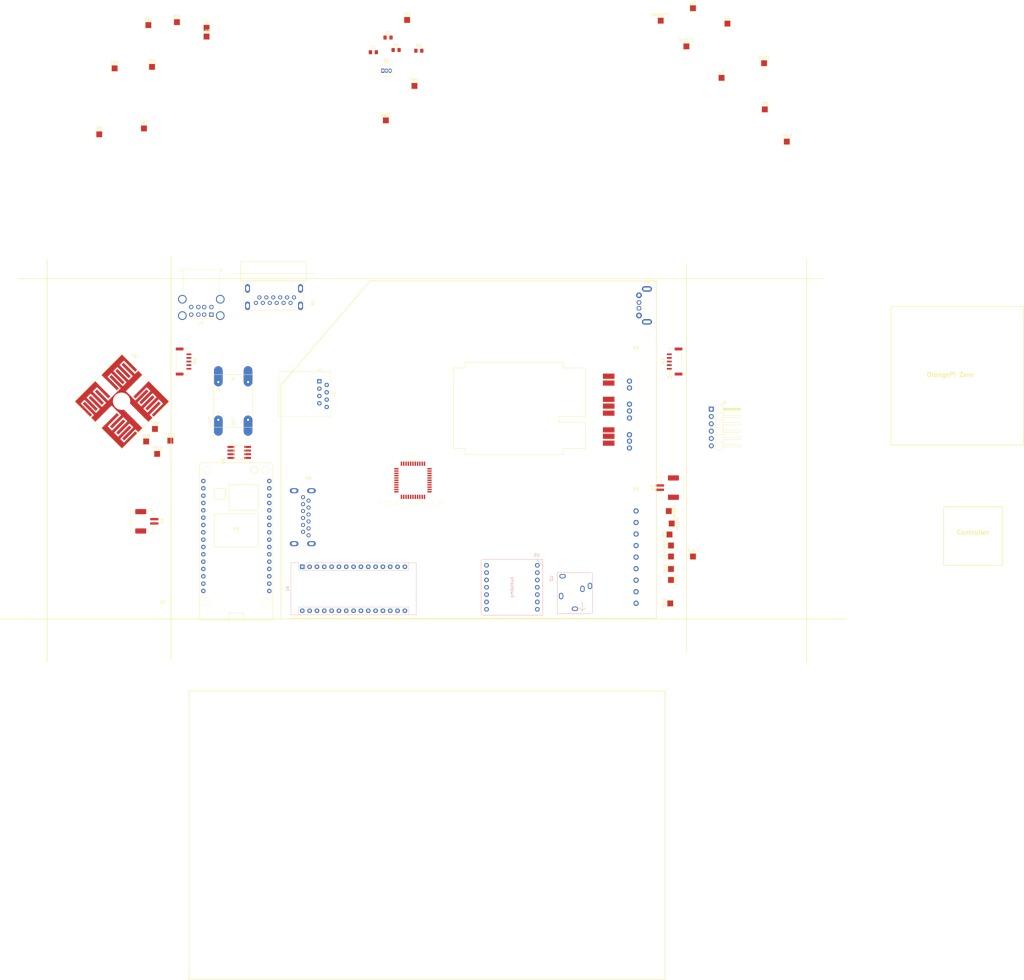
<source format=kicad_pcb>
(kicad_pcb (version 20171130) (host pcbnew "(5.0.1-3-g963ef8bb5)")

  (general
    (thickness 1.6)
    (drawings 25)
    (tracks 0)
    (zones 0)
    (modules 58)
    (nets 220)
  )

  (page A4)
  (layers
    (0 F.Cu signal)
    (31 B.Cu signal)
    (32 B.Adhes user)
    (33 F.Adhes user)
    (34 B.Paste user)
    (35 F.Paste user)
    (36 B.SilkS user)
    (37 F.SilkS user)
    (38 B.Mask user)
    (39 F.Mask user)
    (40 Dwgs.User user)
    (41 Cmts.User user)
    (42 Eco1.User user)
    (43 Eco2.User user)
    (44 Edge.Cuts user)
    (45 Margin user)
    (46 B.CrtYd user)
    (47 F.CrtYd user)
    (48 B.Fab user)
    (49 F.Fab user)
  )

  (setup
    (last_trace_width 0.25)
    (trace_clearance 0.2)
    (zone_clearance 0.508)
    (zone_45_only no)
    (trace_min 0.2)
    (segment_width 0.2)
    (edge_width 0.15)
    (via_size 0.8)
    (via_drill 0.4)
    (via_min_size 0.4)
    (via_min_drill 0.3)
    (uvia_size 0.3)
    (uvia_drill 0.1)
    (uvias_allowed no)
    (uvia_min_size 0.2)
    (uvia_min_drill 0.1)
    (pcb_text_width 0.3)
    (pcb_text_size 1.5 1.5)
    (mod_edge_width 0.15)
    (mod_text_size 1 1)
    (mod_text_width 0.15)
    (pad_size 1.8 1.8)
    (pad_drill 0)
    (pad_to_mask_clearance 0.051)
    (solder_mask_min_width 0.25)
    (aux_axis_origin 0 0)
    (grid_origin 257.554 91.91)
    (visible_elements FFFFFF7F)
    (pcbplotparams
      (layerselection 0x010fc_ffffffff)
      (usegerberextensions false)
      (usegerberattributes false)
      (usegerberadvancedattributes false)
      (creategerberjobfile false)
      (excludeedgelayer true)
      (linewidth 0.100000)
      (plotframeref false)
      (viasonmask false)
      (mode 1)
      (useauxorigin false)
      (hpglpennumber 1)
      (hpglpenspeed 20)
      (hpglpendiameter 15.000000)
      (psnegative false)
      (psa4output false)
      (plotreference true)
      (plotvalue true)
      (plotinvisibletext false)
      (padsonsilk false)
      (subtractmaskfromsilk false)
      (outputformat 1)
      (mirror false)
      (drillshape 1)
      (scaleselection 1)
      (outputdirectory ""))
  )

  (net 0 "")
  (net 1 "Net-(P1-Pad1)")
  (net 2 "Net-(P1-Pad3)")
  (net 3 "Net-(P1-Pad4)")
  (net 4 "Net-(P1-Pad5)")
  (net 5 "Net-(P1-Pad6)")
  (net 6 "Net-(P1-Pad7)")
  (net 7 "Net-(P1-Pad8)")
  (net 8 "Net-(P2-Pad9)")
  (net 9 "Net-(P2-Pad8)")
  (net 10 "Net-(P2-Pad7)")
  (net 11 "Net-(P2-Pad6)")
  (net 12 "Net-(P2-Pad5)")
  (net 13 "Net-(P2-Pad4)")
  (net 14 "Net-(P2-Pad3)")
  (net 15 "Net-(P2-Pad2)")
  (net 16 "Net-(P2-Pad1)")
  (net 17 "Net-(M1-Pad2)")
  (net 18 "Net-(M1-Pad4)")
  (net 19 "Net-(M1-Pad1)")
  (net 20 "Net-(M1-Pad3)")
  (net 21 "Net-(M1-Pad5)")
  (net 22 "Net-(M1-Pad6)")
  (net 23 "Net-(M1-Pad7)")
  (net 24 "Net-(M1-Pad8)")
  (net 25 "Net-(M1-Pad9)")
  (net 26 "Net-(M1-Pad10)")
  (net 27 "Net-(M1-Pad11)")
  (net 28 "Net-(M1-Pad12)")
  (net 29 "Net-(J1-Pad2)")
  (net 30 "Net-(J1-Pad3)")
  (net 31 "Net-(J1-Pad1)")
  (net 32 "Net-(J1-Pad4)")
  (net 33 "Net-(J1-Pad5)")
  (net 34 "Net-(J2-Pad6)")
  (net 35 "Net-(J2-Pad3)")
  (net 36 "Net-(J2-Pad2)")
  (net 37 "Net-(J2-Pad1)")
  (net 38 "Net-(U1-Pad1)")
  (net 39 "Net-(U1-Pad2)")
  (net 40 "Net-(U1-Pad3)")
  (net 41 "Net-(U1-Pad4)")
  (net 42 "Net-(U1-Pad5)")
  (net 43 "Net-(U1-Pad6)")
  (net 44 "Net-(U1-Pad7)")
  (net 45 "Net-(U1-Pad9)")
  (net 46 "Net-(U1-Pad11)")
  (net 47 "Net-(U1-Pad12)")
  (net 48 "Net-(U1-Pad13)")
  (net 49 "Net-(U1-Pad14)")
  (net 50 "Net-(J3-Pad1)")
  (net 51 "Net-(J3-Pad2)")
  (net 52 "Net-(J3-Pad3)")
  (net 53 "Net-(J3-Pad4)")
  (net 54 "Net-(J3-Pad5)")
  (net 55 "Net-(M2-Pad5)")
  (net 56 "Net-(M2-Pad4)")
  (net 57 "Net-(M2-Pad3)")
  (net 58 "Net-(M2-Pad2)")
  (net 59 "Net-(M2-Pad1)")
  (net 60 "Net-(M3-Pad1)")
  (net 61 "Net-(M3-Pad2)")
  (net 62 "Net-(M3-Pad3)")
  (net 63 "Net-(M3-Pad4)")
  (net 64 "Net-(M3-Pad5)")
  (net 65 "Net-(M3-PadMP)")
  (net 66 GND)
  (net 67 "Net-(A1-Pad1)")
  (net 68 "Net-(A1-Pad17)")
  (net 69 "Net-(A1-Pad2)")
  (net 70 "Net-(A1-Pad18)")
  (net 71 "Net-(A1-Pad3)")
  (net 72 "Net-(A1-Pad19)")
  (net 73 "Net-(A1-Pad4)")
  (net 74 "Net-(A1-Pad20)")
  (net 75 "Net-(A1-Pad5)")
  (net 76 "Net-(A1-Pad21)")
  (net 77 "Net-(A1-Pad6)")
  (net 78 "Net-(A1-Pad22)")
  (net 79 "Net-(A1-Pad7)")
  (net 80 "Net-(A1-Pad23)")
  (net 81 "Net-(A1-Pad8)")
  (net 82 "Net-(A1-Pad24)")
  (net 83 "Net-(A1-Pad9)")
  (net 84 "Net-(A1-Pad25)")
  (net 85 "Net-(A1-Pad10)")
  (net 86 "Net-(A1-Pad26)")
  (net 87 "Net-(A1-Pad11)")
  (net 88 "Net-(A1-Pad27)")
  (net 89 "Net-(A1-Pad12)")
  (net 90 "Net-(A1-Pad28)")
  (net 91 "Net-(A1-Pad13)")
  (net 92 "Net-(A1-Pad29)")
  (net 93 "Net-(A1-Pad14)")
  (net 94 "Net-(A1-Pad30)")
  (net 95 "Net-(A1-Pad15)")
  (net 96 "Net-(A1-Pad16)")
  (net 97 "Net-(U2-Pad2)")
  (net 98 "Net-(U2-Pad3)")
  (net 99 "Net-(U2-Pad4)")
  (net 100 "Net-(U6-Pad1)")
  (net 101 "Net-(U6-Pad2)")
  (net 102 "Net-(U6-Pad3)")
  (net 103 "Net-(U6-Pad4)")
  (net 104 "Net-(U6-Pad5)")
  (net 105 "Net-(U7-Pad1)")
  (net 106 "Net-(U7-Pad2)")
  (net 107 "Net-(U7-Pad3)")
  (net 108 "Net-(U7-Pad4)")
  (net 109 "Net-(P1-Pad2)")
  (net 110 "Net-(U8-Pad3)")
  (net 111 "Net-(U8-Pad4)")
  (net 112 "Net-(U8-Pad5)")
  (net 113 Vdd)
  (net 114 "Net-(C1-Pad1)")
  (net 115 "Net-(C1-Pad2)")
  (net 116 "Net-(CLK1-Pad1)")
  (net 117 "Net-(DLEFT1-Pad1)")
  (net 118 "Net-(DRIGHT1-Pad1)")
  (net 119 "Net-(DUP1-Pad1)")
  (net 120 "Net-(J1-Pad6)")
  (net 121 "Net-(J1-Pad7)")
  (net 122 "Net-(J1-Pad8)")
  (net 123 "Net-(J4-Pad8)")
  (net 124 "Net-(J4-Pad7)")
  (net 125 "Net-(J4-Pad6)")
  (net 126 "Net-(J4-Pad5)")
  (net 127 "Net-(J4-Pad9)")
  (net 128 "Net-(J4-Pad4)")
  (net 129 "Net-(J4-Pad3)")
  (net 130 "Net-(J4-Pad2)")
  (net 131 "Net-(J4-Pad1)")
  (net 132 "Net-(L1-Pad1)")
  (net 133 "Net-(L2-Pad1)")
  (net 134 "Net-(L3-Pad1)")
  (net 135 "Net-(LX1-Pad1)")
  (net 136 "Net-(LY1-Pad1)")
  (net 137 "Net-(M2-Pad12)")
  (net 138 "Net-(M2-Pad11)")
  (net 139 "Net-(M2-Pad10)")
  (net 140 "Net-(M2-Pad9)")
  (net 141 "Net-(M2-Pad8)")
  (net 142 "Net-(M2-Pad7)")
  (net 143 "Net-(M2-Pad6)")
  (net 144 "Net-(M4-Pad1)")
  (net 145 "Net-(M4-Pad2)")
  (net 146 "Net-(M4-Pad3)")
  (net 147 "Net-(M4-Pad4)")
  (net 148 "Net-(M4-Pad5)")
  (net 149 "Net-(M4-PadMP)")
  (net 150 "Net-(MISO1-Pad1)")
  (net 151 "Net-(MOSI1-Pad1)")
  (net 152 "Net-(P3-Pad18)")
  (net 153 "Net-(P3-Pad17)")
  (net 154 "Net-(P3-Pad16)")
  (net 155 "Net-(P3-Pad15)")
  (net 156 "Net-(P3-Pad14)")
  (net 157 "Net-(P3-Pad13)")
  (net 158 "Net-(P3-Pad12)")
  (net 159 "Net-(P3-Pad11)")
  (net 160 "Net-(P3-Pad9)")
  (net 161 "Net-(P3-Pad8)")
  (net 162 "Net-(P3-Pad6)")
  (net 163 "Net-(Q1-Pad2)")
  (net 164 "Net-(R3-Pad1)")
  (net 165 "Net-(RX1-Pad1)")
  (net 166 "Net-(RY1-Pad1)")
  (net 167 "Net-(TP4-Pad1)")
  (net 168 "Net-(TP5-Pad1)")
  (net 169 "Net-(TP8-Pad1)")
  (net 170 "Net-(TP9-Pad1)")
  (net 171 "Net-(TP10-Pad1)")
  (net 172 "Net-(TP11-Pad1)")
  (net 173 "Net-(TP12-Pad1)")
  (net 174 "Net-(U1-Pad8)")
  (net 175 "Net-(U1-Pad10)")
  (net 176 "Net-(U1-Pad15)")
  (net 177 "Net-(U1-Pad16)")
  (net 178 "Net-(U1-Pad17)")
  (net 179 "Net-(U1-Pad18)")
  (net 180 "Net-(U1-Pad19)")
  (net 181 "Net-(U1-Pad20)")
  (net 182 "Net-(U1-Pad21)")
  (net 183 "Net-(U1-Pad22)")
  (net 184 "Net-(U1-Pad23)")
  (net 185 "Net-(U1-Pad24)")
  (net 186 "Net-(U1-Pad25)")
  (net 187 "Net-(U1-Pad26)")
  (net 188 "Net-(U1-Pad27)")
  (net 189 "Net-(U1-Pad28)")
  (net 190 "Net-(U1-Pad29)")
  (net 191 "Net-(U1-Pad30)")
  (net 192 "Net-(U1-Pad31)")
  (net 193 "Net-(U1-Pad32)")
  (net 194 "Net-(U2-Pad5)")
  (net 195 "Net-(U3-Pad2)")
  (net 196 "Net-(U4-Pad2)")
  (net 197 "Net-(U5-Pad14)")
  (net 198 "Net-(U5-Pad13)")
  (net 199 "Net-(U5-Pad12)")
  (net 200 "Net-(U5-Pad11)")
  (net 201 "Net-(U5-Pad9)")
  (net 202 "Net-(U5-Pad3)")
  (net 203 "Net-(U5-Pad2)")
  (net 204 "Net-(U5-Pad1)")
  (net 205 "Net-(U6-Pad6)")
  (net 206 "Net-(U6-Pad7)")
  (net 207 "Net-(U6-Pad8)")
  (net 208 "Net-(U8-Pad12)")
  (net 209 "Net-(U8-Pad13)")
  (net 210 "Net-(U8-Pad25)")
  (net 211 "Net-(U8-Pad26)")
  (net 212 "Net-(U8-Pad27)")
  (net 213 "Net-(U8-Pad33)")
  (net 214 "Net-(U8-Pad34)")
  (net 215 "Net-(U8-Pad39)")
  (net 216 "Net-(U8-Pad40)")
  (net 217 "Net-(U8-Pad41)")
  (net 218 "Net-(U9-Pad1)")
  (net 219 "Net-(R2-Pad1)")

  (net_class Default "This is the default net class."
    (clearance 0.2)
    (trace_width 0.25)
    (via_dia 0.8)
    (via_drill 0.4)
    (uvia_dia 0.3)
    (uvia_drill 0.1)
    (add_net GND)
    (add_net "Net-(A1-Pad1)")
    (add_net "Net-(A1-Pad10)")
    (add_net "Net-(A1-Pad11)")
    (add_net "Net-(A1-Pad12)")
    (add_net "Net-(A1-Pad13)")
    (add_net "Net-(A1-Pad14)")
    (add_net "Net-(A1-Pad15)")
    (add_net "Net-(A1-Pad16)")
    (add_net "Net-(A1-Pad17)")
    (add_net "Net-(A1-Pad18)")
    (add_net "Net-(A1-Pad19)")
    (add_net "Net-(A1-Pad2)")
    (add_net "Net-(A1-Pad20)")
    (add_net "Net-(A1-Pad21)")
    (add_net "Net-(A1-Pad22)")
    (add_net "Net-(A1-Pad23)")
    (add_net "Net-(A1-Pad24)")
    (add_net "Net-(A1-Pad25)")
    (add_net "Net-(A1-Pad26)")
    (add_net "Net-(A1-Pad27)")
    (add_net "Net-(A1-Pad28)")
    (add_net "Net-(A1-Pad29)")
    (add_net "Net-(A1-Pad3)")
    (add_net "Net-(A1-Pad30)")
    (add_net "Net-(A1-Pad4)")
    (add_net "Net-(A1-Pad5)")
    (add_net "Net-(A1-Pad6)")
    (add_net "Net-(A1-Pad7)")
    (add_net "Net-(A1-Pad8)")
    (add_net "Net-(A1-Pad9)")
    (add_net "Net-(C1-Pad1)")
    (add_net "Net-(C1-Pad2)")
    (add_net "Net-(CLK1-Pad1)")
    (add_net "Net-(DLEFT1-Pad1)")
    (add_net "Net-(DRIGHT1-Pad1)")
    (add_net "Net-(DUP1-Pad1)")
    (add_net "Net-(J1-Pad1)")
    (add_net "Net-(J1-Pad2)")
    (add_net "Net-(J1-Pad3)")
    (add_net "Net-(J1-Pad4)")
    (add_net "Net-(J1-Pad5)")
    (add_net "Net-(J1-Pad6)")
    (add_net "Net-(J1-Pad7)")
    (add_net "Net-(J1-Pad8)")
    (add_net "Net-(J2-Pad1)")
    (add_net "Net-(J2-Pad2)")
    (add_net "Net-(J2-Pad3)")
    (add_net "Net-(J2-Pad6)")
    (add_net "Net-(J3-Pad1)")
    (add_net "Net-(J3-Pad2)")
    (add_net "Net-(J3-Pad3)")
    (add_net "Net-(J3-Pad4)")
    (add_net "Net-(J3-Pad5)")
    (add_net "Net-(J4-Pad1)")
    (add_net "Net-(J4-Pad2)")
    (add_net "Net-(J4-Pad3)")
    (add_net "Net-(J4-Pad4)")
    (add_net "Net-(J4-Pad5)")
    (add_net "Net-(J4-Pad6)")
    (add_net "Net-(J4-Pad7)")
    (add_net "Net-(J4-Pad8)")
    (add_net "Net-(J4-Pad9)")
    (add_net "Net-(L1-Pad1)")
    (add_net "Net-(L2-Pad1)")
    (add_net "Net-(L3-Pad1)")
    (add_net "Net-(LX1-Pad1)")
    (add_net "Net-(LY1-Pad1)")
    (add_net "Net-(M1-Pad1)")
    (add_net "Net-(M1-Pad10)")
    (add_net "Net-(M1-Pad11)")
    (add_net "Net-(M1-Pad12)")
    (add_net "Net-(M1-Pad2)")
    (add_net "Net-(M1-Pad3)")
    (add_net "Net-(M1-Pad4)")
    (add_net "Net-(M1-Pad5)")
    (add_net "Net-(M1-Pad6)")
    (add_net "Net-(M1-Pad7)")
    (add_net "Net-(M1-Pad8)")
    (add_net "Net-(M1-Pad9)")
    (add_net "Net-(M2-Pad1)")
    (add_net "Net-(M2-Pad10)")
    (add_net "Net-(M2-Pad11)")
    (add_net "Net-(M2-Pad12)")
    (add_net "Net-(M2-Pad2)")
    (add_net "Net-(M2-Pad3)")
    (add_net "Net-(M2-Pad4)")
    (add_net "Net-(M2-Pad5)")
    (add_net "Net-(M2-Pad6)")
    (add_net "Net-(M2-Pad7)")
    (add_net "Net-(M2-Pad8)")
    (add_net "Net-(M2-Pad9)")
    (add_net "Net-(M3-Pad1)")
    (add_net "Net-(M3-Pad2)")
    (add_net "Net-(M3-Pad3)")
    (add_net "Net-(M3-Pad4)")
    (add_net "Net-(M3-Pad5)")
    (add_net "Net-(M3-PadMP)")
    (add_net "Net-(M4-Pad1)")
    (add_net "Net-(M4-Pad2)")
    (add_net "Net-(M4-Pad3)")
    (add_net "Net-(M4-Pad4)")
    (add_net "Net-(M4-Pad5)")
    (add_net "Net-(M4-PadMP)")
    (add_net "Net-(MISO1-Pad1)")
    (add_net "Net-(MOSI1-Pad1)")
    (add_net "Net-(P1-Pad1)")
    (add_net "Net-(P1-Pad2)")
    (add_net "Net-(P1-Pad3)")
    (add_net "Net-(P1-Pad4)")
    (add_net "Net-(P1-Pad5)")
    (add_net "Net-(P1-Pad6)")
    (add_net "Net-(P1-Pad7)")
    (add_net "Net-(P1-Pad8)")
    (add_net "Net-(P2-Pad1)")
    (add_net "Net-(P2-Pad2)")
    (add_net "Net-(P2-Pad3)")
    (add_net "Net-(P2-Pad4)")
    (add_net "Net-(P2-Pad5)")
    (add_net "Net-(P2-Pad6)")
    (add_net "Net-(P2-Pad7)")
    (add_net "Net-(P2-Pad8)")
    (add_net "Net-(P2-Pad9)")
    (add_net "Net-(P3-Pad11)")
    (add_net "Net-(P3-Pad12)")
    (add_net "Net-(P3-Pad13)")
    (add_net "Net-(P3-Pad14)")
    (add_net "Net-(P3-Pad15)")
    (add_net "Net-(P3-Pad16)")
    (add_net "Net-(P3-Pad17)")
    (add_net "Net-(P3-Pad18)")
    (add_net "Net-(P3-Pad6)")
    (add_net "Net-(P3-Pad8)")
    (add_net "Net-(P3-Pad9)")
    (add_net "Net-(Q1-Pad2)")
    (add_net "Net-(R2-Pad1)")
    (add_net "Net-(R3-Pad1)")
    (add_net "Net-(RX1-Pad1)")
    (add_net "Net-(RY1-Pad1)")
    (add_net "Net-(TP10-Pad1)")
    (add_net "Net-(TP11-Pad1)")
    (add_net "Net-(TP12-Pad1)")
    (add_net "Net-(TP4-Pad1)")
    (add_net "Net-(TP5-Pad1)")
    (add_net "Net-(TP8-Pad1)")
    (add_net "Net-(TP9-Pad1)")
    (add_net "Net-(U1-Pad1)")
    (add_net "Net-(U1-Pad10)")
    (add_net "Net-(U1-Pad11)")
    (add_net "Net-(U1-Pad12)")
    (add_net "Net-(U1-Pad13)")
    (add_net "Net-(U1-Pad14)")
    (add_net "Net-(U1-Pad15)")
    (add_net "Net-(U1-Pad16)")
    (add_net "Net-(U1-Pad17)")
    (add_net "Net-(U1-Pad18)")
    (add_net "Net-(U1-Pad19)")
    (add_net "Net-(U1-Pad2)")
    (add_net "Net-(U1-Pad20)")
    (add_net "Net-(U1-Pad21)")
    (add_net "Net-(U1-Pad22)")
    (add_net "Net-(U1-Pad23)")
    (add_net "Net-(U1-Pad24)")
    (add_net "Net-(U1-Pad25)")
    (add_net "Net-(U1-Pad26)")
    (add_net "Net-(U1-Pad27)")
    (add_net "Net-(U1-Pad28)")
    (add_net "Net-(U1-Pad29)")
    (add_net "Net-(U1-Pad3)")
    (add_net "Net-(U1-Pad30)")
    (add_net "Net-(U1-Pad31)")
    (add_net "Net-(U1-Pad32)")
    (add_net "Net-(U1-Pad4)")
    (add_net "Net-(U1-Pad5)")
    (add_net "Net-(U1-Pad6)")
    (add_net "Net-(U1-Pad7)")
    (add_net "Net-(U1-Pad8)")
    (add_net "Net-(U1-Pad9)")
    (add_net "Net-(U2-Pad2)")
    (add_net "Net-(U2-Pad3)")
    (add_net "Net-(U2-Pad4)")
    (add_net "Net-(U2-Pad5)")
    (add_net "Net-(U3-Pad2)")
    (add_net "Net-(U4-Pad2)")
    (add_net "Net-(U5-Pad1)")
    (add_net "Net-(U5-Pad11)")
    (add_net "Net-(U5-Pad12)")
    (add_net "Net-(U5-Pad13)")
    (add_net "Net-(U5-Pad14)")
    (add_net "Net-(U5-Pad2)")
    (add_net "Net-(U5-Pad3)")
    (add_net "Net-(U5-Pad9)")
    (add_net "Net-(U6-Pad1)")
    (add_net "Net-(U6-Pad2)")
    (add_net "Net-(U6-Pad3)")
    (add_net "Net-(U6-Pad4)")
    (add_net "Net-(U6-Pad5)")
    (add_net "Net-(U6-Pad6)")
    (add_net "Net-(U6-Pad7)")
    (add_net "Net-(U6-Pad8)")
    (add_net "Net-(U7-Pad1)")
    (add_net "Net-(U7-Pad2)")
    (add_net "Net-(U7-Pad3)")
    (add_net "Net-(U7-Pad4)")
    (add_net "Net-(U8-Pad12)")
    (add_net "Net-(U8-Pad13)")
    (add_net "Net-(U8-Pad25)")
    (add_net "Net-(U8-Pad26)")
    (add_net "Net-(U8-Pad27)")
    (add_net "Net-(U8-Pad3)")
    (add_net "Net-(U8-Pad33)")
    (add_net "Net-(U8-Pad34)")
    (add_net "Net-(U8-Pad39)")
    (add_net "Net-(U8-Pad4)")
    (add_net "Net-(U8-Pad40)")
    (add_net "Net-(U8-Pad41)")
    (add_net "Net-(U8-Pad5)")
    (add_net "Net-(U9-Pad1)")
    (add_net Vdd)
  )

  (module PS2BaseMount:PS2_MemCardMountPoints (layer F.Cu) (tedit 5CB2F748) (tstamp 5CBEB6C4)
    (at 210.31 55.84)
    (path /5CB32299)
    (fp_text reference P1 (at 21.336 0.508) (layer F.SilkS)
      (effects (font (size 1 1) (thickness 0.15)))
    )
    (fp_text value PS2_MemCardMount (at 35.052 12.192) (layer F.Fab)
      (effects (font (size 1 1) (thickness 0.15)))
    )
    (fp_line (start -8.09009 15.971825) (end -8.09009 25.115825) (layer F.SilkS) (width 0.15))
    (fp_line (start -8.09009 13.939825) (end -8.09009 -2.824175) (layer F.SilkS) (width 0.15))
    (fp_line (start -17.23409 15.971825) (end -8.09009 15.971825) (layer F.SilkS) (width 0.15))
    (fp_line (start -17.23409 13.939825) (end -17.23409 15.971825) (layer F.SilkS) (width 0.15))
    (fp_line (start -8.09009 13.939825) (end -17.23409 13.939825) (layer F.SilkS) (width 0.15))
    (fp_line (start -15.71009 -2.824175) (end -8.09009 -2.824175) (layer F.SilkS) (width 0.15))
    (fp_line (start -15.71009 -4.856175) (end -15.71009 -2.824175) (layer F.SilkS) (width 0.15))
    (fp_line (start -49.74609 -4.856175) (end -15.71009 -4.856175) (layer F.SilkS) (width 0.15))
    (fp_line (start -49.74609 -2.824175) (end -49.74609 -4.856175) (layer F.SilkS) (width 0.15))
    (fp_line (start -53.81009 -2.824175) (end -49.74609 -2.824175) (layer F.SilkS) (width 0.15))
    (fp_line (start -53.81009 25.115825) (end -53.81009 -2.824175) (layer F.SilkS) (width 0.15))
    (fp_line (start -49.74609 25.115825) (end -53.81009 25.115825) (layer F.SilkS) (width 0.15))
    (fp_line (start -49.74609 27.147825) (end -49.74609 25.115825) (layer F.SilkS) (width 0.15))
    (fp_line (start -15.71009 27.147825) (end -49.74609 27.147825) (layer F.SilkS) (width 0.15))
    (fp_line (start -15.71009 25.115825) (end -15.71009 27.147825) (layer F.SilkS) (width 0.15))
    (fp_line (start -8.09009 25.115825) (end -15.71009 25.115825) (layer F.SilkS) (width 0.15))
    (pad 8 smd rect (at 0.0114 23.2122) (size 4 1.8) (layers F.Cu F.Paste F.Mask)
      (net 7 "Net-(P1-Pad8)"))
    (pad 7 smd rect (at 0.0114 20.8122) (size 4 1.8) (layers F.Cu F.Paste F.Mask)
      (net 6 "Net-(P1-Pad7)"))
    (pad 6 smd rect (at 0.0114 18.6122) (size 4 1.8) (layers F.Cu F.Paste F.Mask)
      (net 5 "Net-(P1-Pad6)"))
    (pad 5 smd rect (at 0.0114 12.8122) (size 4 1.8) (layers F.Cu F.Paste F.Mask)
      (net 4 "Net-(P1-Pad5)"))
    (pad 4 smd rect (at 0.0114 10.3622) (size 4 1.8) (layers F.Cu F.Paste F.Mask)
      (net 3 "Net-(P1-Pad4)"))
    (pad 3 smd rect (at 0.0114 8.0122) (size 4 1.8) (layers F.Cu F.Paste F.Mask)
      (net 2 "Net-(P1-Pad3)"))
    (pad 2 smd rect (at 0.0114 2.3822) (size 4 1.8) (layers F.Cu F.Paste F.Mask)
      (net 109 "Net-(P1-Pad2)"))
    (pad 1 smd rect (at 0.0114 0.0122) (size 4 1.8) (layers F.Cu F.Paste F.Mask)
      (net 1 "Net-(P1-Pad1)"))
  )

  (module PS2BaseMount:AudioJack_PJ30240 (layer B.Cu) (tedit 5C909F4A) (tstamp 5C99F9A5)
    (at 198.626 138.138 90)
    (path /5C8DA656)
    (fp_text reference U2 (at 12.192 -8.128 90) (layer B.SilkS)
      (effects (font (size 1 1) (thickness 0.15)) (justify mirror))
    )
    (fp_text value PJ30240 (at 7.62 7.112 90) (layer B.Fab)
      (effects (font (size 1 1) (thickness 0.15)) (justify mirror))
    )
    (fp_line (start 1.016 2.54) (end 2.032 1.524) (layer B.SilkS) (width 0.15))
    (fp_line (start 2.032 3.556) (end 1.016 2.54) (layer B.SilkS) (width 0.15))
    (fp_line (start 1.016 2.54) (end 4.064 2.54) (layer B.SilkS) (width 0.15))
    (fp_line (start 0 -6.096) (end 0 5.588) (layer B.SilkS) (width 0.15))
    (fp_line (start 14.224 -6.096) (end 0 -6.096) (layer B.SilkS) (width 0.15))
    (fp_line (start 14.224 5.588) (end 14.224 -6.096) (layer B.SilkS) (width 0.15))
    (fp_line (start 0 6.096) (end 14.224 6.096) (layer B.SilkS) (width 0.15))
    (pad 5 thru_hole oval (at 8.6 2.6 90) (size 2.2 1.5) (drill oval 1.5 0.9) (layers *.Cu *.Mask)
      (net 194 "Net-(U2-Pad5)"))
    (pad 4 thru_hole oval (at 13 -4.3 90) (size 1.5 2.2) (drill oval 0.9 1.5) (layers *.Cu *.Mask)
      (net 99 "Net-(U2-Pad4)"))
    (pad 3 thru_hole oval (at 9.6 5.2 90) (size 2.2 1.5) (drill oval 1.5 0.9) (layers *.Cu *.Mask)
      (net 98 "Net-(U2-Pad3)"))
    (pad 2 thru_hole oval (at 6.1 -4.8 90) (size 2.2 1.5) (drill oval 1.5 0.9) (layers *.Cu *.Mask)
      (net 97 "Net-(U2-Pad2)"))
    (pad 1 thru_hole oval (at 1.7 0 90) (size 1.5 2.2) (drill oval 0.9 1.5) (layers *.Cu *.Mask)
      (net 66 GND))
  )

  (module PS2BaseMount:USB_A_Custom_Throughhole (layer F.Cu) (tedit 5C786A79) (tstamp 5C7869CD)
    (at 220.812 27.81)
    (descr http://cnctech.us/pdfs/1001-011-01101.pdf)
    (tags USB-A)
    (path /5C465998)
    (attr smd)
    (fp_text reference J3 (at 2.752 -4.4948) (layer F.SilkS)
      (effects (font (size 1 1) (thickness 0.15)))
    )
    (fp_text value USB_B (at 9.652 11.5052 180) (layer F.Fab)
      (effects (font (size 1 1) (thickness 0.15)))
    )
    (fp_line (start -1.748 8.0552) (end 0.502 8.0552) (layer F.CrtYd) (width 0.05))
    (fp_line (start 0.502 8.0552) (end 0.502 10.6552) (layer F.CrtYd) (width 0.05))
    (fp_line (start 0.502 10.6552) (end 5.002 10.6552) (layer F.CrtYd) (width 0.05))
    (fp_line (start 5.002 10.6552) (end 5.002 10.0252) (layer F.CrtYd) (width 0.05))
    (fp_line (start 5.002 10.0252) (end 6.096 10.16) (layer F.CrtYd) (width 0.05))
    (fp_text user %R (at 3.652 3.5052 90) (layer F.Fab)
      (effects (font (size 1 1) (thickness 0.15)))
    )
    (fp_line (start 6.096 10.16) (end 6.096 -3.0148) (layer F.CrtYd) (width 0.05))
    (fp_line (start 5.002 -3.0148) (end 6.096 -3.048) (layer F.CrtYd) (width 0.05))
    (fp_line (start 5.002 -3.0148) (end 5.002 -3.6448) (layer F.CrtYd) (width 0.05))
    (fp_line (start 0.502 -3.6448) (end 5.002 -3.6448) (layer F.CrtYd) (width 0.05))
    (fp_line (start 0.502 -3.6448) (end 0.502 -1.0448) (layer F.CrtYd) (width 0.05))
    (fp_line (start -1.748 -1.0448) (end 0.502 -1.0448) (layer F.CrtYd) (width 0.05))
    (fp_line (start -1.748 8.0552) (end -1.748 -1.0448) (layer F.CrtYd) (width 0.05))
    (fp_line (start 4.802 9.6502) (end 5.852 9.6502) (layer F.SilkS) (width 0.12))
    (fp_line (start 4.802 -2.6398) (end 5.852 -2.6398) (layer F.SilkS) (width 0.12))
    (fp_text user "PCB Edge" (at 5.102 3.4552 90) (layer Dwgs.User)
      (effects (font (size 0.6 0.6) (thickness 0.09)))
    )
    (fp_line (start 5.852 9.5302) (end 5.852 -2.5198) (layer Dwgs.User) (width 0.1))
    (fp_line (start 1.632 -0.8948) (end 1.632 7.9052) (layer F.SilkS) (width 0.12))
    (fp_circle (center 2.752 5.8052) (end 2.752 6.3052) (layer F.Fab) (width 0.1))
    (fp_circle (center 2.752 1.2052) (end 2.752 0.7052) (layer F.Fab) (width 0.1))
    (fp_line (start -0.748 0.2552) (end 1.752 0.2552) (layer F.Fab) (width 0.1))
    (fp_line (start -0.748 0.2552) (end -0.748 -0.2448) (layer F.Fab) (width 0.1))
    (fp_line (start -0.748 -0.2448) (end 1.752 -0.2448) (layer F.Fab) (width 0.1))
    (fp_line (start -0.748 2.2552) (end 1.752 2.2552) (layer F.Fab) (width 0.1))
    (fp_line (start -0.748 2.7552) (end 1.752 2.7552) (layer F.Fab) (width 0.1))
    (fp_line (start -0.748 2.7552) (end -0.748 2.2552) (layer F.Fab) (width 0.1))
    (fp_line (start -0.748 4.7552) (end 1.752 4.7552) (layer F.Fab) (width 0.1))
    (fp_line (start -0.748 4.7552) (end -0.748 4.2552) (layer F.Fab) (width 0.1))
    (fp_line (start -0.748 4.2552) (end 1.752 4.2552) (layer F.Fab) (width 0.1))
    (fp_line (start -0.748 7.2552) (end 1.752 7.2552) (layer F.Fab) (width 0.1))
    (fp_line (start -0.748 6.7552) (end 1.752 6.7552) (layer F.Fab) (width 0.1))
    (fp_line (start -0.748 7.2552) (end -0.748 6.7552) (layer F.Fab) (width 0.1))
    (fp_line (start 1.752 9.5302) (end 1.752 -2.5198) (layer F.Fab) (width 0.1))
    (pad "" np_thru_hole circle (at 2.752 5.8052) (size 1.1 1.1) (drill 1.1) (layers *.Cu *.Mask))
    (pad "" np_thru_hole circle (at 2.752 1.2052) (size 1.1 1.1) (drill 1.1) (layers *.Cu *.Mask))
    (pad 5 thru_hole oval (at 2.752 9.2052) (size 3.5 1.9) (drill oval 2.5 0.9) (layers *.Cu *.Mask)
      (net 54 "Net-(J3-Pad5)"))
    (pad 5 thru_hole oval (at 2.752 -2.1948) (size 3.5 1.9) (drill oval 2.5 0.9) (layers *.Cu *.Mask)
      (net 54 "Net-(J3-Pad5)"))
    (pad 4 thru_hole circle (at 0.002 7.0052) (size 2 2) (drill 1) (layers *.Cu *.Mask)
      (net 53 "Net-(J3-Pad4)"))
    (pad 1 thru_hole circle (at 0.002 0.0052) (size 2 2) (drill 1) (layers *.Cu *.Mask)
      (net 50 "Net-(J3-Pad1)"))
    (pad 3 thru_hole circle (at 0.002 4.5052) (size 1.6 1.6) (drill 1) (layers *.Cu *.Mask)
      (net 52 "Net-(J3-Pad3)"))
    (pad 2 thru_hole circle (at 0.002 2.5052) (size 1.6 1.6) (drill 1) (layers *.Cu *.Mask)
      (net 51 "Net-(J3-Pad2)"))
    (model ${KISYS3DMOD}/Connector_USB.3dshapes/USB_A_CNCTech_1001-011-01101_Horizontal.wrl
      (at (xyz 0 0 0))
      (scale (xyz 1 1 1))
      (rotate (xyz 0 0 0))
    )
  )

  (module PS2BaseMount:PS2_AVPort_Complete (layer F.Cu) (tedit 5C6F7DC3) (tstamp 5C85F845)
    (at 106.312 98.98)
    (path /5C456998)
    (fp_text reference M2 (at -0.0508 -7.7216) (layer F.SilkS)
      (effects (font (size 1 1) (thickness 0.15)))
    )
    (fp_text value PS2AVPort (at -0.0254 18.4912) (layer F.Fab)
      (effects (font (size 1 1) (thickness 0.15)))
    )
    (pad 1 thru_hole oval (at -5 14.9) (size 3 1.7) (drill oval 1.7 1) (layers *.Cu *.Mask)
      (net 59 "Net-(M2-Pad1)"))
    (pad 1 thru_hole oval (at -5 -3.45) (size 3 1.7) (drill oval 1.7 1) (layers *.Cu *.Mask)
      (net 59 "Net-(M2-Pad1)"))
    (pad 1 thru_hole oval (at 1 -3.45) (size 3 1.7) (drill oval 1.7 1) (layers *.Cu *.Mask)
      (net 59 "Net-(M2-Pad1)"))
    (pad 1 thru_hole oval (at 1 14.9) (size 3 1.7) (drill oval 1.7 1) (layers *.Cu *.Mask)
      (net 59 "Net-(M2-Pad1)"))
    (pad 12 thru_hole circle (at 0 12) (size 1.4 1.4) (drill 0.8) (layers *.Cu *.Mask)
      (net 137 "Net-(M2-Pad12)"))
    (pad 11 thru_hole circle (at -1.9 10.8) (size 1.4 1.4) (drill 0.8) (layers *.Cu *.Mask)
      (net 138 "Net-(M2-Pad11)"))
    (pad 10 thru_hole circle (at 0 9.6) (size 1.4 1.4) (drill 0.8) (layers *.Cu *.Mask)
      (net 139 "Net-(M2-Pad10)"))
    (pad 9 thru_hole circle (at -1.9 8.4) (size 1.4 1.4) (drill 0.8) (layers *.Cu *.Mask)
      (net 140 "Net-(M2-Pad9)"))
    (pad 8 thru_hole circle (at 0 7.2) (size 1.4 1.4) (drill 0.8) (layers *.Cu *.Mask)
      (net 141 "Net-(M2-Pad8)"))
    (pad 7 thru_hole circle (at -1.9 6) (size 1.4 1.4) (drill 0.8) (layers *.Cu *.Mask)
      (net 142 "Net-(M2-Pad7)"))
    (pad 6 thru_hole circle (at 0 4.8) (size 1.4 1.4) (drill 0.8) (layers *.Cu *.Mask)
      (net 143 "Net-(M2-Pad6)"))
    (pad 5 thru_hole circle (at -1.9 3.6) (size 1.4 1.4) (drill 0.8) (layers *.Cu *.Mask)
      (net 55 "Net-(M2-Pad5)"))
    (pad 3 thru_hole circle (at -1.9 1.2) (size 1.4 1.4) (drill 0.8) (layers *.Cu *.Mask)
      (net 57 "Net-(M2-Pad3)"))
    (pad 1 thru_hole circle (at -1.9 -1.2) (size 1.4 1.4) (drill 0.8) (layers *.Cu *.Mask)
      (net 59 "Net-(M2-Pad1)"))
    (pad 4 thru_hole circle (at 0 2.4) (size 1.4 1.4) (drill 0.8) (layers *.Cu *.Mask)
      (net 56 "Net-(M2-Pad4)"))
    (pad 2 thru_hole circle (at 0 0) (size 1.4 1.4) (drill 0.8) (layers *.Cu *.Mask)
      (net 58 "Net-(M2-Pad2)"))
  )

  (module PS2BaseMount:PS2_BoardMountFootprint (layer F.Cu) (tedit 5D3919A5) (tstamp 5C51AF21)
    (at 219.812 53.54)
    (path /5C454D65)
    (fp_text reference P2 (at 0 -7.5184) (layer F.SilkS)
      (effects (font (size 1 1) (thickness 0.15)))
    )
    (fp_text value PS2_ControlMount (at -0.0508 39.6748) (layer F.Fab)
      (effects (font (size 1 1) (thickness 0.15)))
    )
    (pad 1 connect circle (at 0 0) (size 1.8 1.8) (layers Dwgs.User)
      (net 16 "Net-(P2-Pad1)"))
    (pad 2 connect circle (at 0 4) (size 1.8 1.8) (layers Dwgs.User)
      (net 15 "Net-(P2-Pad2)"))
    (pad 3 connect circle (at 0 8) (size 1.8 1.8) (layers Dwgs.User)
      (net 14 "Net-(P2-Pad3)"))
    (pad 4 connect circle (at 0 12) (size 1.8 1.8) (layers Dwgs.User)
      (net 13 "Net-(P2-Pad4)"))
    (pad 5 connect circle (at 0 16) (size 1.8 1.8) (layers Dwgs.User)
      (net 12 "Net-(P2-Pad5)"))
    (pad 6 connect circle (at 0 20) (size 1.8 1.8) (layers Dwgs.User)
      (net 11 "Net-(P2-Pad6)"))
    (pad 7 connect circle (at 0 24) (size 1.8 1.8) (layers Dwgs.User)
      (net 10 "Net-(P2-Pad7)"))
    (pad 8 connect circle (at 0 28) (size 1.8 1.8) (layers Dwgs.User)
      (net 9 "Net-(P2-Pad8)"))
    (pad 9 smd circle (at 0 32) (size 1.8 1.8) (layers Dwgs.User)
      (net 8 "Net-(P2-Pad9)"))
    (pad 11 thru_hole circle (at -2.3 4) (size 1.8 1.8) (drill 1) (layers *.Cu *.Mask)
      (net 1 "Net-(P1-Pad1)"))
    (pad 12 thru_hole circle (at -2.3 6.37) (size 1.8 1.8) (drill 1) (layers *.Cu *.Mask)
      (net 109 "Net-(P1-Pad2)"))
    (pad 13 thru_hole circle (at -2.3 12) (size 1.8 1.8) (drill 1) (layers *.Cu *.Mask)
      (net 2 "Net-(P1-Pad3)"))
    (pad 14 thru_hole circle (at -2.3 14.35) (size 1.8 1.8) (drill 1) (layers *.Cu *.Mask)
      (net 3 "Net-(P1-Pad4)"))
    (pad 15 thru_hole circle (at -2.3 16.8) (size 1.8 1.8) (drill 1) (layers *.Cu *.Mask)
      (net 4 "Net-(P1-Pad5)"))
    (pad 16 thru_hole circle (at -2.3 22.6) (size 1.8 1.8) (drill 1) (layers *.Cu *.Mask)
      (net 5 "Net-(P1-Pad6)"))
    (pad 17 thru_hole circle (at -2.3 24.8) (size 1.8 1.8) (drill 1) (layers *.Cu *.Mask)
      (net 6 "Net-(P1-Pad7)"))
    (pad 18 thru_hole circle (at -2.3 27.2) (size 1.8 1.8) (drill 1) (layers *.Cu *.Mask)
      (net 7 "Net-(P1-Pad8)"))
  )

  (module PS2BaseMount:PS2_BoardMountFootprint (layer F.Cu) (tedit 5CB2D6BF) (tstamp 5C51AF36)
    (at 219.812 102.54)
    (path /5C454CB4)
    (fp_text reference P3 (at 0 -7.5184) (layer F.SilkS)
      (effects (font (size 1 1) (thickness 0.15)))
    )
    (fp_text value PS2_ControlMount (at -0.0508 39.6748) (layer F.Fab)
      (effects (font (size 1 1) (thickness 0.15)))
    )
    (pad 18 connect circle (at -2.3 27.2) (size 1.8 1.8) (layers Dwgs.User)
      (net 152 "Net-(P3-Pad18)"))
    (pad 17 connect circle (at -2.3 24.8) (size 1.8 1.8) (layers Dwgs.User)
      (net 153 "Net-(P3-Pad17)"))
    (pad 16 connect circle (at -2.3 22.6) (size 1.8 1.8) (layers Dwgs.User)
      (net 154 "Net-(P3-Pad16)"))
    (pad 15 connect circle (at -2.3 16.8) (size 1.8 1.8) (layers Dwgs.User)
      (net 155 "Net-(P3-Pad15)"))
    (pad 14 connect circle (at -2.3 14.35) (size 1.8 1.8) (layers Dwgs.User)
      (net 156 "Net-(P3-Pad14)"))
    (pad 13 connect circle (at -2.3 12) (size 1.8 1.8) (layers Dwgs.User)
      (net 157 "Net-(P3-Pad13)"))
    (pad 12 connect circle (at -2.3 6.37) (size 1.8 1.8) (layers Dwgs.User)
      (net 158 "Net-(P3-Pad12)"))
    (pad 11 connect circle (at -2.3 4) (size 1.8 1.8) (layers Dwgs.User)
      (net 159 "Net-(P3-Pad11)"))
    (pad 9 thru_hole circle (at 0 32) (size 1.8 1.8) (drill 1) (layers *.Cu *.Mask)
      (net 160 "Net-(P3-Pad9)"))
    (pad 8 thru_hole circle (at 0 28) (size 1.8 1.8) (drill 1) (layers *.Cu *.Mask)
      (net 161 "Net-(P3-Pad8)"))
    (pad 7 thru_hole circle (at 0 24) (size 1.8 1.8) (drill 1) (layers *.Cu *.Mask)
      (net 116 "Net-(CLK1-Pad1)"))
    (pad 6 thru_hole circle (at 0 20) (size 1.8 1.8) (drill 1) (layers *.Cu *.Mask)
      (net 162 "Net-(P3-Pad6)"))
    (pad 5 thru_hole circle (at 0 16) (size 1.8 1.8) (drill 1) (layers *.Cu *.Mask)
      (net 113 Vdd))
    (pad 4 thru_hole circle (at 0 12) (size 1.8 1.8) (drill 1) (layers *.Cu *.Mask)
      (net 66 GND))
    (pad 3 thru_hole circle (at 0 8) (size 1.8 1.8) (drill 1) (layers *.Cu *.Mask)
      (net 115 "Net-(C1-Pad2)"))
    (pad 2 thru_hole circle (at 0 4) (size 1.8 1.8) (drill 1) (layers *.Cu *.Mask)
      (net 151 "Net-(MOSI1-Pad1)"))
    (pad 1 thru_hole circle (at 0 0) (size 1.8 1.8) (drill 1) (layers *.Cu *.Mask)
      (net 150 "Net-(MISO1-Pad1)"))
  )

  (module Connector_USB:USB_A_Wuerth_61400826021_Horizontal_Stacked (layer F.Cu) (tedit 5A8FF699) (tstamp 5D3E3B5A)
    (at 72.642 34.506 180)
    (descr "Stacked USB A connector http://katalog.we-online.de/em/datasheet/61400826021.pdf")
    (tags "Wuerth stacked USB_A")
    (path /5C4CC1E6)
    (fp_text reference J4 (at 3.5 -3 180) (layer F.SilkS)
      (effects (font (size 1 1) (thickness 0.15)))
    )
    (fp_text value USB_A_Dual (at 3.5 17 180) (layer F.Fab)
      (effects (font (size 1 1) (thickness 0.15)))
    )
    (fp_line (start 12.07 6.17) (end 10.91 7.33) (layer F.CrtYd) (width 0.05))
    (fp_line (start 9.26 -2.35) (end 8.8 -1.89) (layer F.CrtYd) (width 0.05))
    (fp_line (start 10.91 -2.35) (end 9.26 -2.35) (layer F.CrtYd) (width 0.05))
    (fp_line (start 11.25 14.61) (end 11.25 16.11) (layer F.CrtYd) (width 0.05))
    (fp_line (start 10.26 14.61) (end 11.25 14.61) (layer F.CrtYd) (width 0.05))
    (fp_line (start 0.4 -1.6) (end -0.4 -1.6) (layer F.SilkS) (width 0.12))
    (fp_text user %R (at 3.5 7 180) (layer F.Fab)
      (effects (font (size 1 1) (thickness 0.15)))
    )
    (fp_line (start 0 -1.1) (end -0.3 -1.38) (layer F.Fab) (width 0.12))
    (fp_line (start 0 -1.1) (end 0.3 -1.38) (layer F.Fab) (width 0.12))
    (fp_line (start -1.69 -1.45) (end 8.69 -1.45) (layer F.SilkS) (width 0.12))
    (fp_line (start -2.81 15.05) (end -2.81 7.08) (layer F.SilkS) (width 0.12))
    (fp_line (start -3.81 15.05) (end -2.81 15.05) (layer F.SilkS) (width 0.12))
    (fp_line (start -3.81 15.67) (end -3.81 15.05) (layer F.SilkS) (width 0.12))
    (fp_line (start 10.81 15.67) (end -3.81 15.67) (layer F.SilkS) (width 0.12))
    (fp_line (start 10.81 15.05) (end 10.81 15.67) (layer F.SilkS) (width 0.12))
    (fp_line (start 9.81 15.05) (end 10.81 15.05) (layer F.SilkS) (width 0.12))
    (fp_line (start 9.81 7.08) (end 9.81 15.05) (layer F.SilkS) (width 0.12))
    (fp_line (start 10.75 15.11) (end 10.75 15.61) (layer F.Fab) (width 0.1))
    (fp_line (start 9.75 15.11) (end 10.75 15.11) (layer F.Fab) (width 0.1))
    (fp_line (start -3.75 15.11) (end -3.75 15.61) (layer F.Fab) (width 0.1))
    (fp_line (start -2.75 15.11) (end -3.75 15.11) (layer F.Fab) (width 0.1))
    (fp_line (start 9.75 -1.39) (end -2.75 -1.39) (layer F.Fab) (width 0.1))
    (fp_line (start -2.75 -1.39) (end -2.75 15.11) (layer F.Fab) (width 0.1))
    (fp_line (start 10.75 15.61) (end -3.75 15.61) (layer F.Fab) (width 0.1))
    (fp_line (start -4.25 16.11) (end 11.25 16.11) (layer F.CrtYd) (width 0.05))
    (fp_line (start 9.75 -1.39) (end 9.75 15.11) (layer F.Fab) (width 0.1))
    (fp_line (start -2.81 3.58) (end -2.81 1.4) (layer F.SilkS) (width 0.12))
    (fp_line (start 9.81 3.58) (end 9.81 1.4) (layer F.SilkS) (width 0.12))
    (fp_line (start 10.26 7.33) (end 10.26 14.61) (layer F.CrtYd) (width 0.05))
    (fp_line (start 8.8 -1.89) (end -1.8 -1.89) (layer F.CrtYd) (width 0.05))
    (fp_line (start 10.26 1.74) (end 10.26 3.33) (layer F.CrtYd) (width 0.05))
    (fp_line (start -3.26 1.74) (end -3.26 3.33) (layer F.CrtYd) (width 0.05))
    (fp_line (start -3.26 7.33) (end -3.26 14.61) (layer F.CrtYd) (width 0.05))
    (fp_line (start -3.26 14.61) (end -4.25 14.61) (layer F.CrtYd) (width 0.05))
    (fp_line (start -4.25 14.61) (end -4.25 16.11) (layer F.CrtYd) (width 0.05))
    (fp_line (start 12.07 4.49) (end 12.07 6.17) (layer F.CrtYd) (width 0.05))
    (fp_line (start 10.26 3.33) (end 10.91 3.33) (layer F.CrtYd) (width 0.05))
    (fp_line (start 10.26 1.74) (end 10.82 1.74) (layer F.CrtYd) (width 0.05))
    (fp_line (start 12.07 -1.19) (end 12.07 0.49) (layer F.CrtYd) (width 0.05))
    (fp_line (start 10.26 7.33) (end 10.91 7.33) (layer F.CrtYd) (width 0.05))
    (fp_line (start 10.91 3.33) (end 12.07 4.49) (layer F.CrtYd) (width 0.05))
    (fp_line (start -3.91 3.33) (end -3.26 3.33) (layer F.CrtYd) (width 0.05))
    (fp_line (start -3.91 3.33) (end -5.07 4.49) (layer F.CrtYd) (width 0.05))
    (fp_line (start -5.07 4.49) (end -5.07 6.17) (layer F.CrtYd) (width 0.05))
    (fp_line (start -5.07 6.17) (end -3.91 7.33) (layer F.CrtYd) (width 0.05))
    (fp_line (start -3.26 7.33) (end -3.91 7.33) (layer F.CrtYd) (width 0.05))
    (fp_line (start 12.07 0.49) (end 10.82 1.74) (layer F.CrtYd) (width 0.05))
    (fp_line (start 10.91 -2.35) (end 12.07 -1.19) (layer F.CrtYd) (width 0.05))
    (fp_line (start -2.26 -2.35) (end -1.8 -1.89) (layer F.CrtYd) (width 0.05))
    (fp_line (start -2.26 -2.35) (end -3.91 -2.35) (layer F.CrtYd) (width 0.05))
    (fp_line (start -3.91 -2.35) (end -5.07 -1.19) (layer F.CrtYd) (width 0.05))
    (fp_line (start -5.07 -1.19) (end -5.07 0.49) (layer F.CrtYd) (width 0.05))
    (fp_line (start -5.07 0.49) (end -3.82 1.74) (layer F.CrtYd) (width 0.05))
    (fp_line (start -3.82 1.74) (end -3.26 1.74) (layer F.CrtYd) (width 0.05))
    (pad 8 thru_hole circle (at 7 2.62 180) (size 1.5 1.5) (drill 0.92) (layers *.Cu *.Mask)
      (net 123 "Net-(J4-Pad8)"))
    (pad 7 thru_hole circle (at 4.5 2.62 180) (size 1.5 1.5) (drill 0.92) (layers *.Cu *.Mask)
      (net 124 "Net-(J4-Pad7)"))
    (pad 6 thru_hole circle (at 2.5 2.62 180) (size 1.5 1.5) (drill 0.92) (layers *.Cu *.Mask)
      (net 125 "Net-(J4-Pad6)"))
    (pad 5 thru_hole circle (at 0 2.62 180) (size 1.5 1.5) (drill 0.92) (layers *.Cu *.Mask)
      (net 126 "Net-(J4-Pad5)"))
    (pad 9 thru_hole circle (at 10.07 5.33 180) (size 3 3) (drill 2.3) (layers *.Cu *.Mask)
      (net 127 "Net-(J4-Pad9)"))
    (pad 9 thru_hole circle (at -3.07 5.33 180) (size 3 3) (drill 2.3) (layers *.Cu *.Mask)
      (net 127 "Net-(J4-Pad9)"))
    (pad 4 thru_hole circle (at 7 0 180) (size 1.5 1.5) (drill 0.92) (layers *.Cu *.Mask)
      (net 128 "Net-(J4-Pad4)"))
    (pad 3 thru_hole circle (at 4.5 0 180) (size 1.5 1.5) (drill 0.92) (layers *.Cu *.Mask)
      (net 129 "Net-(J4-Pad3)"))
    (pad 2 thru_hole circle (at 2.5 0 180) (size 1.5 1.5) (drill 0.92) (layers *.Cu *.Mask)
      (net 130 "Net-(J4-Pad2)"))
    (pad 1 thru_hole rect (at 0 0 180) (size 1.5 1.5) (drill 0.92) (layers *.Cu *.Mask)
      (net 131 "Net-(J4-Pad1)"))
    (pad 9 thru_hole circle (at -3.07 -0.35 180) (size 3 3) (drill 2.3) (layers *.Cu *.Mask)
      (net 127 "Net-(J4-Pad9)"))
    (pad 9 thru_hole circle (at 10.07 -0.35 180) (size 3 3) (drill 2.3) (layers *.Cu *.Mask)
      (net 127 "Net-(J4-Pad9)"))
    (model ${KISYS3DMOD}/Connector_USB.3dshapes/USB_A_Wuerth_61400826021_Horizontal_Stacked.wrl
      (at (xyz 0 0 0))
      (scale (xyz 1 1 1))
      (rotate (xyz 0 0 0))
    )
  )

  (module PS2BaseMount:PAM8803_AudioAmp (layer B.Cu) (tedit 5C68F650) (tstamp 5C81E843)
    (at 176.782 128.994 180)
    (path /5C69F3F4)
    (fp_text reference U5 (at -8.636 11.176 180) (layer B.SilkS)
      (effects (font (size 1 1) (thickness 0.15)) (justify mirror))
    )
    (fp_text value AudioAmp (at 6.096 -11.176 180) (layer B.Fab)
      (effects (font (size 1 1) (thickness 0.15)) (justify mirror))
    )
    (fp_text user AudioAmp (at 0 0 270) (layer B.SilkS)
      (effects (font (size 1 1) (thickness 0.15)) (justify mirror))
    )
    (fp_line (start -10.668 7.62) (end -8.636 9.652) (layer B.SilkS) (width 0.15))
    (fp_line (start -10.668 -9.652) (end -10.668 9.652) (layer B.SilkS) (width 0.15))
    (fp_line (start 10.16 -9.652) (end -10.668 -9.652) (layer B.SilkS) (width 0.15))
    (fp_line (start 10.668 9.652) (end 10.668 -9.652) (layer B.SilkS) (width 0.15))
    (fp_line (start -10.668 9.652) (end 10.16 9.652) (layer B.SilkS) (width 0.15))
    (pad 14 thru_hole circle (at -8.8 -7.62 180) (size 1.6 1.6) (drill 0.9) (layers *.Cu *.Mask)
      (net 197 "Net-(U5-Pad14)"))
    (pad 13 thru_hole circle (at -8.8 -5.08 180) (size 1.6 1.6) (drill 0.9) (layers *.Cu *.Mask)
      (net 198 "Net-(U5-Pad13)"))
    (pad 12 thru_hole circle (at -8.8 -2.54 180) (size 1.6 1.6) (drill 0.9) (layers *.Cu *.Mask)
      (net 199 "Net-(U5-Pad12)"))
    (pad 11 thru_hole circle (at -8.8 0 180) (size 1.6 1.6) (drill 0.9) (layers *.Cu *.Mask)
      (net 200 "Net-(U5-Pad11)"))
    (pad 10 thru_hole circle (at -8.8 2.54 180) (size 1.6 1.6) (drill 0.9) (layers *.Cu *.Mask)
      (net 56 "Net-(M2-Pad4)"))
    (pad 9 thru_hole circle (at -8.8 5.08 180) (size 1.6 1.6) (drill 0.9) (layers *.Cu *.Mask)
      (net 201 "Net-(U5-Pad9)"))
    (pad 8 thru_hole circle (at -8.8 7.62 180) (size 1.6 1.6) (drill 0.9) (layers *.Cu *.Mask)
      (net 58 "Net-(M2-Pad2)"))
    (pad 7 thru_hole circle (at 8.8 -7.62 180) (size 1.6 1.6) (drill 0.9) (layers *.Cu *.Mask)
      (net 98 "Net-(U2-Pad3)"))
    (pad 6 thru_hole circle (at 8.8 -5.08 180) (size 1.6 1.6) (drill 0.9) (layers *.Cu *.Mask)
      (net 196 "Net-(U4-Pad2)"))
    (pad 5 thru_hole circle (at 8.8 -2.54 180) (size 1.6 1.6) (drill 0.9) (layers *.Cu *.Mask)
      (net 97 "Net-(U2-Pad2)"))
    (pad 4 thru_hole circle (at 8.8 0 180) (size 1.6 1.6) (drill 0.9) (layers *.Cu *.Mask)
      (net 195 "Net-(U3-Pad2)"))
    (pad 3 thru_hole circle (at 8.8 2.54 180) (size 1.6 1.6) (drill 0.9) (layers *.Cu *.Mask)
      (net 202 "Net-(U5-Pad3)"))
    (pad 2 thru_hole circle (at 8.8 5.08 180) (size 1.6 1.6) (drill 0.9) (layers *.Cu *.Mask)
      (net 203 "Net-(U5-Pad2)"))
    (pad 1 thru_hole circle (at 8.8 7.62 180) (size 1.6 1.6) (drill 0.9) (layers *.Cu *.Mask)
      (net 204 "Net-(U5-Pad1)"))
  )

  (module Connector_RJ:RJ45_Amphenol_54602-x08_Horizontal (layer F.Cu) (tedit 5B103613) (tstamp 5C7630CA)
    (at 110.062 57.62 270)
    (descr "8 Pol Shallow Latch Connector, Modjack, RJ45 (https://cdn.amphenol-icc.com/media/wysiwyg/files/drawing/c-bmj-0102.pdf)")
    (tags RJ45)
    (path /5C69E8B1)
    (fp_text reference J1 (at 4.445 -5 270) (layer F.SilkS)
      (effects (font (size 1 1) (thickness 0.15)))
    )
    (fp_text value RJ45 (at 4.445 4 270) (layer F.Fab)
      (effects (font (size 1 1) (thickness 0.15)))
    )
    (fp_text user %R (at 4.445 2 270) (layer F.Fab)
      (effects (font (size 1 1) (thickness 0.15)))
    )
    (fp_line (start -4 0.5) (end -3.5 0) (layer F.SilkS) (width 0.12))
    (fp_line (start -4 -0.5) (end -4 0.5) (layer F.SilkS) (width 0.12))
    (fp_line (start -3.5 0) (end -4 -0.5) (layer F.SilkS) (width 0.12))
    (fp_line (start -3.205 13.97) (end -3.205 -2.77) (layer F.Fab) (width 0.12))
    (fp_line (start 12.095 13.97) (end -3.205 13.97) (layer F.Fab) (width 0.12))
    (fp_line (start 12.095 -3.77) (end 12.095 13.97) (layer F.Fab) (width 0.12))
    (fp_line (start -2.205 -3.77) (end 12.095 -3.77) (layer F.Fab) (width 0.12))
    (fp_line (start -3.205 -2.77) (end -2.205 -3.77) (layer F.Fab) (width 0.12))
    (fp_line (start -3.315 14.08) (end 12.205 14.08) (layer F.SilkS) (width 0.12))
    (fp_line (start 12.205 -3.88) (end 12.205 14.08) (layer F.SilkS) (width 0.12))
    (fp_line (start 12.205 -3.88) (end -3.315 -3.88) (layer F.SilkS) (width 0.12))
    (fp_line (start -3.315 -3.88) (end -3.315 14.08) (layer F.SilkS) (width 0.12))
    (fp_line (start -3.71 -4.27) (end 12.6 -4.27) (layer F.CrtYd) (width 0.05))
    (fp_line (start -3.71 -4.27) (end -3.71 14.47) (layer F.CrtYd) (width 0.05))
    (fp_line (start 12.6 14.47) (end 12.6 -4.27) (layer F.CrtYd) (width 0.05))
    (fp_line (start 12.6 14.47) (end -3.71 14.47) (layer F.CrtYd) (width 0.05))
    (pad "" np_thru_hole circle (at 10.16 6.35 270) (size 3.2 3.2) (drill 3.2) (layers *.Cu *.Mask))
    (pad "" np_thru_hole circle (at -1.27 6.35 270) (size 3.2 3.2) (drill 3.2) (layers *.Cu *.Mask))
    (pad 1 thru_hole rect (at 0 0 270) (size 1.5 1.5) (drill 0.76) (layers *.Cu *.Mask)
      (net 31 "Net-(J1-Pad1)"))
    (pad 2 thru_hole circle (at 1.27 -2.54 270) (size 1.5 1.5) (drill 0.76) (layers *.Cu *.Mask)
      (net 29 "Net-(J1-Pad2)"))
    (pad 3 thru_hole circle (at 2.54 0 270) (size 1.5 1.5) (drill 0.76) (layers *.Cu *.Mask)
      (net 30 "Net-(J1-Pad3)"))
    (pad 4 thru_hole circle (at 3.81 -2.54 270) (size 1.5 1.5) (drill 0.76) (layers *.Cu *.Mask)
      (net 32 "Net-(J1-Pad4)"))
    (pad 5 thru_hole circle (at 5.08 0 270) (size 1.5 1.5) (drill 0.76) (layers *.Cu *.Mask)
      (net 33 "Net-(J1-Pad5)"))
    (pad 6 thru_hole circle (at 6.35 -2.54 270) (size 1.5 1.5) (drill 0.76) (layers *.Cu *.Mask)
      (net 120 "Net-(J1-Pad6)"))
    (pad 7 thru_hole circle (at 7.62 0 270) (size 1.5 1.5) (drill 0.76) (layers *.Cu *.Mask)
      (net 121 "Net-(J1-Pad7)"))
    (pad 8 thru_hole circle (at 8.89 -2.54 270) (size 1.5 1.5) (drill 0.76) (layers *.Cu *.Mask)
      (net 122 "Net-(J1-Pad8)"))
    (model ${KISYS3DMOD}/Connector_RJ.3dshapes/RJ45_Amphenol_54602-x08_Horizontal.wrl
      (at (xyz 0 0 0))
      (scale (xyz 1 1 1))
      (rotate (xyz 0 0 0))
    )
  )

  (module Connector_JST:JST_GH_SM05B-GHS-TB_1x05-1MP_P1.25mm_Horizontal (layer F.Cu) (tedit 5B78AD87) (tstamp 5C85416A)
    (at 233.17 50.762 90)
    (descr "JST GH series connector, SM05B-GHS-TB (http://www.jst-mfg.com/product/pdf/eng/eGH.pdf), generated with kicad-footprint-generator")
    (tags "connector JST GH top entry")
    (path /5C78B6DF)
    (attr smd)
    (fp_text reference M3 (at 0 -3.9 90) (layer F.SilkS)
      (effects (font (size 1 1) (thickness 0.15)))
    )
    (fp_text value TS_LFT (at 0 3.9 90) (layer F.Fab)
      (effects (font (size 1 1) (thickness 0.15)))
    )
    (fp_text user %R (at 0 0 90) (layer F.Fab)
      (effects (font (size 1 1) (thickness 0.15)))
    )
    (fp_line (start -2.5 -0.892893) (end -2 -1.6) (layer F.Fab) (width 0.1))
    (fp_line (start -3 -1.6) (end -2.5 -0.892893) (layer F.Fab) (width 0.1))
    (fp_line (start 5.35 -3.2) (end -5.35 -3.2) (layer F.CrtYd) (width 0.05))
    (fp_line (start 5.35 3.2) (end 5.35 -3.2) (layer F.CrtYd) (width 0.05))
    (fp_line (start -5.35 3.2) (end 5.35 3.2) (layer F.CrtYd) (width 0.05))
    (fp_line (start -5.35 -3.2) (end -5.35 3.2) (layer F.CrtYd) (width 0.05))
    (fp_line (start 4.75 -1.6) (end 4.75 2.45) (layer F.Fab) (width 0.1))
    (fp_line (start -4.75 -1.6) (end -4.75 2.45) (layer F.Fab) (width 0.1))
    (fp_line (start -4.75 2.45) (end 4.75 2.45) (layer F.Fab) (width 0.1))
    (fp_line (start -3.59 2.56) (end 3.59 2.56) (layer F.SilkS) (width 0.12))
    (fp_line (start 4.86 -1.71) (end 3.06 -1.71) (layer F.SilkS) (width 0.12))
    (fp_line (start 4.86 -0.26) (end 4.86 -1.71) (layer F.SilkS) (width 0.12))
    (fp_line (start -3.06 -1.71) (end -3.06 -2.7) (layer F.SilkS) (width 0.12))
    (fp_line (start -4.86 -1.71) (end -3.06 -1.71) (layer F.SilkS) (width 0.12))
    (fp_line (start -4.86 -0.26) (end -4.86 -1.71) (layer F.SilkS) (width 0.12))
    (fp_line (start -4.75 -1.6) (end 4.75 -1.6) (layer F.Fab) (width 0.1))
    (pad MP smd roundrect (at 4.35 1.35 90) (size 1 2.7) (layers F.Cu F.Paste F.Mask) (roundrect_rratio 0.25)
      (net 65 "Net-(M3-PadMP)"))
    (pad MP smd roundrect (at -4.35 1.35 90) (size 1 2.7) (layers F.Cu F.Paste F.Mask) (roundrect_rratio 0.25)
      (net 65 "Net-(M3-PadMP)"))
    (pad 5 smd roundrect (at 2.5 -1.85 90) (size 0.6 1.7) (layers F.Cu F.Paste F.Mask) (roundrect_rratio 0.25)
      (net 64 "Net-(M3-Pad5)"))
    (pad 4 smd roundrect (at 1.25 -1.85 90) (size 0.6 1.7) (layers F.Cu F.Paste F.Mask) (roundrect_rratio 0.25)
      (net 63 "Net-(M3-Pad4)"))
    (pad 3 smd roundrect (at 0 -1.85 90) (size 0.6 1.7) (layers F.Cu F.Paste F.Mask) (roundrect_rratio 0.25)
      (net 62 "Net-(M3-Pad3)"))
    (pad 2 smd roundrect (at -1.25 -1.85 90) (size 0.6 1.7) (layers F.Cu F.Paste F.Mask) (roundrect_rratio 0.25)
      (net 61 "Net-(M3-Pad2)"))
    (pad 1 smd roundrect (at -2.5 -1.85 90) (size 0.6 1.7) (layers F.Cu F.Paste F.Mask) (roundrect_rratio 0.25)
      (net 60 "Net-(M3-Pad1)"))
    (model ${KISYS3DMOD}/Connector_JST.3dshapes/JST_GH_SM05B-GHS-TB_1x05-1MP_P1.25mm_Horizontal.wrl
      (at (xyz 0 0 0))
      (scale (xyz 1 1 1))
      (rotate (xyz 0 0 0))
    )
  )

  (module Connector_JST:JST_GH_SM05B-GHS-TB_1x05-1MP_P1.25mm_Horizontal (layer F.Cu) (tedit 5B78AD87) (tstamp 5D3E3ADF)
    (at 62.99 50.762 270)
    (descr "JST GH series connector, SM05B-GHS-TB (http://www.jst-mfg.com/product/pdf/eng/eGH.pdf), generated with kicad-footprint-generator")
    (tags "connector JST GH top entry")
    (path /5C78B414)
    (attr smd)
    (fp_text reference M4 (at 0 -3.9 270) (layer F.SilkS)
      (effects (font (size 1 1) (thickness 0.15)))
    )
    (fp_text value TS_RHT (at 0 3.9 270) (layer F.Fab)
      (effects (font (size 1 1) (thickness 0.15)))
    )
    (fp_line (start -4.75 -1.6) (end 4.75 -1.6) (layer F.Fab) (width 0.1))
    (fp_line (start -4.86 -0.26) (end -4.86 -1.71) (layer F.SilkS) (width 0.12))
    (fp_line (start -4.86 -1.71) (end -3.06 -1.71) (layer F.SilkS) (width 0.12))
    (fp_line (start -3.06 -1.71) (end -3.06 -2.7) (layer F.SilkS) (width 0.12))
    (fp_line (start 4.86 -0.26) (end 4.86 -1.71) (layer F.SilkS) (width 0.12))
    (fp_line (start 4.86 -1.71) (end 3.06 -1.71) (layer F.SilkS) (width 0.12))
    (fp_line (start -3.59 2.56) (end 3.59 2.56) (layer F.SilkS) (width 0.12))
    (fp_line (start -4.75 2.45) (end 4.75 2.45) (layer F.Fab) (width 0.1))
    (fp_line (start -4.75 -1.6) (end -4.75 2.45) (layer F.Fab) (width 0.1))
    (fp_line (start 4.75 -1.6) (end 4.75 2.45) (layer F.Fab) (width 0.1))
    (fp_line (start -5.35 -3.2) (end -5.35 3.2) (layer F.CrtYd) (width 0.05))
    (fp_line (start -5.35 3.2) (end 5.35 3.2) (layer F.CrtYd) (width 0.05))
    (fp_line (start 5.35 3.2) (end 5.35 -3.2) (layer F.CrtYd) (width 0.05))
    (fp_line (start 5.35 -3.2) (end -5.35 -3.2) (layer F.CrtYd) (width 0.05))
    (fp_line (start -3 -1.6) (end -2.5 -0.892893) (layer F.Fab) (width 0.1))
    (fp_line (start -2.5 -0.892893) (end -2 -1.6) (layer F.Fab) (width 0.1))
    (fp_text user %R (at 0 0 270) (layer F.Fab)
      (effects (font (size 1 1) (thickness 0.15)))
    )
    (pad 1 smd roundrect (at -2.5 -1.85 270) (size 0.6 1.7) (layers F.Cu F.Paste F.Mask) (roundrect_rratio 0.25)
      (net 144 "Net-(M4-Pad1)"))
    (pad 2 smd roundrect (at -1.25 -1.85 270) (size 0.6 1.7) (layers F.Cu F.Paste F.Mask) (roundrect_rratio 0.25)
      (net 145 "Net-(M4-Pad2)"))
    (pad 3 smd roundrect (at 0 -1.85 270) (size 0.6 1.7) (layers F.Cu F.Paste F.Mask) (roundrect_rratio 0.25)
      (net 146 "Net-(M4-Pad3)"))
    (pad 4 smd roundrect (at 1.25 -1.85 270) (size 0.6 1.7) (layers F.Cu F.Paste F.Mask) (roundrect_rratio 0.25)
      (net 147 "Net-(M4-Pad4)"))
    (pad 5 smd roundrect (at 2.5 -1.85 270) (size 0.6 1.7) (layers F.Cu F.Paste F.Mask) (roundrect_rratio 0.25)
      (net 148 "Net-(M4-Pad5)"))
    (pad MP smd roundrect (at -4.35 1.35 270) (size 1 2.7) (layers F.Cu F.Paste F.Mask) (roundrect_rratio 0.25)
      (net 149 "Net-(M4-PadMP)"))
    (pad MP smd roundrect (at 4.35 1.35 270) (size 1 2.7) (layers F.Cu F.Paste F.Mask) (roundrect_rratio 0.25)
      (net 149 "Net-(M4-PadMP)"))
    (model ${KISYS3DMOD}/Connector_JST.3dshapes/JST_GH_SM05B-GHS-TB_1x05-1MP_P1.25mm_Horizontal.wrl
      (at (xyz 0 0 0))
      (scale (xyz 1 1 1))
      (rotate (xyz 0 0 0))
    )
  )

  (module Connector_JST:JST_ZE_SM02B-ZESS-TBT_1x02-1MP_P1.50mm_Horizontal (layer F.Cu) (tedit 5B78AD88) (tstamp 5CAE3677)
    (at 230.63 94.45 90)
    (descr "JST ZE series connector, SM02B-ZESS-TBT (http://www.jst-mfg.com/product/pdf/eng/eZE.pdf), generated with kicad-footprint-generator")
    (tags "connector JST ZE top entry")
    (path /5CA195F8)
    (attr smd)
    (fp_text reference U3 (at 0 -5.22 90) (layer F.SilkS)
      (effects (font (size 1 1) (thickness 0.15)))
    )
    (fp_text value Audio_Left (at 0 6.68 90) (layer F.Fab)
      (effects (font (size 1 1) (thickness 0.15)))
    )
    (fp_line (start -3.75 -2.025) (end 3.75 -2.025) (layer F.Fab) (width 0.1))
    (fp_line (start -3.86 -0.035) (end -3.86 -2.135) (layer F.SilkS) (width 0.12))
    (fp_line (start -3.86 -2.135) (end -1.41 -2.135) (layer F.SilkS) (width 0.12))
    (fp_line (start -1.41 -2.135) (end -1.41 -4.025) (layer F.SilkS) (width 0.12))
    (fp_line (start 3.86 -0.035) (end 3.86 -2.135) (layer F.SilkS) (width 0.12))
    (fp_line (start 3.86 -2.135) (end 1.41 -2.135) (layer F.SilkS) (width 0.12))
    (fp_line (start -3.86 4.285) (end -3.86 5.585) (layer F.SilkS) (width 0.12))
    (fp_line (start -3.86 5.585) (end 3.86 5.585) (layer F.SilkS) (width 0.12))
    (fp_line (start 3.86 5.585) (end 3.86 4.285) (layer F.SilkS) (width 0.12))
    (fp_line (start -3.75 5.475) (end 3.75 5.475) (layer F.Fab) (width 0.1))
    (fp_line (start -3.75 -2.025) (end -3.75 5.475) (layer F.Fab) (width 0.1))
    (fp_line (start 3.75 -2.025) (end 3.75 5.475) (layer F.Fab) (width 0.1))
    (fp_line (start -4.75 -4.52) (end -4.75 5.98) (layer F.CrtYd) (width 0.05))
    (fp_line (start -4.75 5.98) (end 4.75 5.98) (layer F.CrtYd) (width 0.05))
    (fp_line (start 4.75 5.98) (end 4.75 -4.52) (layer F.CrtYd) (width 0.05))
    (fp_line (start 4.75 -4.52) (end -4.75 -4.52) (layer F.CrtYd) (width 0.05))
    (fp_line (start -1.25 -2.025) (end -0.75 -1.317893) (layer F.Fab) (width 0.1))
    (fp_line (start -0.75 -1.317893) (end -0.25 -2.025) (layer F.Fab) (width 0.1))
    (fp_text user %R (at 0 0 90) (layer F.Fab)
      (effects (font (size 1 1) (thickness 0.15)))
    )
    (pad 1 smd roundrect (at -0.75 -2.575 90) (size 0.8 2.9) (layers F.Cu F.Paste F.Mask) (roundrect_rratio 0.25)
      (net 97 "Net-(U2-Pad2)"))
    (pad 2 smd roundrect (at 0.75 -2.575 90) (size 0.8 2.9) (layers F.Cu F.Paste F.Mask) (roundrect_rratio 0.25)
      (net 195 "Net-(U3-Pad2)"))
    (pad MP smd roundrect (at -3.35 2.125 90) (size 1.8 3.8) (layers F.Cu F.Paste F.Mask) (roundrect_rratio 0.138889)
      (net 66 GND))
    (pad MP smd roundrect (at 3.35 2.125 90) (size 1.8 3.8) (layers F.Cu F.Paste F.Mask) (roundrect_rratio 0.138889)
      (net 66 GND))
    (model ${KISYS3DMOD}/Connector_JST.3dshapes/JST_ZE_SM02B-ZESS-TBT_1x02-1MP_P1.50mm_Horizontal.wrl
      (at (xyz 0 0 0))
      (scale (xyz 1 1 1))
      (rotate (xyz 0 0 0))
    )
  )

  (module Connector_JST:JST_ZE_SM02B-ZESS-TBT_1x02-1MP_P1.50mm_Horizontal (layer F.Cu) (tedit 5B78AD88) (tstamp 5CAE3692)
    (at 50.29 106.134 270)
    (descr "JST ZE series connector, SM02B-ZESS-TBT (http://www.jst-mfg.com/product/pdf/eng/eZE.pdf), generated with kicad-footprint-generator")
    (tags "connector JST ZE top entry")
    (path /5CA19D6C)
    (attr smd)
    (fp_text reference U4 (at 0 -5.22 270) (layer F.SilkS)
      (effects (font (size 1 1) (thickness 0.15)))
    )
    (fp_text value Audio_Right (at 0 6.68 270) (layer F.Fab)
      (effects (font (size 1 1) (thickness 0.15)))
    )
    (fp_text user %R (at 0 0 270) (layer F.Fab)
      (effects (font (size 1 1) (thickness 0.15)))
    )
    (fp_line (start -0.75 -1.317893) (end -0.25 -2.025) (layer F.Fab) (width 0.1))
    (fp_line (start -1.25 -2.025) (end -0.75 -1.317893) (layer F.Fab) (width 0.1))
    (fp_line (start 4.75 -4.52) (end -4.75 -4.52) (layer F.CrtYd) (width 0.05))
    (fp_line (start 4.75 5.98) (end 4.75 -4.52) (layer F.CrtYd) (width 0.05))
    (fp_line (start -4.75 5.98) (end 4.75 5.98) (layer F.CrtYd) (width 0.05))
    (fp_line (start -4.75 -4.52) (end -4.75 5.98) (layer F.CrtYd) (width 0.05))
    (fp_line (start 3.75 -2.025) (end 3.75 5.475) (layer F.Fab) (width 0.1))
    (fp_line (start -3.75 -2.025) (end -3.75 5.475) (layer F.Fab) (width 0.1))
    (fp_line (start -3.75 5.475) (end 3.75 5.475) (layer F.Fab) (width 0.1))
    (fp_line (start 3.86 5.585) (end 3.86 4.285) (layer F.SilkS) (width 0.12))
    (fp_line (start -3.86 5.585) (end 3.86 5.585) (layer F.SilkS) (width 0.12))
    (fp_line (start -3.86 4.285) (end -3.86 5.585) (layer F.SilkS) (width 0.12))
    (fp_line (start 3.86 -2.135) (end 1.41 -2.135) (layer F.SilkS) (width 0.12))
    (fp_line (start 3.86 -0.035) (end 3.86 -2.135) (layer F.SilkS) (width 0.12))
    (fp_line (start -1.41 -2.135) (end -1.41 -4.025) (layer F.SilkS) (width 0.12))
    (fp_line (start -3.86 -2.135) (end -1.41 -2.135) (layer F.SilkS) (width 0.12))
    (fp_line (start -3.86 -0.035) (end -3.86 -2.135) (layer F.SilkS) (width 0.12))
    (fp_line (start -3.75 -2.025) (end 3.75 -2.025) (layer F.Fab) (width 0.1))
    (pad MP smd roundrect (at 3.35 2.125 270) (size 1.8 3.8) (layers F.Cu F.Paste F.Mask) (roundrect_rratio 0.138889)
      (net 66 GND))
    (pad MP smd roundrect (at -3.35 2.125 270) (size 1.8 3.8) (layers F.Cu F.Paste F.Mask) (roundrect_rratio 0.138889)
      (net 66 GND))
    (pad 2 smd roundrect (at 0.75 -2.575 270) (size 0.8 2.9) (layers F.Cu F.Paste F.Mask) (roundrect_rratio 0.25)
      (net 196 "Net-(U4-Pad2)"))
    (pad 1 smd roundrect (at -0.75 -2.575 270) (size 0.8 2.9) (layers F.Cu F.Paste F.Mask) (roundrect_rratio 0.25)
      (net 98 "Net-(U2-Pad3)"))
    (model ${KISYS3DMOD}/Connector_JST.3dshapes/JST_ZE_SM02B-ZESS-TBT_1x02-1MP_P1.50mm_Horizontal.wrl
      (at (xyz 0 0 0))
      (scale (xyz 1 1 1))
      (rotate (xyz 0 0 0))
    )
  )

  (module PS2BaseMount:PS2_AVPort_Complete_MountSilk (layer F.Cu) (tedit 5CB2A39E) (tstamp 5D3E3A8C)
    (at 100.074 30.442 270)
    (path /5CB2CCDA)
    (fp_text reference M1 (at -0.0508 -7.7216 270) (layer F.SilkS)
      (effects (font (size 1 1) (thickness 0.15)))
    )
    (fp_text value PS2AVPort_SideMount (at 4.572 18.4912 270) (layer F.Fab)
      (effects (font (size 1 1) (thickness 0.15)))
    )
    (fp_line (start 2.54 -4.572) (end 2.54 16.256) (layer F.SilkS) (width 0.15))
    (fp_line (start 2.54 16.256) (end -7.62 16.256) (layer F.SilkS) (width 0.15))
    (fp_line (start -7.62 16.256) (end -7.62 -4.572) (layer F.SilkS) (width 0.15))
    (fp_line (start -7.62 -4.572) (end 2.54 -4.572) (layer F.SilkS) (width 0.15))
    (fp_line (start -7.62 -5.588) (end -7.62 17.272) (layer F.SilkS) (width 0.15))
    (fp_line (start -7.62 17.272) (end -14.224 17.272) (layer F.SilkS) (width 0.15))
    (fp_line (start -14.224 17.272) (end -14.224 -5.588) (layer F.SilkS) (width 0.15))
    (fp_line (start -14.224 -5.588) (end -7.62 -5.588) (layer F.SilkS) (width 0.15))
    (fp_line (start -10.16 -8.636) (end -10.16 19.812) (layer F.SilkS) (width 0.15))
    (pad 2 thru_hole circle (at 0 0 270) (size 1.4 1.4) (drill 0.8) (layers *.Cu *.Mask)
      (net 17 "Net-(M1-Pad2)"))
    (pad 4 thru_hole circle (at 0 2.4 270) (size 1.4 1.4) (drill 0.8) (layers *.Cu *.Mask)
      (net 18 "Net-(M1-Pad4)"))
    (pad 1 thru_hole circle (at -1.9 -1.2 270) (size 1.4 1.4) (drill 0.8) (layers *.Cu *.Mask)
      (net 19 "Net-(M1-Pad1)"))
    (pad 3 thru_hole circle (at -1.9 1.2 270) (size 1.4 1.4) (drill 0.8) (layers *.Cu *.Mask)
      (net 20 "Net-(M1-Pad3)"))
    (pad 5 thru_hole circle (at -1.9 3.6 270) (size 1.4 1.4) (drill 0.8) (layers *.Cu *.Mask)
      (net 21 "Net-(M1-Pad5)"))
    (pad 6 thru_hole circle (at 0 4.8 270) (size 1.4 1.4) (drill 0.8) (layers *.Cu *.Mask)
      (net 22 "Net-(M1-Pad6)"))
    (pad 7 thru_hole circle (at -1.9 6 270) (size 1.4 1.4) (drill 0.8) (layers *.Cu *.Mask)
      (net 23 "Net-(M1-Pad7)"))
    (pad 8 thru_hole circle (at 0 7.2 270) (size 1.4 1.4) (drill 0.8) (layers *.Cu *.Mask)
      (net 24 "Net-(M1-Pad8)"))
    (pad 9 thru_hole circle (at -1.9 8.4 270) (size 1.4 1.4) (drill 0.8) (layers *.Cu *.Mask)
      (net 25 "Net-(M1-Pad9)"))
    (pad 10 thru_hole circle (at 0 9.6 270) (size 1.4 1.4) (drill 0.8) (layers *.Cu *.Mask)
      (net 26 "Net-(M1-Pad10)"))
    (pad 11 thru_hole circle (at -1.9 10.8 270) (size 1.4 1.4) (drill 0.8) (layers *.Cu *.Mask)
      (net 27 "Net-(M1-Pad11)"))
    (pad 12 thru_hole circle (at 0 12 270) (size 1.4 1.4) (drill 0.8) (layers *.Cu *.Mask)
      (net 28 "Net-(M1-Pad12)"))
    (pad 1 thru_hole oval (at 1 14.9 270) (size 3 1.7) (drill oval 1.7 1) (layers *.Cu *.Mask)
      (net 19 "Net-(M1-Pad1)"))
    (pad 1 thru_hole oval (at 1 -3.45 270) (size 3 1.7) (drill oval 1.7 1) (layers *.Cu *.Mask)
      (net 19 "Net-(M1-Pad1)"))
    (pad 1 thru_hole oval (at -5 -3.45 270) (size 3 1.7) (drill oval 1.7 1) (layers *.Cu *.Mask)
      (net 19 "Net-(M1-Pad1)"))
    (pad 1 thru_hole oval (at -5 14.9 270) (size 3 1.7) (drill oval 1.7 1) (layers *.Cu *.Mask)
      (net 19 "Net-(M1-Pad1)"))
  )

  (module Module:Arduino_Nano_WithMountingHoles (layer B.Cu) (tedit 58ACAF99) (tstamp 5CEE5867)
    (at 104.138 121.882 270)
    (descr "Arduino Nano, http://www.mouser.com/pdfdocs/Gravitech_Arduino_Nano3_0.pdf")
    (tags "Arduino Nano")
    (path /5CE20DAB)
    (fp_text reference A1 (at 7.62 5.08 270) (layer B.SilkS)
      (effects (font (size 1 1) (thickness 0.15)) (justify mirror))
    )
    (fp_text value Arduino_Nano_v3.x (at 8.89 -15.24 180) (layer B.Fab)
      (effects (font (size 1 1) (thickness 0.15)) (justify mirror))
    )
    (fp_text user %R (at 6.35 -16.51 180) (layer B.Fab)
      (effects (font (size 1 1) (thickness 0.15)) (justify mirror))
    )
    (fp_line (start 1.27 -1.27) (end 1.27 1.27) (layer B.SilkS) (width 0.12))
    (fp_line (start 1.27 1.27) (end -1.4 1.27) (layer B.SilkS) (width 0.12))
    (fp_line (start -1.4 -1.27) (end -1.4 -39.5) (layer B.SilkS) (width 0.12))
    (fp_line (start -1.4 3.94) (end -1.4 1.27) (layer B.SilkS) (width 0.12))
    (fp_line (start 13.97 1.27) (end 16.64 1.27) (layer B.SilkS) (width 0.12))
    (fp_line (start 13.97 1.27) (end 13.97 -36.83) (layer B.SilkS) (width 0.12))
    (fp_line (start 13.97 -36.83) (end 16.64 -36.83) (layer B.SilkS) (width 0.12))
    (fp_line (start 1.27 -1.27) (end -1.4 -1.27) (layer B.SilkS) (width 0.12))
    (fp_line (start 1.27 -1.27) (end 1.27 -36.83) (layer B.SilkS) (width 0.12))
    (fp_line (start 1.27 -36.83) (end -1.4 -36.83) (layer B.SilkS) (width 0.12))
    (fp_line (start 3.81 -31.75) (end 11.43 -31.75) (layer B.Fab) (width 0.1))
    (fp_line (start 11.43 -31.75) (end 11.43 -41.91) (layer B.Fab) (width 0.1))
    (fp_line (start 11.43 -41.91) (end 3.81 -41.91) (layer B.Fab) (width 0.1))
    (fp_line (start 3.81 -41.91) (end 3.81 -31.75) (layer B.Fab) (width 0.1))
    (fp_line (start -1.4 -39.5) (end 16.64 -39.5) (layer B.SilkS) (width 0.12))
    (fp_line (start 16.64 -39.5) (end 16.64 3.94) (layer B.SilkS) (width 0.12))
    (fp_line (start 16.64 3.94) (end -1.4 3.94) (layer B.SilkS) (width 0.12))
    (fp_line (start 16.51 -39.37) (end -1.27 -39.37) (layer B.Fab) (width 0.1))
    (fp_line (start -1.27 -39.37) (end -1.27 2.54) (layer B.Fab) (width 0.1))
    (fp_line (start -1.27 2.54) (end 0 3.81) (layer B.Fab) (width 0.1))
    (fp_line (start 0 3.81) (end 16.51 3.81) (layer B.Fab) (width 0.1))
    (fp_line (start 16.51 3.81) (end 16.51 -39.37) (layer B.Fab) (width 0.1))
    (fp_line (start -1.53 4.06) (end 16.75 4.06) (layer B.CrtYd) (width 0.05))
    (fp_line (start -1.53 4.06) (end -1.53 -42.16) (layer B.CrtYd) (width 0.05))
    (fp_line (start 16.75 -42.16) (end 16.75 4.06) (layer B.CrtYd) (width 0.05))
    (fp_line (start 16.75 -42.16) (end -1.53 -42.16) (layer B.CrtYd) (width 0.05))
    (pad 1 thru_hole rect (at 0 0 270) (size 1.6 1.6) (drill 0.8) (layers *.Cu *.Mask)
      (net 67 "Net-(A1-Pad1)"))
    (pad 17 thru_hole oval (at 15.24 -33.02 270) (size 1.6 1.6) (drill 0.8) (layers *.Cu *.Mask)
      (net 68 "Net-(A1-Pad17)"))
    (pad 2 thru_hole oval (at 0 -2.54 270) (size 1.6 1.6) (drill 0.8) (layers *.Cu *.Mask)
      (net 69 "Net-(A1-Pad2)"))
    (pad 18 thru_hole oval (at 15.24 -30.48 270) (size 1.6 1.6) (drill 0.8) (layers *.Cu *.Mask)
      (net 70 "Net-(A1-Pad18)"))
    (pad 3 thru_hole oval (at 0 -5.08 270) (size 1.6 1.6) (drill 0.8) (layers *.Cu *.Mask)
      (net 71 "Net-(A1-Pad3)"))
    (pad 19 thru_hole oval (at 15.24 -27.94 270) (size 1.6 1.6) (drill 0.8) (layers *.Cu *.Mask)
      (net 72 "Net-(A1-Pad19)"))
    (pad 4 thru_hole oval (at 0 -7.62 270) (size 1.6 1.6) (drill 0.8) (layers *.Cu *.Mask)
      (net 73 "Net-(A1-Pad4)"))
    (pad 20 thru_hole oval (at 15.24 -25.4 270) (size 1.6 1.6) (drill 0.8) (layers *.Cu *.Mask)
      (net 74 "Net-(A1-Pad20)"))
    (pad 5 thru_hole oval (at 0 -10.16 270) (size 1.6 1.6) (drill 0.8) (layers *.Cu *.Mask)
      (net 75 "Net-(A1-Pad5)"))
    (pad 21 thru_hole oval (at 15.24 -22.86 270) (size 1.6 1.6) (drill 0.8) (layers *.Cu *.Mask)
      (net 76 "Net-(A1-Pad21)"))
    (pad 6 thru_hole oval (at 0 -12.7 270) (size 1.6 1.6) (drill 0.8) (layers *.Cu *.Mask)
      (net 77 "Net-(A1-Pad6)"))
    (pad 22 thru_hole oval (at 15.24 -20.32 270) (size 1.6 1.6) (drill 0.8) (layers *.Cu *.Mask)
      (net 78 "Net-(A1-Pad22)"))
    (pad 7 thru_hole oval (at 0 -15.24 270) (size 1.6 1.6) (drill 0.8) (layers *.Cu *.Mask)
      (net 79 "Net-(A1-Pad7)"))
    (pad 23 thru_hole oval (at 15.24 -17.78 270) (size 1.6 1.6) (drill 0.8) (layers *.Cu *.Mask)
      (net 80 "Net-(A1-Pad23)"))
    (pad 8 thru_hole oval (at 0 -17.78 270) (size 1.6 1.6) (drill 0.8) (layers *.Cu *.Mask)
      (net 81 "Net-(A1-Pad8)"))
    (pad 24 thru_hole oval (at 15.24 -15.24 270) (size 1.6 1.6) (drill 0.8) (layers *.Cu *.Mask)
      (net 82 "Net-(A1-Pad24)"))
    (pad 9 thru_hole oval (at 0 -20.32 270) (size 1.6 1.6) (drill 0.8) (layers *.Cu *.Mask)
      (net 83 "Net-(A1-Pad9)"))
    (pad 25 thru_hole oval (at 15.24 -12.7 270) (size 1.6 1.6) (drill 0.8) (layers *.Cu *.Mask)
      (net 84 "Net-(A1-Pad25)"))
    (pad 10 thru_hole oval (at 0 -22.86 270) (size 1.6 1.6) (drill 0.8) (layers *.Cu *.Mask)
      (net 85 "Net-(A1-Pad10)"))
    (pad 26 thru_hole oval (at 15.24 -10.16 270) (size 1.6 1.6) (drill 0.8) (layers *.Cu *.Mask)
      (net 86 "Net-(A1-Pad26)"))
    (pad 11 thru_hole oval (at 0 -25.4 270) (size 1.6 1.6) (drill 0.8) (layers *.Cu *.Mask)
      (net 87 "Net-(A1-Pad11)"))
    (pad 27 thru_hole oval (at 15.24 -7.62 270) (size 1.6 1.6) (drill 0.8) (layers *.Cu *.Mask)
      (net 88 "Net-(A1-Pad27)"))
    (pad 12 thru_hole oval (at 0 -27.94 270) (size 1.6 1.6) (drill 0.8) (layers *.Cu *.Mask)
      (net 89 "Net-(A1-Pad12)"))
    (pad 28 thru_hole oval (at 15.24 -5.08 270) (size 1.6 1.6) (drill 0.8) (layers *.Cu *.Mask)
      (net 90 "Net-(A1-Pad28)"))
    (pad 13 thru_hole oval (at 0 -30.48 270) (size 1.6 1.6) (drill 0.8) (layers *.Cu *.Mask)
      (net 91 "Net-(A1-Pad13)"))
    (pad 29 thru_hole oval (at 15.24 -2.54 270) (size 1.6 1.6) (drill 0.8) (layers *.Cu *.Mask)
      (net 92 "Net-(A1-Pad29)"))
    (pad 14 thru_hole oval (at 0 -33.02 270) (size 1.6 1.6) (drill 0.8) (layers *.Cu *.Mask)
      (net 93 "Net-(A1-Pad14)"))
    (pad 30 thru_hole oval (at 15.24 0 270) (size 1.6 1.6) (drill 0.8) (layers *.Cu *.Mask)
      (net 94 "Net-(A1-Pad30)"))
    (pad 15 thru_hole oval (at 0 -35.56 270) (size 1.6 1.6) (drill 0.8) (layers *.Cu *.Mask)
      (net 95 "Net-(A1-Pad15)"))
    (pad 16 thru_hole oval (at 15.24 -35.56 270) (size 1.6 1.6) (drill 0.8) (layers *.Cu *.Mask)
      (net 96 "Net-(A1-Pad16)"))
    (pad "" np_thru_hole circle (at 0 2.54 270) (size 1.78 1.78) (drill 1.78) (layers *.Cu *.Mask))
    (pad "" np_thru_hole circle (at 15.24 2.54 270) (size 1.78 1.78) (drill 1.78) (layers *.Cu *.Mask))
    (pad "" np_thru_hole circle (at 15.24 -38.1 270) (size 1.78 1.78) (drill 1.78) (layers *.Cu *.Mask))
    (pad "" np_thru_hole circle (at 0 -38.1 270) (size 1.78 1.78) (drill 1.78) (layers *.Cu *.Mask))
    (model ${KISYS3DMOD}/Module.3dshapes/Arduino_Nano_WithMountingHoles.wrl
      (at (xyz 0 0 0))
      (scale (xyz 1 1 1))
      (rotate (xyz 0 0 0))
    )
  )

  (module PS2BaseMount:PS2BuckBoost (layer F.Cu) (tedit 5D2EEF82) (tstamp 5D47222C)
    (at 80.192 64.424 90)
    (path /5D301C18)
    (fp_text reference U7 (at -6.604 -8.128 90) (layer F.SilkS)
      (effects (font (size 1 1) (thickness 0.15)))
    )
    (fp_text value 5VBuckBoost (at 4.064 8.128 90) (layer F.Fab)
      (effects (font (size 1 1) (thickness 0.15)))
    )
    (fp_line (start -9.15 -6.75) (end 9.15 -6.75) (layer F.SilkS) (width 0.15))
    (fp_line (start 9.15 -6.75) (end 9.15 6.75) (layer F.SilkS) (width 0.15))
    (fp_line (start 9.15 6.75) (end -9.15 6.75) (layer F.SilkS) (width 0.15))
    (fp_line (start -9.15 6.75) (end -9.15 -6.75) (layer F.SilkS) (width 0.15))
    (fp_text user IN (at 7.62 0 90) (layer F.SilkS)
      (effects (font (size 1 1) (thickness 0.15)))
    )
    (fp_text user OUT (at -7.112 0 90) (layer F.SilkS)
      (effects (font (size 1 1) (thickness 0.15)))
    )
    (fp_text user + (at -4.064 -5.08 90) (layer F.SilkS)
      (effects (font (size 1 1) (thickness 0.15)))
    )
    (fp_text user + (at 4.064 -5.08 90) (layer F.SilkS)
      (effects (font (size 1 1) (thickness 0.15)))
    )
    (fp_text user - (at -4.064 5.08 90) (layer F.SilkS)
      (effects (font (size 1 1) (thickness 0.15)))
    )
    (fp_text user - (at 4.064 5.08 90) (layer F.SilkS)
      (effects (font (size 1 1) (thickness 0.15)))
    )
    (pad 1 thru_hole oval (at 6.55 -5.15 90) (size 7 3) (drill 0.762 (offset 2 0)) (layers *.Cu *.Mask)
      (net 105 "Net-(U7-Pad1)"))
    (pad 2 thru_hole oval (at 6.55 5.15 90) (size 7 3) (drill 0.762 (offset 2 0)) (layers *.Cu *.Mask)
      (net 106 "Net-(U7-Pad2)"))
    (pad 3 thru_hole oval (at -6.55 -5.15 270) (size 7 3) (drill 0.762 (offset 2 0)) (layers *.Cu *.Mask)
      (net 107 "Net-(U7-Pad3)"))
    (pad 4 thru_hole oval (at -6.55 5.15 270) (size 7 3) (drill 0.762 (offset 2 0)) (layers *.Cu *.Mask)
      (net 108 "Net-(U7-Pad4)"))
  )

  (module PS2BaseMount:XOST_Buttons (layer F.Cu) (tedit 5D345E46) (tstamp 5D4CFB33)
    (at 41.654 55.334 315)
    (path /5D35560B)
    (fp_text reference U9 (at -1.524 -7.62 315) (layer F.SilkS)
      (effects (font (size 1 1) (thickness 0.15)))
    )
    (fp_text value XOST_Buttons (at 12.8 19.2 315) (layer F.Fab)
      (effects (font (size 1 1) (thickness 0.15)))
    )
    (fp_line (start -5 -5) (end 18.1 -5) (layer F.SilkS) (width 0.15))
    (fp_line (start 18.1 -5) (end 18.1 18.1) (layer F.SilkS) (width 0.15))
    (fp_line (start 18.1 18.1) (end -5 18.1) (layer F.SilkS) (width 0.15))
    (fp_line (start -5 -5) (end -5 18.1) (layer F.SilkS) (width 0.15))
    (pad 1 smd rect (at 4.000001 2 135) (size 2 14) (layers F.Cu F.Paste F.Mask)
      (net 218 "Net-(U9-Pad1)"))
    (pad 2 smd rect (at -4.007568 0.063738 135) (size 2 10) (layers F.Cu F.Paste F.Mask)
      (net 170 "Net-(TP9-Pad1)"))
    (pad 2 smd rect (at -1.243567 -4.436262 135) (size 7.5 1) (layers F.Cu F.Paste F.Mask)
      (net 170 "Net-(TP9-Pad1)"))
    (pad 2 smd rect (at -1.193568 4.563738 135) (size 7.5 1) (layers F.Cu F.Paste F.Mask)
      (net 170 "Net-(TP9-Pad1)"))
    (pad 1 smd rect (at 1.206432 3.113738 135) (size 7.5 1) (layers F.Cu F.Paste F.Mask)
      (net 218 "Net-(U9-Pad1)"))
    (pad 2 smd rect (at -1.243568 1.713738 135) (size 7.5 1) (layers F.Cu F.Paste F.Mask)
      (net 170 "Net-(TP9-Pad1)"))
    (pad 1 smd rect (at 1.206432 0.213738 135) (size 7.5 1) (layers F.Cu F.Paste F.Mask)
      (net 218 "Net-(U9-Pad1)"))
    (pad 2 smd rect (at -1.243568 -1.286262 135) (size 7.5 1) (layers F.Cu F.Paste F.Mask)
      (net 170 "Net-(TP9-Pad1)"))
    (pad 1 smd rect (at 1.206432 -2.836262 135) (size 7.5 1) (layers F.Cu F.Paste F.Mask)
      (net 218 "Net-(U9-Pad1)"))
    (pad 1 smd rect (at 11 4.065518 45) (size 2 14) (layers F.Cu F.Paste F.Mask)
      (net 218 "Net-(U9-Pad1)"))
    (pad 3 smd rect (at 13.147935 -3.998482 45) (size 2 10) (layers F.Cu F.Paste F.Mask)
      (net 172 "Net-(TP11-Pad1)"))
    (pad 3 smd rect (at 17.647935 -1.234482 45) (size 7.5 1) (layers F.Cu F.Paste F.Mask)
      (net 172 "Net-(TP11-Pad1)"))
    (pad 1 smd rect (at 16.047935 1.315518 45) (size 7.5 1) (layers F.Cu F.Paste F.Mask)
      (net 218 "Net-(U9-Pad1)"))
    (pad 3 smd rect (at 14.497935 -1.234482 45) (size 7.5 1) (layers F.Cu F.Paste F.Mask)
      (net 172 "Net-(TP11-Pad1)"))
    (pad 1 smd rect (at 12.997935 1.315518 45) (size 7.5 1) (layers F.Cu F.Paste F.Mask)
      (net 218 "Net-(U9-Pad1)"))
    (pad 3 smd rect (at 11.497935 -1.234482 45) (size 7.5 1) (layers F.Cu F.Paste F.Mask)
      (net 172 "Net-(TP11-Pad1)"))
    (pad 3 smd rect (at 8.647935 -1.184482 45) (size 7.5 1) (layers F.Cu F.Paste F.Mask)
      (net 172 "Net-(TP11-Pad1)"))
    (pad 1 smd rect (at 10.097935 1.315518 45) (size 7.5 1) (layers F.Cu F.Paste F.Mask)
      (net 218 "Net-(U9-Pad1)"))
    (pad 1 smd rect (at 11.2 9.085336 225) (size 2 14) (layers F.Cu F.Paste F.Mask)
      (net 218 "Net-(U9-Pad1)"))
    (pad 4 smd rect (at 13.119409 17.149336 225) (size 2 10) (layers F.Cu F.Paste F.Mask)
      (net 171 "Net-(TP10-Pad1)"))
    (pad 4 smd rect (at 8.619409 14.385336 225) (size 7.5 1) (layers F.Cu F.Paste F.Mask)
      (net 171 "Net-(TP10-Pad1)"))
    (pad 1 smd rect (at 10.219409 11.835336 225) (size 7.5 1) (layers F.Cu F.Paste F.Mask)
      (net 218 "Net-(U9-Pad1)"))
    (pad 4 smd rect (at 11.769409 14.385337 225) (size 7.5 1) (layers F.Cu F.Paste F.Mask)
      (net 171 "Net-(TP10-Pad1)"))
    (pad 1 smd rect (at 13.269409 11.835336 225) (size 7.5 1) (layers F.Cu F.Paste F.Mask)
      (net 218 "Net-(U9-Pad1)"))
    (pad 4 smd rect (at 14.769409 14.385336 225) (size 7.5 1) (layers F.Cu F.Paste F.Mask)
      (net 171 "Net-(TP10-Pad1)"))
    (pad 4 smd rect (at 17.619409 14.335336 225) (size 7.5 1) (layers F.Cu F.Paste F.Mask)
      (net 171 "Net-(TP10-Pad1)"))
    (pad 1 smd rect (at 16.169409 11.835336 225) (size 7.5 1) (layers F.Cu F.Paste F.Mask)
      (net 218 "Net-(U9-Pad1)"))
    (pad 1 smd rect (at 4.000001 13.163738 135) (size 2 10) (layers F.Cu F.Paste F.Mask)
      (net 218 "Net-(U9-Pad1)"))
    (pad 5 smd rect (at -4.057568 13.163738 135) (size 2 10) (layers F.Cu F.Paste F.Mask)
      (net 169 "Net-(TP8-Pad1)"))
    (pad 5 smd rect (at -1.293568 8.663738 135) (size 7.5 1) (layers F.Cu F.Paste F.Mask)
      (net 169 "Net-(TP8-Pad1)"))
    (pad 1 smd rect (at 1.256432 10.263738 135) (size 7.5 1) (layers F.Cu F.Paste F.Mask)
      (net 218 "Net-(U9-Pad1)"))
    (pad 5 smd rect (at -1.293568 11.813738 135) (size 7.5 1) (layers F.Cu F.Paste F.Mask)
      (net 169 "Net-(TP8-Pad1)"))
    (pad 1 smd rect (at 1.256432 13.313738 135) (size 7.5 1) (layers F.Cu F.Paste F.Mask)
      (net 218 "Net-(U9-Pad1)"))
    (pad 5 smd rect (at -1.293568 14.813738 135) (size 7.5 1) (layers F.Cu F.Paste F.Mask)
      (net 169 "Net-(TP8-Pad1)"))
    (pad 5 smd rect (at -1.243567 17.663738 135) (size 7.5 1) (layers F.Cu F.Paste F.Mask)
      (net 169 "Net-(TP8-Pad1)"))
    (pad 1 smd rect (at 1.256432 16.213739 135) (size 7.5 1) (layers F.Cu F.Paste F.Mask)
      (net 218 "Net-(U9-Pad1)"))
    (pad "" np_thru_hole circle (at 6.4 6.6 135) (size 6 6) (drill 6) (layers *.Cu *.Mask))
  )

  (module NanoPI_Duo2-master:NanoPIDUO2 (layer F.Cu) (tedit 5CBB846A) (tstamp 5D690925)
    (at 68.578 131.534)
    (path /5D38D92F)
    (fp_text reference U1 (at -12.7 2.54) (layer F.SilkS)
      (effects (font (size 1 1) (thickness 0.15)))
    )
    (fp_text value NanoPiDUO2 (at -10.16 1.27) (layer F.Fab)
      (effects (font (size 1 1) (thickness 0.15)))
    )
    (fp_circle (center 22.86 2.54) (end 24.13 2.54) (layer F.SilkS) (width 0.15))
    (fp_circle (center 2.54 2.54) (end 3.81 2.54) (layer F.SilkS) (width 0.15))
    (fp_circle (center 2.54 -43.18) (end 3.81 -43.18) (layer F.SilkS) (width 0.15))
    (fp_circle (center 22.86 -43.18) (end 24.13 -43.18) (layer F.SilkS) (width 0.15))
    (fp_circle (center 19.05 -43.18) (end 19.05 -44.45) (layer F.SilkS) (width 0.15))
    (fp_line (start 10.16 -38.1) (end 20.32 -38.1) (layer F.SilkS) (width 0.15))
    (fp_line (start 20.32 -38.1) (end 20.32 -29.21) (layer F.SilkS) (width 0.15))
    (fp_line (start 20.32 -29.21) (end 10.16 -29.21) (layer F.SilkS) (width 0.15))
    (fp_line (start 10.16 -29.21) (end 10.16 -38.1) (layer F.SilkS) (width 0.15))
    (fp_text user H3 (at 12.7 -22.86) (layer F.SilkS)
      (effects (font (size 1 1) (thickness 0.15)))
    )
    (fp_line (start 10.16 8.89) (end 10.16 6.35) (layer F.SilkS) (width 0.15))
    (fp_line (start 10.16 6.35) (end 15.24 6.35) (layer F.SilkS) (width 0.15))
    (fp_line (start 15.24 6.35) (end 15.24 8.89) (layer F.SilkS) (width 0.15))
    (fp_line (start 5.08 -27.94) (end 20.32 -27.94) (layer F.SilkS) (width 0.15))
    (fp_line (start 20.32 -27.94) (end 20.32 -16.51) (layer F.SilkS) (width 0.15))
    (fp_line (start 20.32 -16.51) (end 5.08 -16.51) (layer F.SilkS) (width 0.15))
    (fp_line (start 5.08 -16.51) (end 5.08 -27.94) (layer F.SilkS) (width 0.15))
    (fp_line (start 5.08 -36.83) (end 8.89 -36.83) (layer F.SilkS) (width 0.15))
    (fp_line (start 8.89 -36.83) (end 8.89 -33.02) (layer F.SilkS) (width 0.15))
    (fp_line (start 8.89 -33.02) (end 5.08 -33.02) (layer F.SilkS) (width 0.15))
    (fp_line (start 5.08 -33.02) (end 5.08 -36.83) (layer F.SilkS) (width 0.15))
    (fp_line (start 1.27 -45.72) (end 24.13 -45.72) (layer F.SilkS) (width 0.15))
    (fp_arc (start 24.13 7.62) (end 25.4 7.62) (angle 90) (layer F.SilkS) (width 0.15))
    (fp_arc (start 1.27 7.62) (end 1.27 8.89) (angle 90) (layer F.SilkS) (width 0.15))
    (fp_arc (start 1.27 -44.45) (end 0 -44.45) (angle 90) (layer F.SilkS) (width 0.15))
    (fp_arc (start 24.13 -44.45) (end 24.13 -45.72) (angle 90) (layer F.SilkS) (width 0.15))
    (fp_line (start 25.4 7.62) (end 25.4 -44.45) (layer F.SilkS) (width 0.15))
    (fp_line (start 1.27 8.89) (end 24.13 8.89) (layer F.SilkS) (width 0.15))
    (fp_line (start 0 -44.45) (end 0 7.62) (layer F.SilkS) (width 0.15))
    (pad 1 thru_hole circle (at 1.27 -39.37) (size 1.524 1.524) (drill 0.762) (layers *.Cu *.Mask)
      (net 38 "Net-(U1-Pad1)"))
    (pad 2 thru_hole circle (at 1.27 -36.83) (size 1.524 1.524) (drill 0.762) (layers *.Cu *.Mask)
      (net 39 "Net-(U1-Pad2)"))
    (pad 3 thru_hole circle (at 1.27 -34.29) (size 1.524 1.524) (drill 0.762) (layers *.Cu *.Mask)
      (net 40 "Net-(U1-Pad3)"))
    (pad 4 thru_hole circle (at 1.27 -31.75) (size 1.524 1.524) (drill 0.762) (layers *.Cu *.Mask)
      (net 41 "Net-(U1-Pad4)"))
    (pad 5 thru_hole circle (at 1.27 -29.21) (size 1.524 1.524) (drill 0.762) (layers *.Cu *.Mask)
      (net 42 "Net-(U1-Pad5)"))
    (pad 6 thru_hole circle (at 1.27 -26.67) (size 1.524 1.524) (drill 0.762) (layers *.Cu *.Mask)
      (net 43 "Net-(U1-Pad6)"))
    (pad 7 thru_hole circle (at 1.27 -24.13) (size 1.524 1.524) (drill 0.762) (layers *.Cu *.Mask)
      (net 44 "Net-(U1-Pad7)"))
    (pad 8 thru_hole circle (at 1.27 -21.59) (size 1.524 1.524) (drill 0.762) (layers *.Cu *.Mask)
      (net 174 "Net-(U1-Pad8)"))
    (pad 9 thru_hole circle (at 1.27 -19.05) (size 1.524 1.524) (drill 0.762) (layers *.Cu *.Mask)
      (net 45 "Net-(U1-Pad9)"))
    (pad 10 thru_hole circle (at 1.27 -16.51) (size 1.524 1.524) (drill 0.762) (layers *.Cu *.Mask)
      (net 175 "Net-(U1-Pad10)"))
    (pad 11 thru_hole circle (at 1.27 -13.97) (size 1.524 1.524) (drill 0.762) (layers *.Cu *.Mask)
      (net 46 "Net-(U1-Pad11)"))
    (pad 12 thru_hole circle (at 1.27 -11.43) (size 1.524 1.524) (drill 0.762) (layers *.Cu *.Mask)
      (net 47 "Net-(U1-Pad12)"))
    (pad 13 thru_hole circle (at 1.27 -8.89) (size 1.524 1.524) (drill 0.762) (layers *.Cu *.Mask)
      (net 48 "Net-(U1-Pad13)"))
    (pad 14 thru_hole circle (at 1.27 -6.35) (size 1.524 1.524) (drill 0.762) (layers *.Cu *.Mask)
      (net 49 "Net-(U1-Pad14)"))
    (pad 15 thru_hole circle (at 1.27 -3.81) (size 1.524 1.524) (drill 0.762) (layers *.Cu *.Mask)
      (net 176 "Net-(U1-Pad15)"))
    (pad 16 thru_hole circle (at 1.27 -1.27) (size 1.524 1.524) (drill 0.762) (layers *.Cu *.Mask)
      (net 177 "Net-(U1-Pad16)"))
    (pad 17 thru_hole circle (at 24.13 -39.37) (size 1.524 1.524) (drill 0.762) (layers *.Cu *.Mask)
      (net 178 "Net-(U1-Pad17)"))
    (pad 18 thru_hole circle (at 24.13 -36.83) (size 1.524 1.524) (drill 0.762) (layers *.Cu *.Mask)
      (net 179 "Net-(U1-Pad18)"))
    (pad 19 thru_hole circle (at 24.13 -34.29) (size 1.524 1.524) (drill 0.762) (layers *.Cu *.Mask)
      (net 180 "Net-(U1-Pad19)"))
    (pad 20 thru_hole circle (at 24.13 -31.75) (size 1.524 1.524) (drill 0.762) (layers *.Cu *.Mask)
      (net 181 "Net-(U1-Pad20)"))
    (pad 21 thru_hole circle (at 24.13 -29.21) (size 1.524 1.524) (drill 0.762) (layers *.Cu *.Mask)
      (net 182 "Net-(U1-Pad21)"))
    (pad 22 thru_hole circle (at 24.13 -26.67) (size 1.524 1.524) (drill 0.762) (layers *.Cu *.Mask)
      (net 183 "Net-(U1-Pad22)"))
    (pad 23 thru_hole circle (at 24.13 -24.13) (size 1.524 1.524) (drill 0.762) (layers *.Cu *.Mask)
      (net 184 "Net-(U1-Pad23)"))
    (pad 24 thru_hole circle (at 24.13 -21.59) (size 1.524 1.524) (drill 0.762) (layers *.Cu *.Mask)
      (net 185 "Net-(U1-Pad24)"))
    (pad 25 thru_hole circle (at 24.13 -19.05) (size 1.524 1.524) (drill 0.762) (layers *.Cu *.Mask)
      (net 186 "Net-(U1-Pad25)"))
    (pad 26 thru_hole circle (at 24.13 -16.51) (size 1.524 1.524) (drill 0.762) (layers *.Cu *.Mask)
      (net 187 "Net-(U1-Pad26)"))
    (pad 27 thru_hole circle (at 24.13 -13.97) (size 1.524 1.524) (drill 0.762) (layers *.Cu *.Mask)
      (net 188 "Net-(U1-Pad27)"))
    (pad 28 thru_hole circle (at 24.13 -11.43) (size 1.524 1.524) (drill 0.762) (layers *.Cu *.Mask)
      (net 189 "Net-(U1-Pad28)"))
    (pad 29 thru_hole circle (at 24.13 -8.89) (size 1.524 1.524) (drill 0.762) (layers *.Cu *.Mask)
      (net 190 "Net-(U1-Pad29)"))
    (pad 30 thru_hole circle (at 24.13 -6.35) (size 1.524 1.524) (drill 0.762) (layers *.Cu *.Mask)
      (net 191 "Net-(U1-Pad30)"))
    (pad 31 thru_hole circle (at 24.13 -3.81) (size 1.524 1.524) (drill 0.762) (layers *.Cu *.Mask)
      (net 192 "Net-(U1-Pad31)"))
    (pad 32 thru_hole circle (at 24.13 -1.27) (size 1.524 1.524) (drill 0.762) (layers *.Cu *.Mask)
      (net 193 "Net-(U1-Pad32)"))
    (pad "" np_thru_hole circle (at 2.54 -43.18) (size 2.5 2.5) (drill 2.5) (layers *.Cu *.Mask))
    (pad "" np_thru_hole circle (at 22.86 -43.18) (size 2.5 2.5) (drill 2.5) (layers *.Cu *.Mask))
    (pad "" np_thru_hole circle (at 2.54 2.54) (size 2.5 2.5) (drill 2.5) (layers *.Cu *.Mask))
    (pad "" np_thru_hole circle (at 22.86 2.54) (size 2.5 2.5) (drill 2.5) (layers *.Cu *.Mask))
    (model ../../../../../../Users/ccadic/CloudStation/nanopiduo2/nanopi-duo2-reveng.wrl
      (offset (xyz 71.62799892425537 85.59799871444703 3.809999942779541))
      (scale (xyz 0.3937 0.3937 0.3937))
      (rotate (xyz 0 0 -90))
    )
  )

  (module "PS2BaseMount:DualMosfet AO9926B" (layer F.Cu) (tedit 5D3D6107) (tstamp 5D49C38F)
    (at 82.294 82.258 90)
    (path /5D3D75AA)
    (fp_text reference U6 (at -3 -5.6 90) (layer F.SilkS)
      (effects (font (size 1 1) (thickness 0.15)))
    )
    (fp_text value DMosfet_AO9926B (at 3.3 5.5 90) (layer F.Fab)
      (effects (font (size 1 1) (thickness 0.15)))
    )
    (fp_line (start -2.5 -2) (end 2.5 -2) (layer F.SilkS) (width 0.15))
    (fp_line (start 2.5 -2) (end 2.5 2) (layer F.SilkS) (width 0.15))
    (fp_line (start 2.5 2) (end -2.5 2) (layer F.SilkS) (width 0.15))
    (fp_line (start -2.5 2) (end -2.5 -2) (layer F.SilkS) (width 0.15))
    (fp_line (start -1.3 2) (end -2.5 0.8) (layer F.SilkS) (width 0.15))
    (pad 1 smd rect (at -1.9 2.87 90) (size 0.7 2.4) (layers F.Cu F.Paste F.Mask)
      (net 100 "Net-(U6-Pad1)"))
    (pad 2 smd rect (at -0.63 2.87 90) (size 0.7 2.4) (layers F.Cu F.Paste F.Mask)
      (net 101 "Net-(U6-Pad2)"))
    (pad 3 smd rect (at 0.64 2.87 90) (size 0.7 2.4) (layers F.Cu F.Paste F.Mask)
      (net 102 "Net-(U6-Pad3)"))
    (pad 4 smd rect (at 1.91 2.87 90) (size 0.7 2.4) (layers F.Cu F.Paste F.Mask)
      (net 103 "Net-(U6-Pad4)"))
    (pad 5 smd rect (at 1.91 -2.87 90) (size 0.7 2.4) (layers F.Cu F.Paste F.Mask)
      (net 104 "Net-(U6-Pad5)"))
    (pad 6 smd rect (at 0.64 -2.87 90) (size 0.7 2.4) (layers F.Cu F.Paste F.Mask)
      (net 205 "Net-(U6-Pad6)"))
    (pad 7 smd rect (at -0.63 -2.87 90) (size 0.7 2.4) (layers F.Cu F.Paste F.Mask)
      (net 206 "Net-(U6-Pad7)"))
    (pad 8 smd rect (at -1.9 -2.87 90) (size 0.7 2.4) (layers F.Cu F.Paste F.Mask)
      (net 207 "Net-(U6-Pad8)"))
  )

  (module TestPoint:TestPoint_Pad_2.0x2.0mm (layer F.Cu) (tedit 5A0F774F) (tstamp 5D540722)
    (at 239.52 118.326)
    (descr "SMD rectangular pad as test Point, square 2.0mm side length")
    (tags "test point SMD pad rectangle square")
    (path /5D47151E)
    (attr virtual)
    (fp_text reference 3.3V1 (at 0 -1.998) (layer F.SilkS)
      (effects (font (size 1 1) (thickness 0.15)))
    )
    (fp_text value TP6 (at 0 2.05) (layer F.Fab)
      (effects (font (size 1 1) (thickness 0.15)))
    )
    (fp_text user %R (at 0 -2) (layer F.Fab)
      (effects (font (size 1 1) (thickness 0.15)))
    )
    (fp_line (start -1.2 -1.2) (end 1.2 -1.2) (layer F.SilkS) (width 0.12))
    (fp_line (start 1.2 -1.2) (end 1.2 1.2) (layer F.SilkS) (width 0.12))
    (fp_line (start 1.2 1.2) (end -1.2 1.2) (layer F.SilkS) (width 0.12))
    (fp_line (start -1.2 1.2) (end -1.2 -1.2) (layer F.SilkS) (width 0.12))
    (fp_line (start -1.5 -1.5) (end 1.5 -1.5) (layer F.CrtYd) (width 0.05))
    (fp_line (start -1.5 -1.5) (end -1.5 1.5) (layer F.CrtYd) (width 0.05))
    (fp_line (start 1.5 1.5) (end 1.5 -1.5) (layer F.CrtYd) (width 0.05))
    (fp_line (start 1.5 1.5) (end -1.5 1.5) (layer F.CrtYd) (width 0.05))
    (pad 1 smd rect (at 0 0) (size 2 2) (layers F.Cu F.Mask)
      (net 113 Vdd))
  )

  (module Capacitor_SMD:C_0805_2012Metric_Pad1.15x1.40mm_HandSolder (layer F.Cu) (tedit 5B36C52B) (tstamp 5D540733)
    (at 128.767 -56.426)
    (descr "Capacitor SMD 0805 (2012 Metric), square (rectangular) end terminal, IPC_7351 nominal with elongated pad for handsoldering. (Body size source: https://docs.google.com/spreadsheets/d/1BsfQQcO9C6DZCsRaXUlFlo91Tg2WpOkGARC1WS5S8t0/edit?usp=sharing), generated with kicad-footprint-generator")
    (tags "capacitor handsolder")
    (path /5D4A6E48)
    (attr smd)
    (fp_text reference C1 (at 0 -1.65) (layer F.SilkS)
      (effects (font (size 1 1) (thickness 0.15)))
    )
    (fp_text value 10uF (at 0 1.65) (layer F.Fab)
      (effects (font (size 1 1) (thickness 0.15)))
    )
    (fp_line (start -1 0.6) (end -1 -0.6) (layer F.Fab) (width 0.1))
    (fp_line (start -1 -0.6) (end 1 -0.6) (layer F.Fab) (width 0.1))
    (fp_line (start 1 -0.6) (end 1 0.6) (layer F.Fab) (width 0.1))
    (fp_line (start 1 0.6) (end -1 0.6) (layer F.Fab) (width 0.1))
    (fp_line (start -0.261252 -0.71) (end 0.261252 -0.71) (layer F.SilkS) (width 0.12))
    (fp_line (start -0.261252 0.71) (end 0.261252 0.71) (layer F.SilkS) (width 0.12))
    (fp_line (start -1.85 0.95) (end -1.85 -0.95) (layer F.CrtYd) (width 0.05))
    (fp_line (start -1.85 -0.95) (end 1.85 -0.95) (layer F.CrtYd) (width 0.05))
    (fp_line (start 1.85 -0.95) (end 1.85 0.95) (layer F.CrtYd) (width 0.05))
    (fp_line (start 1.85 0.95) (end -1.85 0.95) (layer F.CrtYd) (width 0.05))
    (fp_text user %R (at 0 0) (layer F.Fab)
      (effects (font (size 0.5 0.5) (thickness 0.08)))
    )
    (pad 1 smd roundrect (at -1.025 0) (size 1.15 1.4) (layers F.Cu F.Paste F.Mask) (roundrect_rratio 0.217391)
      (net 114 "Net-(C1-Pad1)"))
    (pad 2 smd roundrect (at 1.025 0) (size 1.15 1.4) (layers F.Cu F.Paste F.Mask) (roundrect_rratio 0.217391)
      (net 115 "Net-(C1-Pad2)"))
    (model ${KISYS3DMOD}/Capacitor_SMD.3dshapes/C_0805_2012Metric.wrl
      (at (xyz 0 0 0))
      (scale (xyz 1 1 1))
      (rotate (xyz 0 0 0))
    )
  )

  (module TestPoint:TestPoint_Pad_2.0x2.0mm (layer F.Cu) (tedit 5A0F774F) (tstamp 5D540741)
    (at 231.9 126.454 270)
    (descr "SMD rectangular pad as test Point, square 2.0mm side length")
    (tags "test point SMD pad rectangle square")
    (path /5D46F8B7)
    (attr virtual)
    (fp_text reference CLK1 (at 0 -1.998 270) (layer F.SilkS)
      (effects (font (size 1 1) (thickness 0.15)))
    )
    (fp_text value TP19 (at 0 2.05 270) (layer F.Fab)
      (effects (font (size 1 1) (thickness 0.15)))
    )
    (fp_text user %R (at 0 -2 270) (layer F.Fab)
      (effects (font (size 1 1) (thickness 0.15)))
    )
    (fp_line (start -1.2 -1.2) (end 1.2 -1.2) (layer F.SilkS) (width 0.12))
    (fp_line (start 1.2 -1.2) (end 1.2 1.2) (layer F.SilkS) (width 0.12))
    (fp_line (start 1.2 1.2) (end -1.2 1.2) (layer F.SilkS) (width 0.12))
    (fp_line (start -1.2 1.2) (end -1.2 -1.2) (layer F.SilkS) (width 0.12))
    (fp_line (start -1.5 -1.5) (end 1.5 -1.5) (layer F.CrtYd) (width 0.05))
    (fp_line (start -1.5 -1.5) (end -1.5 1.5) (layer F.CrtYd) (width 0.05))
    (fp_line (start 1.5 1.5) (end 1.5 -1.5) (layer F.CrtYd) (width 0.05))
    (fp_line (start 1.5 1.5) (end -1.5 1.5) (layer F.CrtYd) (width 0.05))
    (pad 1 smd rect (at 0 0 270) (size 2 2) (layers F.Cu F.Mask)
      (net 116 "Net-(CLK1-Pad1)"))
  )

  (module Diode_SMD:D_0805_2012Metric_Pad1.15x1.40mm_HandSolder (layer F.Cu) (tedit 5B4B45C8) (tstamp 5D540754)
    (at 133.856 -61.506)
    (descr "Diode SMD 0805 (2012 Metric), square (rectangular) end terminal, IPC_7351 nominal, (Body size source: https://docs.google.com/spreadsheets/d/1BsfQQcO9C6DZCsRaXUlFlo91Tg2WpOkGARC1WS5S8t0/edit?usp=sharing), generated with kicad-footprint-generator")
    (tags "diode handsolder")
    (path /5D4A9568)
    (attr smd)
    (fp_text reference D1 (at 0 -1.65) (layer F.SilkS)
      (effects (font (size 1 1) (thickness 0.15)))
    )
    (fp_text value 1N58XX (at 0 1.65) (layer F.Fab)
      (effects (font (size 1 1) (thickness 0.15)))
    )
    (fp_line (start 1 -0.6) (end -0.7 -0.6) (layer F.Fab) (width 0.1))
    (fp_line (start -0.7 -0.6) (end -1 -0.3) (layer F.Fab) (width 0.1))
    (fp_line (start -1 -0.3) (end -1 0.6) (layer F.Fab) (width 0.1))
    (fp_line (start -1 0.6) (end 1 0.6) (layer F.Fab) (width 0.1))
    (fp_line (start 1 0.6) (end 1 -0.6) (layer F.Fab) (width 0.1))
    (fp_line (start 1 -0.96) (end -1.86 -0.96) (layer F.SilkS) (width 0.12))
    (fp_line (start -1.86 -0.96) (end -1.86 0.96) (layer F.SilkS) (width 0.12))
    (fp_line (start -1.86 0.96) (end 1 0.96) (layer F.SilkS) (width 0.12))
    (fp_line (start -1.85 0.95) (end -1.85 -0.95) (layer F.CrtYd) (width 0.05))
    (fp_line (start -1.85 -0.95) (end 1.85 -0.95) (layer F.CrtYd) (width 0.05))
    (fp_line (start 1.85 -0.95) (end 1.85 0.95) (layer F.CrtYd) (width 0.05))
    (fp_line (start 1.85 0.95) (end -1.85 0.95) (layer F.CrtYd) (width 0.05))
    (fp_text user %R (at 0 0) (layer F.Fab)
      (effects (font (size 0.5 0.5) (thickness 0.08)))
    )
    (pad 1 smd roundrect (at -1.025 0) (size 1.15 1.4) (layers F.Cu F.Paste F.Mask) (roundrect_rratio 0.217391)
      (net 115 "Net-(C1-Pad2)"))
    (pad 2 smd roundrect (at 1.025 0) (size 1.15 1.4) (layers F.Cu F.Paste F.Mask) (roundrect_rratio 0.217391)
      (net 114 "Net-(C1-Pad1)"))
    (model ${KISYS3DMOD}/Diode_SMD.3dshapes/D_0805_2012Metric.wrl
      (at (xyz 0 0 0))
      (scale (xyz 1 1 1))
      (rotate (xyz 0 0 0))
    )
  )

  (module TestPoint:TestPoint_Pad_2.0x2.0mm (layer F.Cu) (tedit 5A0F774F) (tstamp 5D540762)
    (at 237.234 -58.458)
    (descr "SMD rectangular pad as test Point, square 2.0mm side length")
    (tags "test point SMD pad rectangle square")
    (path /5D47166F)
    (attr virtual)
    (fp_text reference DLEFT1 (at 0 -1.998) (layer F.SilkS)
      (effects (font (size 1 1) (thickness 0.15)))
    )
    (fp_text value TP7 (at 0 2.05) (layer F.Fab)
      (effects (font (size 1 1) (thickness 0.15)))
    )
    (fp_line (start 1.5 1.5) (end -1.5 1.5) (layer F.CrtYd) (width 0.05))
    (fp_line (start 1.5 1.5) (end 1.5 -1.5) (layer F.CrtYd) (width 0.05))
    (fp_line (start -1.5 -1.5) (end -1.5 1.5) (layer F.CrtYd) (width 0.05))
    (fp_line (start -1.5 -1.5) (end 1.5 -1.5) (layer F.CrtYd) (width 0.05))
    (fp_line (start -1.2 1.2) (end -1.2 -1.2) (layer F.SilkS) (width 0.12))
    (fp_line (start 1.2 1.2) (end -1.2 1.2) (layer F.SilkS) (width 0.12))
    (fp_line (start 1.2 -1.2) (end 1.2 1.2) (layer F.SilkS) (width 0.12))
    (fp_line (start -1.2 -1.2) (end 1.2 -1.2) (layer F.SilkS) (width 0.12))
    (fp_text user %R (at 0 -2) (layer F.Fab)
      (effects (font (size 1 1) (thickness 0.15)))
    )
    (pad 1 smd rect (at 0 0) (size 2 2) (layers F.Cu F.Mask)
      (net 117 "Net-(DLEFT1-Pad1)"))
  )

  (module TestPoint:TestPoint_Pad_2.0x2.0mm (layer F.Cu) (tedit 5A0F774F) (tstamp 5D540770)
    (at 228.344 -67.348)
    (descr "SMD rectangular pad as test Point, square 2.0mm side length")
    (tags "test point SMD pad rectangle square")
    (path /5D471797)
    (attr virtual)
    (fp_text reference DRIGHT1 (at 0 -1.998) (layer F.SilkS)
      (effects (font (size 1 1) (thickness 0.15)))
    )
    (fp_text value TP8 (at 0 2.05) (layer F.Fab)
      (effects (font (size 1 1) (thickness 0.15)))
    )
    (fp_text user %R (at 0 -2) (layer F.Fab)
      (effects (font (size 1 1) (thickness 0.15)))
    )
    (fp_line (start -1.2 -1.2) (end 1.2 -1.2) (layer F.SilkS) (width 0.12))
    (fp_line (start 1.2 -1.2) (end 1.2 1.2) (layer F.SilkS) (width 0.12))
    (fp_line (start 1.2 1.2) (end -1.2 1.2) (layer F.SilkS) (width 0.12))
    (fp_line (start -1.2 1.2) (end -1.2 -1.2) (layer F.SilkS) (width 0.12))
    (fp_line (start -1.5 -1.5) (end 1.5 -1.5) (layer F.CrtYd) (width 0.05))
    (fp_line (start -1.5 -1.5) (end -1.5 1.5) (layer F.CrtYd) (width 0.05))
    (fp_line (start 1.5 1.5) (end 1.5 -1.5) (layer F.CrtYd) (width 0.05))
    (fp_line (start 1.5 1.5) (end -1.5 1.5) (layer F.CrtYd) (width 0.05))
    (pad 1 smd rect (at 0 0) (size 2 2) (layers F.Cu F.Mask)
      (net 118 "Net-(DRIGHT1-Pad1)"))
  )

  (module TestPoint:TestPoint_Pad_2.0x2.0mm (layer F.Cu) (tedit 5A0F774F) (tstamp 5D54077E)
    (at 264.158 -52.616)
    (descr "SMD rectangular pad as test Point, square 2.0mm side length")
    (tags "test point SMD pad rectangle square")
    (path /5D46E7EF)
    (attr virtual)
    (fp_text reference DUP1 (at 0 -1.998) (layer F.SilkS)
      (effects (font (size 1 1) (thickness 0.15)))
    )
    (fp_text value TP27 (at 0 2.05) (layer F.Fab)
      (effects (font (size 1 1) (thickness 0.15)))
    )
    (fp_line (start 1.5 1.5) (end -1.5 1.5) (layer F.CrtYd) (width 0.05))
    (fp_line (start 1.5 1.5) (end 1.5 -1.5) (layer F.CrtYd) (width 0.05))
    (fp_line (start -1.5 -1.5) (end -1.5 1.5) (layer F.CrtYd) (width 0.05))
    (fp_line (start -1.5 -1.5) (end 1.5 -1.5) (layer F.CrtYd) (width 0.05))
    (fp_line (start -1.2 1.2) (end -1.2 -1.2) (layer F.SilkS) (width 0.12))
    (fp_line (start 1.2 1.2) (end -1.2 1.2) (layer F.SilkS) (width 0.12))
    (fp_line (start 1.2 -1.2) (end 1.2 1.2) (layer F.SilkS) (width 0.12))
    (fp_line (start -1.2 -1.2) (end 1.2 -1.2) (layer F.SilkS) (width 0.12))
    (fp_text user %R (at 0 -2) (layer F.Fab)
      (effects (font (size 1 1) (thickness 0.15)))
    )
    (pad 1 smd rect (at 0 0) (size 2 2) (layers F.Cu F.Mask)
      (net 119 "Net-(DUP1-Pad1)"))
  )

  (module TestPoint:TestPoint_Pad_2.0x2.0mm (layer F.Cu) (tedit 5A0F774F) (tstamp 5D54078C)
    (at 133.094 -32.804)
    (descr "SMD rectangular pad as test Point, square 2.0mm side length")
    (tags "test point SMD pad rectangle square")
    (path /5D4713A5)
    (attr virtual)
    (fp_text reference GND1 (at 0 -1.998) (layer F.SilkS)
      (effects (font (size 1 1) (thickness 0.15)))
    )
    (fp_text value TP5 (at 0 2.05) (layer F.Fab)
      (effects (font (size 1 1) (thickness 0.15)))
    )
    (fp_line (start 1.5 1.5) (end -1.5 1.5) (layer F.CrtYd) (width 0.05))
    (fp_line (start 1.5 1.5) (end 1.5 -1.5) (layer F.CrtYd) (width 0.05))
    (fp_line (start -1.5 -1.5) (end -1.5 1.5) (layer F.CrtYd) (width 0.05))
    (fp_line (start -1.5 -1.5) (end 1.5 -1.5) (layer F.CrtYd) (width 0.05))
    (fp_line (start -1.2 1.2) (end -1.2 -1.2) (layer F.SilkS) (width 0.12))
    (fp_line (start 1.2 1.2) (end -1.2 1.2) (layer F.SilkS) (width 0.12))
    (fp_line (start 1.2 -1.2) (end 1.2 1.2) (layer F.SilkS) (width 0.12))
    (fp_line (start -1.2 -1.2) (end 1.2 -1.2) (layer F.SilkS) (width 0.12))
    (fp_text user %R (at 0 -2) (layer F.Fab)
      (effects (font (size 1 1) (thickness 0.15)))
    )
    (pad 1 smd rect (at 0 0) (size 2 2) (layers F.Cu F.Mask)
      (net 66 GND))
  )

  (module Connector_PinHeader_2.54mm:PinHeader_1x06_P2.54mm_Horizontal (layer F.Cu) (tedit 59FED5CB) (tstamp 5D5407F3)
    (at 245.87 67.272)
    (descr "Through hole angled pin header, 1x06, 2.54mm pitch, 6mm pin length, single row")
    (tags "Through hole angled pin header THT 1x06 2.54mm single row")
    (path /5D4C77D6)
    (fp_text reference J2 (at 4.385 -2.27) (layer F.SilkS)
      (effects (font (size 1 1) (thickness 0.15)))
    )
    (fp_text value Conn_01x06_Female (at 4.385 14.97) (layer F.Fab)
      (effects (font (size 1 1) (thickness 0.15)))
    )
    (fp_line (start 2.135 -1.27) (end 4.04 -1.27) (layer F.Fab) (width 0.1))
    (fp_line (start 4.04 -1.27) (end 4.04 13.97) (layer F.Fab) (width 0.1))
    (fp_line (start 4.04 13.97) (end 1.5 13.97) (layer F.Fab) (width 0.1))
    (fp_line (start 1.5 13.97) (end 1.5 -0.635) (layer F.Fab) (width 0.1))
    (fp_line (start 1.5 -0.635) (end 2.135 -1.27) (layer F.Fab) (width 0.1))
    (fp_line (start -0.32 -0.32) (end 1.5 -0.32) (layer F.Fab) (width 0.1))
    (fp_line (start -0.32 -0.32) (end -0.32 0.32) (layer F.Fab) (width 0.1))
    (fp_line (start -0.32 0.32) (end 1.5 0.32) (layer F.Fab) (width 0.1))
    (fp_line (start 4.04 -0.32) (end 10.04 -0.32) (layer F.Fab) (width 0.1))
    (fp_line (start 10.04 -0.32) (end 10.04 0.32) (layer F.Fab) (width 0.1))
    (fp_line (start 4.04 0.32) (end 10.04 0.32) (layer F.Fab) (width 0.1))
    (fp_line (start -0.32 2.22) (end 1.5 2.22) (layer F.Fab) (width 0.1))
    (fp_line (start -0.32 2.22) (end -0.32 2.86) (layer F.Fab) (width 0.1))
    (fp_line (start -0.32 2.86) (end 1.5 2.86) (layer F.Fab) (width 0.1))
    (fp_line (start 4.04 2.22) (end 10.04 2.22) (layer F.Fab) (width 0.1))
    (fp_line (start 10.04 2.22) (end 10.04 2.86) (layer F.Fab) (width 0.1))
    (fp_line (start 4.04 2.86) (end 10.04 2.86) (layer F.Fab) (width 0.1))
    (fp_line (start -0.32 4.76) (end 1.5 4.76) (layer F.Fab) (width 0.1))
    (fp_line (start -0.32 4.76) (end -0.32 5.4) (layer F.Fab) (width 0.1))
    (fp_line (start -0.32 5.4) (end 1.5 5.4) (layer F.Fab) (width 0.1))
    (fp_line (start 4.04 4.76) (end 10.04 4.76) (layer F.Fab) (width 0.1))
    (fp_line (start 10.04 4.76) (end 10.04 5.4) (layer F.Fab) (width 0.1))
    (fp_line (start 4.04 5.4) (end 10.04 5.4) (layer F.Fab) (width 0.1))
    (fp_line (start -0.32 7.3) (end 1.5 7.3) (layer F.Fab) (width 0.1))
    (fp_line (start -0.32 7.3) (end -0.32 7.94) (layer F.Fab) (width 0.1))
    (fp_line (start -0.32 7.94) (end 1.5 7.94) (layer F.Fab) (width 0.1))
    (fp_line (start 4.04 7.3) (end 10.04 7.3) (layer F.Fab) (width 0.1))
    (fp_line (start 10.04 7.3) (end 10.04 7.94) (layer F.Fab) (width 0.1))
    (fp_line (start 4.04 7.94) (end 10.04 7.94) (layer F.Fab) (width 0.1))
    (fp_line (start -0.32 9.84) (end 1.5 9.84) (layer F.Fab) (width 0.1))
    (fp_line (start -0.32 9.84) (end -0.32 10.48) (layer F.Fab) (width 0.1))
    (fp_line (start -0.32 10.48) (end 1.5 10.48) (layer F.Fab) (width 0.1))
    (fp_line (start 4.04 9.84) (end 10.04 9.84) (layer F.Fab) (width 0.1))
    (fp_line (start 10.04 9.84) (end 10.04 10.48) (layer F.Fab) (width 0.1))
    (fp_line (start 4.04 10.48) (end 10.04 10.48) (layer F.Fab) (width 0.1))
    (fp_line (start -0.32 12.38) (end 1.5 12.38) (layer F.Fab) (width 0.1))
    (fp_line (start -0.32 12.38) (end -0.32 13.02) (layer F.Fab) (width 0.1))
    (fp_line (start -0.32 13.02) (end 1.5 13.02) (layer F.Fab) (width 0.1))
    (fp_line (start 4.04 12.38) (end 10.04 12.38) (layer F.Fab) (width 0.1))
    (fp_line (start 10.04 12.38) (end 10.04 13.02) (layer F.Fab) (width 0.1))
    (fp_line (start 4.04 13.02) (end 10.04 13.02) (layer F.Fab) (width 0.1))
    (fp_line (start 1.44 -1.33) (end 1.44 14.03) (layer F.SilkS) (width 0.12))
    (fp_line (start 1.44 14.03) (end 4.1 14.03) (layer F.SilkS) (width 0.12))
    (fp_line (start 4.1 14.03) (end 4.1 -1.33) (layer F.SilkS) (width 0.12))
    (fp_line (start 4.1 -1.33) (end 1.44 -1.33) (layer F.SilkS) (width 0.12))
    (fp_line (start 4.1 -0.38) (end 10.1 -0.38) (layer F.SilkS) (width 0.12))
    (fp_line (start 10.1 -0.38) (end 10.1 0.38) (layer F.SilkS) (width 0.12))
    (fp_line (start 10.1 0.38) (end 4.1 0.38) (layer F.SilkS) (width 0.12))
    (fp_line (start 4.1 -0.32) (end 10.1 -0.32) (layer F.SilkS) (width 0.12))
    (fp_line (start 4.1 -0.2) (end 10.1 -0.2) (layer F.SilkS) (width 0.12))
    (fp_line (start 4.1 -0.08) (end 10.1 -0.08) (layer F.SilkS) (width 0.12))
    (fp_line (start 4.1 0.04) (end 10.1 0.04) (layer F.SilkS) (width 0.12))
    (fp_line (start 4.1 0.16) (end 10.1 0.16) (layer F.SilkS) (width 0.12))
    (fp_line (start 4.1 0.28) (end 10.1 0.28) (layer F.SilkS) (width 0.12))
    (fp_line (start 1.11 -0.38) (end 1.44 -0.38) (layer F.SilkS) (width 0.12))
    (fp_line (start 1.11 0.38) (end 1.44 0.38) (layer F.SilkS) (width 0.12))
    (fp_line (start 1.44 1.27) (end 4.1 1.27) (layer F.SilkS) (width 0.12))
    (fp_line (start 4.1 2.16) (end 10.1 2.16) (layer F.SilkS) (width 0.12))
    (fp_line (start 10.1 2.16) (end 10.1 2.92) (layer F.SilkS) (width 0.12))
    (fp_line (start 10.1 2.92) (end 4.1 2.92) (layer F.SilkS) (width 0.12))
    (fp_line (start 1.042929 2.16) (end 1.44 2.16) (layer F.SilkS) (width 0.12))
    (fp_line (start 1.042929 2.92) (end 1.44 2.92) (layer F.SilkS) (width 0.12))
    (fp_line (start 1.44 3.81) (end 4.1 3.81) (layer F.SilkS) (width 0.12))
    (fp_line (start 4.1 4.7) (end 10.1 4.7) (layer F.SilkS) (width 0.12))
    (fp_line (start 10.1 4.7) (end 10.1 5.46) (layer F.SilkS) (width 0.12))
    (fp_line (start 10.1 5.46) (end 4.1 5.46) (layer F.SilkS) (width 0.12))
    (fp_line (start 1.042929 4.7) (end 1.44 4.7) (layer F.SilkS) (width 0.12))
    (fp_line (start 1.042929 5.46) (end 1.44 5.46) (layer F.SilkS) (width 0.12))
    (fp_line (start 1.44 6.35) (end 4.1 6.35) (layer F.SilkS) (width 0.12))
    (fp_line (start 4.1 7.24) (end 10.1 7.24) (layer F.SilkS) (width 0.12))
    (fp_line (start 10.1 7.24) (end 10.1 8) (layer F.SilkS) (width 0.12))
    (fp_line (start 10.1 8) (end 4.1 8) (layer F.SilkS) (width 0.12))
    (fp_line (start 1.042929 7.24) (end 1.44 7.24) (layer F.SilkS) (width 0.12))
    (fp_line (start 1.042929 8) (end 1.44 8) (layer F.SilkS) (width 0.12))
    (fp_line (start 1.44 8.89) (end 4.1 8.89) (layer F.SilkS) (width 0.12))
    (fp_line (start 4.1 9.78) (end 10.1 9.78) (layer F.SilkS) (width 0.12))
    (fp_line (start 10.1 9.78) (end 10.1 10.54) (layer F.SilkS) (width 0.12))
    (fp_line (start 10.1 10.54) (end 4.1 10.54) (layer F.SilkS) (width 0.12))
    (fp_line (start 1.042929 9.78) (end 1.44 9.78) (layer F.SilkS) (width 0.12))
    (fp_line (start 1.042929 10.54) (end 1.44 10.54) (layer F.SilkS) (width 0.12))
    (fp_line (start 1.44 11.43) (end 4.1 11.43) (layer F.SilkS) (width 0.12))
    (fp_line (start 4.1 12.32) (end 10.1 12.32) (layer F.SilkS) (width 0.12))
    (fp_line (start 10.1 12.32) (end 10.1 13.08) (layer F.SilkS) (width 0.12))
    (fp_line (start 10.1 13.08) (end 4.1 13.08) (layer F.SilkS) (width 0.12))
    (fp_line (start 1.042929 12.32) (end 1.44 12.32) (layer F.SilkS) (width 0.12))
    (fp_line (start 1.042929 13.08) (end 1.44 13.08) (layer F.SilkS) (width 0.12))
    (fp_line (start -1.27 0) (end -1.27 -1.27) (layer F.SilkS) (width 0.12))
    (fp_line (start -1.27 -1.27) (end 0 -1.27) (layer F.SilkS) (width 0.12))
    (fp_line (start -1.8 -1.8) (end -1.8 14.5) (layer F.CrtYd) (width 0.05))
    (fp_line (start -1.8 14.5) (end 10.55 14.5) (layer F.CrtYd) (width 0.05))
    (fp_line (start 10.55 14.5) (end 10.55 -1.8) (layer F.CrtYd) (width 0.05))
    (fp_line (start 10.55 -1.8) (end -1.8 -1.8) (layer F.CrtYd) (width 0.05))
    (fp_text user %R (at 2.77 6.35 90) (layer F.Fab)
      (effects (font (size 1 1) (thickness 0.15)))
    )
    (pad 1 thru_hole rect (at 0 0) (size 1.7 1.7) (drill 1) (layers *.Cu *.Mask)
      (net 37 "Net-(J2-Pad1)"))
    (pad 2 thru_hole oval (at 0 2.54) (size 1.7 1.7) (drill 1) (layers *.Cu *.Mask)
      (net 36 "Net-(J2-Pad2)"))
    (pad 3 thru_hole oval (at 0 5.08) (size 1.7 1.7) (drill 1) (layers *.Cu *.Mask)
      (net 35 "Net-(J2-Pad3)"))
    (pad 4 thru_hole oval (at 0 7.62) (size 1.7 1.7) (drill 1) (layers *.Cu *.Mask)
      (net 66 GND))
    (pad 5 thru_hole oval (at 0 10.16) (size 1.7 1.7) (drill 1) (layers *.Cu *.Mask)
      (net 113 Vdd))
    (pad 6 thru_hole oval (at 0 12.7) (size 1.7 1.7) (drill 1) (layers *.Cu *.Mask)
      (net 34 "Net-(J2-Pad6)"))
    (model ${KISYS3DMOD}/Connector_PinHeader_2.54mm.3dshapes/PinHeader_1x06_P2.54mm_Horizontal.wrl
      (at (xyz 0 0 0))
      (scale (xyz 1 1 1))
      (rotate (xyz 0 0 0))
    )
  )

  (module TestPoint:TestPoint_Pad_2.0x2.0mm (layer F.Cu) (tedit 5A0F774F) (tstamp 5D540801)
    (at 70.969001 -64.888999)
    (descr "SMD rectangular pad as test Point, square 2.0mm side length")
    (tags "test point SMD pad rectangle square")
    (path /5D4718BD)
    (attr virtual)
    (fp_text reference L1 (at 0 -1.998) (layer F.SilkS)
      (effects (font (size 1 1) (thickness 0.15)))
    )
    (fp_text value TP9 (at 0 2.05) (layer F.Fab)
      (effects (font (size 1 1) (thickness 0.15)))
    )
    (fp_text user %R (at 0 -2) (layer F.Fab)
      (effects (font (size 1 1) (thickness 0.15)))
    )
    (fp_line (start -1.2 -1.2) (end 1.2 -1.2) (layer F.SilkS) (width 0.12))
    (fp_line (start 1.2 -1.2) (end 1.2 1.2) (layer F.SilkS) (width 0.12))
    (fp_line (start 1.2 1.2) (end -1.2 1.2) (layer F.SilkS) (width 0.12))
    (fp_line (start -1.2 1.2) (end -1.2 -1.2) (layer F.SilkS) (width 0.12))
    (fp_line (start -1.5 -1.5) (end 1.5 -1.5) (layer F.CrtYd) (width 0.05))
    (fp_line (start -1.5 -1.5) (end -1.5 1.5) (layer F.CrtYd) (width 0.05))
    (fp_line (start 1.5 1.5) (end 1.5 -1.5) (layer F.CrtYd) (width 0.05))
    (fp_line (start 1.5 1.5) (end -1.5 1.5) (layer F.CrtYd) (width 0.05))
    (pad 1 smd rect (at 0 0) (size 2 2) (layers F.Cu F.Mask)
      (net 132 "Net-(L1-Pad1)"))
  )

  (module TestPoint:TestPoint_Pad_2.0x2.0mm (layer F.Cu) (tedit 5A0F774F) (tstamp 5D546EC8)
    (at 251.458 -66.332)
    (descr "SMD rectangular pad as test Point, square 2.0mm side length")
    (tags "test point SMD pad rectangle square")
    (path /5D471A04)
    (attr virtual)
    (fp_text reference L2 (at 0 -1.998) (layer F.SilkS)
      (effects (font (size 1 1) (thickness 0.15)))
    )
    (fp_text value TP10 (at 0 2.05) (layer F.Fab)
      (effects (font (size 1 1) (thickness 0.15)))
    )
    (fp_line (start 1.5 1.5) (end -1.5 1.5) (layer F.CrtYd) (width 0.05))
    (fp_line (start 1.5 1.5) (end 1.5 -1.5) (layer F.CrtYd) (width 0.05))
    (fp_line (start -1.5 -1.5) (end -1.5 1.5) (layer F.CrtYd) (width 0.05))
    (fp_line (start -1.5 -1.5) (end 1.5 -1.5) (layer F.CrtYd) (width 0.05))
    (fp_line (start -1.2 1.2) (end -1.2 -1.2) (layer F.SilkS) (width 0.12))
    (fp_line (start 1.2 1.2) (end -1.2 1.2) (layer F.SilkS) (width 0.12))
    (fp_line (start 1.2 -1.2) (end 1.2 1.2) (layer F.SilkS) (width 0.12))
    (fp_line (start -1.2 -1.2) (end 1.2 -1.2) (layer F.SilkS) (width 0.12))
    (fp_text user %R (at 0 -2) (layer F.Fab)
      (effects (font (size 1 1) (thickness 0.15)))
    )
    (pad 1 smd rect (at 0 0) (size 2 2) (layers F.Cu F.Mask)
      (net 133 "Net-(L2-Pad1)"))
  )

  (module TestPoint:TestPoint_Pad_2.0x2.0mm (layer F.Cu) (tedit 5A0F774F) (tstamp 5D54081D)
    (at 249.426 -47.536)
    (descr "SMD rectangular pad as test Point, square 2.0mm side length")
    (tags "test point SMD pad rectangle square")
    (path /5D46F69F)
    (attr virtual)
    (fp_text reference L3 (at 0 -1.998) (layer F.SilkS)
      (effects (font (size 1 1) (thickness 0.15)))
    )
    (fp_text value TP20 (at 0 2.05) (layer F.Fab)
      (effects (font (size 1 1) (thickness 0.15)))
    )
    (fp_text user %R (at 0 -2) (layer F.Fab)
      (effects (font (size 1 1) (thickness 0.15)))
    )
    (fp_line (start -1.2 -1.2) (end 1.2 -1.2) (layer F.SilkS) (width 0.12))
    (fp_line (start 1.2 -1.2) (end 1.2 1.2) (layer F.SilkS) (width 0.12))
    (fp_line (start 1.2 1.2) (end -1.2 1.2) (layer F.SilkS) (width 0.12))
    (fp_line (start -1.2 1.2) (end -1.2 -1.2) (layer F.SilkS) (width 0.12))
    (fp_line (start -1.5 -1.5) (end 1.5 -1.5) (layer F.CrtYd) (width 0.05))
    (fp_line (start -1.5 -1.5) (end -1.5 1.5) (layer F.CrtYd) (width 0.05))
    (fp_line (start 1.5 1.5) (end 1.5 -1.5) (layer F.CrtYd) (width 0.05))
    (fp_line (start 1.5 1.5) (end -1.5 1.5) (layer F.CrtYd) (width 0.05))
    (pad 1 smd rect (at 0 0) (size 2 2) (layers F.Cu F.Mask)
      (net 134 "Net-(L3-Pad1)"))
  )

  (module TestPoint:TestPoint_Pad_2.0x2.0mm (layer F.Cu) (tedit 5A0F774F) (tstamp 5D54082B)
    (at 239.52 -71.666)
    (descr "SMD rectangular pad as test Point, square 2.0mm side length")
    (tags "test point SMD pad rectangle square")
    (path /5D46DA1F)
    (attr virtual)
    (fp_text reference LX1 (at 0 -1.998) (layer F.SilkS)
      (effects (font (size 1 1) (thickness 0.15)))
    )
    (fp_text value TP26 (at 0 2.05) (layer F.Fab)
      (effects (font (size 1 1) (thickness 0.15)))
    )
    (fp_text user %R (at 0 -2) (layer F.Fab)
      (effects (font (size 1 1) (thickness 0.15)))
    )
    (fp_line (start -1.2 -1.2) (end 1.2 -1.2) (layer F.SilkS) (width 0.12))
    (fp_line (start 1.2 -1.2) (end 1.2 1.2) (layer F.SilkS) (width 0.12))
    (fp_line (start 1.2 1.2) (end -1.2 1.2) (layer F.SilkS) (width 0.12))
    (fp_line (start -1.2 1.2) (end -1.2 -1.2) (layer F.SilkS) (width 0.12))
    (fp_line (start -1.5 -1.5) (end 1.5 -1.5) (layer F.CrtYd) (width 0.05))
    (fp_line (start -1.5 -1.5) (end -1.5 1.5) (layer F.CrtYd) (width 0.05))
    (fp_line (start 1.5 1.5) (end 1.5 -1.5) (layer F.CrtYd) (width 0.05))
    (fp_line (start 1.5 1.5) (end -1.5 1.5) (layer F.CrtYd) (width 0.05))
    (pad 1 smd rect (at 0 0) (size 2 2) (layers F.Cu F.Mask)
      (net 135 "Net-(LX1-Pad1)"))
  )

  (module TestPoint:TestPoint_Pad_2.0x2.0mm (layer F.Cu) (tedit 5A0F774F) (tstamp 5D540839)
    (at 70.969001 -61.838999)
    (descr "SMD rectangular pad as test Point, square 2.0mm side length")
    (tags "test point SMD pad rectangle square")
    (path /5D46F603)
    (attr virtual)
    (fp_text reference LY1 (at 0 -1.998) (layer F.SilkS)
      (effects (font (size 1 1) (thickness 0.15)))
    )
    (fp_text value TP23 (at 0 2.05) (layer F.Fab)
      (effects (font (size 1 1) (thickness 0.15)))
    )
    (fp_line (start 1.5 1.5) (end -1.5 1.5) (layer F.CrtYd) (width 0.05))
    (fp_line (start 1.5 1.5) (end 1.5 -1.5) (layer F.CrtYd) (width 0.05))
    (fp_line (start -1.5 -1.5) (end -1.5 1.5) (layer F.CrtYd) (width 0.05))
    (fp_line (start -1.5 -1.5) (end 1.5 -1.5) (layer F.CrtYd) (width 0.05))
    (fp_line (start -1.2 1.2) (end -1.2 -1.2) (layer F.SilkS) (width 0.12))
    (fp_line (start 1.2 1.2) (end -1.2 1.2) (layer F.SilkS) (width 0.12))
    (fp_line (start 1.2 -1.2) (end 1.2 1.2) (layer F.SilkS) (width 0.12))
    (fp_line (start -1.2 -1.2) (end 1.2 -1.2) (layer F.SilkS) (width 0.12))
    (fp_text user %R (at 0 -2) (layer F.Fab)
      (effects (font (size 1 1) (thickness 0.15)))
    )
    (pad 1 smd rect (at 0 0) (size 2 2) (layers F.Cu F.Mask)
      (net 136 "Net-(LY1-Pad1)"))
  )

  (module TestPoint:TestPoint_Pad_2.0x2.0mm (layer F.Cu) (tedit 5A0F774F) (tstamp 5D540847)
    (at 231.138 102.578 270)
    (descr "SMD rectangular pad as test Point, square 2.0mm side length")
    (tags "test point SMD pad rectangle square")
    (path /5D4704A8)
    (attr virtual)
    (fp_text reference MISO1 (at 0 -1.998 270) (layer F.SilkS)
      (effects (font (size 1 1) (thickness 0.15)))
    )
    (fp_text value TP12 (at 0 2.05 270) (layer F.Fab)
      (effects (font (size 1 1) (thickness 0.15)))
    )
    (fp_line (start 1.5 1.5) (end -1.5 1.5) (layer F.CrtYd) (width 0.05))
    (fp_line (start 1.5 1.5) (end 1.5 -1.5) (layer F.CrtYd) (width 0.05))
    (fp_line (start -1.5 -1.5) (end -1.5 1.5) (layer F.CrtYd) (width 0.05))
    (fp_line (start -1.5 -1.5) (end 1.5 -1.5) (layer F.CrtYd) (width 0.05))
    (fp_line (start -1.2 1.2) (end -1.2 -1.2) (layer F.SilkS) (width 0.12))
    (fp_line (start 1.2 1.2) (end -1.2 1.2) (layer F.SilkS) (width 0.12))
    (fp_line (start 1.2 -1.2) (end 1.2 1.2) (layer F.SilkS) (width 0.12))
    (fp_line (start -1.2 -1.2) (end 1.2 -1.2) (layer F.SilkS) (width 0.12))
    (fp_text user %R (at 0 -2 270) (layer F.Fab)
      (effects (font (size 1 1) (thickness 0.15)))
    )
    (pad 1 smd rect (at 0 0 270) (size 2 2) (layers F.Cu F.Mask)
      (net 150 "Net-(MISO1-Pad1)"))
  )

  (module TestPoint:TestPoint_Pad_2.0x2.0mm (layer F.Cu) (tedit 5A0F774F) (tstamp 5D540855)
    (at 232.154 106.896 270)
    (descr "SMD rectangular pad as test Point, square 2.0mm side length")
    (tags "test point SMD pad rectangle square")
    (path /5D470360)
    (attr virtual)
    (fp_text reference MOSI1 (at 0 -1.998 270) (layer F.SilkS)
      (effects (font (size 1 1) (thickness 0.15)))
    )
    (fp_text value TP13 (at 0 2.05 270) (layer F.Fab)
      (effects (font (size 1 1) (thickness 0.15)))
    )
    (fp_line (start 1.5 1.5) (end -1.5 1.5) (layer F.CrtYd) (width 0.05))
    (fp_line (start 1.5 1.5) (end 1.5 -1.5) (layer F.CrtYd) (width 0.05))
    (fp_line (start -1.5 -1.5) (end -1.5 1.5) (layer F.CrtYd) (width 0.05))
    (fp_line (start -1.5 -1.5) (end 1.5 -1.5) (layer F.CrtYd) (width 0.05))
    (fp_line (start -1.2 1.2) (end -1.2 -1.2) (layer F.SilkS) (width 0.12))
    (fp_line (start 1.2 1.2) (end -1.2 1.2) (layer F.SilkS) (width 0.12))
    (fp_line (start 1.2 -1.2) (end 1.2 1.2) (layer F.SilkS) (width 0.12))
    (fp_line (start -1.2 -1.2) (end 1.2 -1.2) (layer F.SilkS) (width 0.12))
    (fp_text user %R (at 0 -2 270) (layer F.Fab)
      (effects (font (size 1 1) (thickness 0.15)))
    )
    (pad 1 smd rect (at 0 0 270) (size 2 2) (layers F.Cu F.Mask)
      (net 151 "Net-(MOSI1-Pad1)"))
  )

  (module Package_TO_SOT_THT:TO-92_Inline (layer F.Cu) (tedit 5A1DD157) (tstamp 5D540867)
    (at 132.039001 -50.020999)
    (descr "TO-92 leads in-line, narrow, oval pads, drill 0.75mm (see NXP sot054_po.pdf)")
    (tags "to-92 sc-43 sc-43a sot54 PA33 transistor")
    (path /5D4A4A35)
    (fp_text reference Q1 (at 1.27 -3.56) (layer F.SilkS)
      (effects (font (size 1 1) (thickness 0.15)))
    )
    (fp_text value 2N7000 (at 1.27 2.79) (layer F.Fab)
      (effects (font (size 1 1) (thickness 0.15)))
    )
    (fp_text user %R (at 1.27 -3.56) (layer F.Fab)
      (effects (font (size 1 1) (thickness 0.15)))
    )
    (fp_line (start -0.53 1.85) (end 3.07 1.85) (layer F.SilkS) (width 0.12))
    (fp_line (start -0.5 1.75) (end 3 1.75) (layer F.Fab) (width 0.1))
    (fp_line (start -1.46 -2.73) (end 4 -2.73) (layer F.CrtYd) (width 0.05))
    (fp_line (start -1.46 -2.73) (end -1.46 2.01) (layer F.CrtYd) (width 0.05))
    (fp_line (start 4 2.01) (end 4 -2.73) (layer F.CrtYd) (width 0.05))
    (fp_line (start 4 2.01) (end -1.46 2.01) (layer F.CrtYd) (width 0.05))
    (fp_arc (start 1.27 0) (end 1.27 -2.48) (angle 135) (layer F.Fab) (width 0.1))
    (fp_arc (start 1.27 0) (end 1.27 -2.6) (angle -135) (layer F.SilkS) (width 0.12))
    (fp_arc (start 1.27 0) (end 1.27 -2.48) (angle -135) (layer F.Fab) (width 0.1))
    (fp_arc (start 1.27 0) (end 1.27 -2.6) (angle 135) (layer F.SilkS) (width 0.12))
    (pad 2 thru_hole oval (at 1.27 0) (size 1.05 1.5) (drill 0.75) (layers *.Cu *.Mask)
      (net 163 "Net-(Q1-Pad2)"))
    (pad 3 thru_hole oval (at 2.54 0) (size 1.05 1.5) (drill 0.75) (layers *.Cu *.Mask)
      (net 114 "Net-(C1-Pad1)"))
    (pad 1 thru_hole rect (at 0 0) (size 1.05 1.5) (drill 0.75) (layers *.Cu *.Mask)
      (net 66 GND))
    (model ${KISYS3DMOD}/Package_TO_SOT_THT.3dshapes/TO-92_Inline.wrl
      (at (xyz 0 0 0))
      (scale (xyz 1 1 1))
      (rotate (xyz 0 0 0))
    )
  )

  (module Resistor_SMD:R_0805_2012Metric_Pad1.15x1.40mm_HandSolder (layer F.Cu) (tedit 5B36C52B) (tstamp 5D540878)
    (at 136.65 -57.188)
    (descr "Resistor SMD 0805 (2012 Metric), square (rectangular) end terminal, IPC_7351 nominal with elongated pad for handsoldering. (Body size source: https://docs.google.com/spreadsheets/d/1BsfQQcO9C6DZCsRaXUlFlo91Tg2WpOkGARC1WS5S8t0/edit?usp=sharing), generated with kicad-footprint-generator")
    (tags "resistor handsolder")
    (path /5D4A3546)
    (attr smd)
    (fp_text reference R1 (at 0 -1.65) (layer F.SilkS)
      (effects (font (size 1 1) (thickness 0.15)))
    )
    (fp_text value 100K (at 0 1.65) (layer F.Fab)
      (effects (font (size 1 1) (thickness 0.15)))
    )
    (fp_text user %R (at 0 0) (layer F.Fab)
      (effects (font (size 0.5 0.5) (thickness 0.08)))
    )
    (fp_line (start 1.85 0.95) (end -1.85 0.95) (layer F.CrtYd) (width 0.05))
    (fp_line (start 1.85 -0.95) (end 1.85 0.95) (layer F.CrtYd) (width 0.05))
    (fp_line (start -1.85 -0.95) (end 1.85 -0.95) (layer F.CrtYd) (width 0.05))
    (fp_line (start -1.85 0.95) (end -1.85 -0.95) (layer F.CrtYd) (width 0.05))
    (fp_line (start -0.261252 0.71) (end 0.261252 0.71) (layer F.SilkS) (width 0.12))
    (fp_line (start -0.261252 -0.71) (end 0.261252 -0.71) (layer F.SilkS) (width 0.12))
    (fp_line (start 1 0.6) (end -1 0.6) (layer F.Fab) (width 0.1))
    (fp_line (start 1 -0.6) (end 1 0.6) (layer F.Fab) (width 0.1))
    (fp_line (start -1 -0.6) (end 1 -0.6) (layer F.Fab) (width 0.1))
    (fp_line (start -1 0.6) (end -1 -0.6) (layer F.Fab) (width 0.1))
    (pad 2 smd roundrect (at 1.025 0) (size 1.15 1.4) (layers F.Cu F.Paste F.Mask) (roundrect_rratio 0.217391)
      (net 163 "Net-(Q1-Pad2)"))
    (pad 1 smd roundrect (at -1.025 0) (size 1.15 1.4) (layers F.Cu F.Paste F.Mask) (roundrect_rratio 0.217391)
      (net 66 GND))
    (model ${KISYS3DMOD}/Resistor_SMD.3dshapes/R_0805_2012Metric.wrl
      (at (xyz 0 0 0))
      (scale (xyz 1 1 1))
      (rotate (xyz 0 0 0))
    )
  )

  (module Resistor_SMD:R_0805_2012Metric_Pad1.15x1.40mm_HandSolder (layer F.Cu) (tedit 5B36C52B) (tstamp 5D540889)
    (at 144.524 -56.934)
    (descr "Resistor SMD 0805 (2012 Metric), square (rectangular) end terminal, IPC_7351 nominal with elongated pad for handsoldering. (Body size source: https://docs.google.com/spreadsheets/d/1BsfQQcO9C6DZCsRaXUlFlo91Tg2WpOkGARC1WS5S8t0/edit?usp=sharing), generated with kicad-footprint-generator")
    (tags "resistor handsolder")
    (path /5D4A26A6)
    (attr smd)
    (fp_text reference R2 (at 0 -1.65) (layer F.SilkS)
      (effects (font (size 1 1) (thickness 0.15)))
    )
    (fp_text value 1K (at 0 1.65) (layer F.Fab)
      (effects (font (size 1 1) (thickness 0.15)))
    )
    (fp_line (start -1 0.6) (end -1 -0.6) (layer F.Fab) (width 0.1))
    (fp_line (start -1 -0.6) (end 1 -0.6) (layer F.Fab) (width 0.1))
    (fp_line (start 1 -0.6) (end 1 0.6) (layer F.Fab) (width 0.1))
    (fp_line (start 1 0.6) (end -1 0.6) (layer F.Fab) (width 0.1))
    (fp_line (start -0.261252 -0.71) (end 0.261252 -0.71) (layer F.SilkS) (width 0.12))
    (fp_line (start -0.261252 0.71) (end 0.261252 0.71) (layer F.SilkS) (width 0.12))
    (fp_line (start -1.85 0.95) (end -1.85 -0.95) (layer F.CrtYd) (width 0.05))
    (fp_line (start -1.85 -0.95) (end 1.85 -0.95) (layer F.CrtYd) (width 0.05))
    (fp_line (start 1.85 -0.95) (end 1.85 0.95) (layer F.CrtYd) (width 0.05))
    (fp_line (start 1.85 0.95) (end -1.85 0.95) (layer F.CrtYd) (width 0.05))
    (fp_text user %R (at 0 0) (layer F.Fab)
      (effects (font (size 0.5 0.5) (thickness 0.08)))
    )
    (pad 1 smd roundrect (at -1.025 0) (size 1.15 1.4) (layers F.Cu F.Paste F.Mask) (roundrect_rratio 0.217391)
      (net 219 "Net-(R2-Pad1)"))
    (pad 2 smd roundrect (at 1.025 0) (size 1.15 1.4) (layers F.Cu F.Paste F.Mask) (roundrect_rratio 0.217391)
      (net 163 "Net-(Q1-Pad2)"))
    (model ${KISYS3DMOD}/Resistor_SMD.3dshapes/R_0805_2012Metric.wrl
      (at (xyz 0 0 0))
      (scale (xyz 1 1 1))
      (rotate (xyz 0 0 0))
    )
  )

  (module TestPoint:TestPoint_Pad_2.0x2.0mm (layer F.Cu) (tedit 5A0F774F) (tstamp 5D540897)
    (at 33.78 -27.978)
    (descr "SMD rectangular pad as test Point, square 2.0mm side length")
    (tags "test point SMD pad rectangle square")
    (path /5D46FB51)
    (attr virtual)
    (fp_text reference R3 (at 0 -1.998) (layer F.SilkS)
      (effects (font (size 1 1) (thickness 0.15)))
    )
    (fp_text value TP18 (at 0 2.05) (layer F.Fab)
      (effects (font (size 1 1) (thickness 0.15)))
    )
    (fp_text user %R (at 0 -2) (layer F.Fab)
      (effects (font (size 1 1) (thickness 0.15)))
    )
    (fp_line (start -1.2 -1.2) (end 1.2 -1.2) (layer F.SilkS) (width 0.12))
    (fp_line (start 1.2 -1.2) (end 1.2 1.2) (layer F.SilkS) (width 0.12))
    (fp_line (start 1.2 1.2) (end -1.2 1.2) (layer F.SilkS) (width 0.12))
    (fp_line (start -1.2 1.2) (end -1.2 -1.2) (layer F.SilkS) (width 0.12))
    (fp_line (start -1.5 -1.5) (end 1.5 -1.5) (layer F.CrtYd) (width 0.05))
    (fp_line (start -1.5 -1.5) (end -1.5 1.5) (layer F.CrtYd) (width 0.05))
    (fp_line (start 1.5 1.5) (end 1.5 -1.5) (layer F.CrtYd) (width 0.05))
    (fp_line (start 1.5 1.5) (end -1.5 1.5) (layer F.CrtYd) (width 0.05))
    (pad 1 smd rect (at 0 0) (size 2 2) (layers F.Cu F.Mask)
      (net 164 "Net-(R3-Pad1)"))
  )

  (module TestPoint:TestPoint_Pad_2.0x2.0mm (layer F.Cu) (tedit 5A0F774F) (tstamp 5D5408A5)
    (at 50.798 -65.824)
    (descr "SMD rectangular pad as test Point, square 2.0mm side length")
    (tags "test point SMD pad rectangle square")
    (path /5D4706A8)
    (attr virtual)
    (fp_text reference RX1 (at 0 -1.998) (layer F.SilkS)
      (effects (font (size 1 1) (thickness 0.15)))
    )
    (fp_text value TP11 (at 0 2.05) (layer F.Fab)
      (effects (font (size 1 1) (thickness 0.15)))
    )
    (fp_line (start 1.5 1.5) (end -1.5 1.5) (layer F.CrtYd) (width 0.05))
    (fp_line (start 1.5 1.5) (end 1.5 -1.5) (layer F.CrtYd) (width 0.05))
    (fp_line (start -1.5 -1.5) (end -1.5 1.5) (layer F.CrtYd) (width 0.05))
    (fp_line (start -1.5 -1.5) (end 1.5 -1.5) (layer F.CrtYd) (width 0.05))
    (fp_line (start -1.2 1.2) (end -1.2 -1.2) (layer F.SilkS) (width 0.12))
    (fp_line (start 1.2 1.2) (end -1.2 1.2) (layer F.SilkS) (width 0.12))
    (fp_line (start 1.2 -1.2) (end 1.2 1.2) (layer F.SilkS) (width 0.12))
    (fp_line (start -1.2 -1.2) (end 1.2 -1.2) (layer F.SilkS) (width 0.12))
    (fp_text user %R (at 0 -2) (layer F.Fab)
      (effects (font (size 1 1) (thickness 0.15)))
    )
    (pad 1 smd rect (at 0 0) (size 2 2) (layers F.Cu F.Mask)
      (net 165 "Net-(RX1-Pad1)"))
  )

  (module TestPoint:TestPoint_Pad_2.0x2.0mm (layer F.Cu) (tedit 5A0F774F) (tstamp 5D5408B3)
    (at 60.704 -66.84)
    (descr "SMD rectangular pad as test Point, square 2.0mm side length")
    (tags "test point SMD pad rectangle square")
    (path /5D4708AF)
    (attr virtual)
    (fp_text reference RY1 (at 0 -1.998) (layer F.SilkS)
      (effects (font (size 1 1) (thickness 0.15)))
    )
    (fp_text value TP4 (at 0 2.05) (layer F.Fab)
      (effects (font (size 1 1) (thickness 0.15)))
    )
    (fp_text user %R (at 0 -2) (layer F.Fab)
      (effects (font (size 1 1) (thickness 0.15)))
    )
    (fp_line (start -1.2 -1.2) (end 1.2 -1.2) (layer F.SilkS) (width 0.12))
    (fp_line (start 1.2 -1.2) (end 1.2 1.2) (layer F.SilkS) (width 0.12))
    (fp_line (start 1.2 1.2) (end -1.2 1.2) (layer F.SilkS) (width 0.12))
    (fp_line (start -1.2 1.2) (end -1.2 -1.2) (layer F.SilkS) (width 0.12))
    (fp_line (start -1.5 -1.5) (end 1.5 -1.5) (layer F.CrtYd) (width 0.05))
    (fp_line (start -1.5 -1.5) (end -1.5 1.5) (layer F.CrtYd) (width 0.05))
    (fp_line (start 1.5 1.5) (end 1.5 -1.5) (layer F.CrtYd) (width 0.05))
    (fp_line (start 1.5 1.5) (end -1.5 1.5) (layer F.CrtYd) (width 0.05))
    (pad 1 smd rect (at 0 0) (size 2 2) (layers F.Cu F.Mask)
      (net 166 "Net-(RY1-Pad1)"))
  )

  (module TestPoint:TestPoint_Pad_2.0x2.0mm (layer F.Cu) (tedit 5A0F774F) (tstamp 5D5408C1)
    (at 140.46 -67.602)
    (descr "SMD rectangular pad as test Point, square 2.0mm side length")
    (tags "test point SMD pad rectangle square")
    (path /5D4AB350)
    (attr virtual)
    (fp_text reference TP1 (at 0 -1.998) (layer F.SilkS)
      (effects (font (size 1 1) (thickness 0.15)))
    )
    (fp_text value MTR- (at 0 2.05) (layer F.Fab)
      (effects (font (size 1 1) (thickness 0.15)))
    )
    (fp_line (start 1.5 1.5) (end -1.5 1.5) (layer F.CrtYd) (width 0.05))
    (fp_line (start 1.5 1.5) (end 1.5 -1.5) (layer F.CrtYd) (width 0.05))
    (fp_line (start -1.5 -1.5) (end -1.5 1.5) (layer F.CrtYd) (width 0.05))
    (fp_line (start -1.5 -1.5) (end 1.5 -1.5) (layer F.CrtYd) (width 0.05))
    (fp_line (start -1.2 1.2) (end -1.2 -1.2) (layer F.SilkS) (width 0.12))
    (fp_line (start 1.2 1.2) (end -1.2 1.2) (layer F.SilkS) (width 0.12))
    (fp_line (start 1.2 -1.2) (end 1.2 1.2) (layer F.SilkS) (width 0.12))
    (fp_line (start -1.2 -1.2) (end 1.2 -1.2) (layer F.SilkS) (width 0.12))
    (fp_text user %R (at 0 -2) (layer F.Fab)
      (effects (font (size 1 1) (thickness 0.15)))
    )
    (pad 1 smd rect (at 0 0) (size 2 2) (layers F.Cu F.Mask)
      (net 114 "Net-(C1-Pad1)"))
  )

  (module TestPoint:TestPoint_Pad_2.0x2.0mm (layer F.Cu) (tedit 5A0F774F) (tstamp 5D5408CF)
    (at 143 -44.742)
    (descr "SMD rectangular pad as test Point, square 2.0mm side length")
    (tags "test point SMD pad rectangle square")
    (path /5D4AD03B)
    (attr virtual)
    (fp_text reference TP2 (at 0 -1.998) (layer F.SilkS)
      (effects (font (size 1 1) (thickness 0.15)))
    )
    (fp_text value MTR+ (at 0 2.05) (layer F.Fab)
      (effects (font (size 1 1) (thickness 0.15)))
    )
    (fp_text user %R (at 0 -2) (layer F.Fab)
      (effects (font (size 1 1) (thickness 0.15)))
    )
    (fp_line (start -1.2 -1.2) (end 1.2 -1.2) (layer F.SilkS) (width 0.12))
    (fp_line (start 1.2 -1.2) (end 1.2 1.2) (layer F.SilkS) (width 0.12))
    (fp_line (start 1.2 1.2) (end -1.2 1.2) (layer F.SilkS) (width 0.12))
    (fp_line (start -1.2 1.2) (end -1.2 -1.2) (layer F.SilkS) (width 0.12))
    (fp_line (start -1.5 -1.5) (end 1.5 -1.5) (layer F.CrtYd) (width 0.05))
    (fp_line (start -1.5 -1.5) (end -1.5 1.5) (layer F.CrtYd) (width 0.05))
    (fp_line (start 1.5 1.5) (end 1.5 -1.5) (layer F.CrtYd) (width 0.05))
    (fp_line (start 1.5 1.5) (end -1.5 1.5) (layer F.CrtYd) (width 0.05))
    (pad 1 smd rect (at 0 0) (size 2 2) (layers F.Cu F.Mask)
      (net 115 "Net-(C1-Pad2)"))
  )

  (module TestPoint:TestPoint_Pad_2.0x2.0mm (layer F.Cu) (tedit 5A0F774F) (tstamp 5D5408DD)
    (at 231.392 110.706 90)
    (descr "SMD rectangular pad as test Point, square 2.0mm side length")
    (tags "test point SMD pad rectangle square")
    (path /5D4AD99B)
    (attr virtual)
    (fp_text reference TP3 (at 0 -1.998 90) (layer F.SilkS)
      (effects (font (size 1 1) (thickness 0.15)))
    )
    (fp_text value 8.5V (at 0 2.05 90) (layer F.Fab)
      (effects (font (size 1 1) (thickness 0.15)))
    )
    (fp_line (start 1.5 1.5) (end -1.5 1.5) (layer F.CrtYd) (width 0.05))
    (fp_line (start 1.5 1.5) (end 1.5 -1.5) (layer F.CrtYd) (width 0.05))
    (fp_line (start -1.5 -1.5) (end -1.5 1.5) (layer F.CrtYd) (width 0.05))
    (fp_line (start -1.5 -1.5) (end 1.5 -1.5) (layer F.CrtYd) (width 0.05))
    (fp_line (start -1.2 1.2) (end -1.2 -1.2) (layer F.SilkS) (width 0.12))
    (fp_line (start 1.2 1.2) (end -1.2 1.2) (layer F.SilkS) (width 0.12))
    (fp_line (start 1.2 -1.2) (end 1.2 1.2) (layer F.SilkS) (width 0.12))
    (fp_line (start -1.2 -1.2) (end 1.2 -1.2) (layer F.SilkS) (width 0.12))
    (fp_text user %R (at 0 -2 90) (layer F.Fab)
      (effects (font (size 1 1) (thickness 0.15)))
    )
    (pad 1 smd rect (at 0 0 90) (size 2 2) (layers F.Cu F.Mask)
      (net 115 "Net-(C1-Pad2)"))
  )

  (module TestPoint:TestPoint_Pad_2.0x2.0mm (layer F.Cu) (tedit 5A0F774F) (tstamp 5D5408EB)
    (at 39.114 -50.838)
    (descr "SMD rectangular pad as test Point, square 2.0mm side length")
    (tags "test point SMD pad rectangle square")
    (path /5D471BC4)
    (attr virtual)
    (fp_text reference TP4 (at 0 -1.998) (layer F.SilkS)
      (effects (font (size 1 1) (thickness 0.15)))
    )
    (fp_text value R1 (at 0 2.05) (layer F.Fab)
      (effects (font (size 1 1) (thickness 0.15)))
    )
    (fp_line (start 1.5 1.5) (end -1.5 1.5) (layer F.CrtYd) (width 0.05))
    (fp_line (start 1.5 1.5) (end 1.5 -1.5) (layer F.CrtYd) (width 0.05))
    (fp_line (start -1.5 -1.5) (end -1.5 1.5) (layer F.CrtYd) (width 0.05))
    (fp_line (start -1.5 -1.5) (end 1.5 -1.5) (layer F.CrtYd) (width 0.05))
    (fp_line (start -1.2 1.2) (end -1.2 -1.2) (layer F.SilkS) (width 0.12))
    (fp_line (start 1.2 1.2) (end -1.2 1.2) (layer F.SilkS) (width 0.12))
    (fp_line (start 1.2 -1.2) (end 1.2 1.2) (layer F.SilkS) (width 0.12))
    (fp_line (start -1.2 -1.2) (end 1.2 -1.2) (layer F.SilkS) (width 0.12))
    (fp_text user %R (at 0 -2) (layer F.Fab)
      (effects (font (size 1 1) (thickness 0.15)))
    )
    (pad 1 smd rect (at 0 0) (size 2 2) (layers F.Cu F.Mask)
      (net 167 "Net-(TP4-Pad1)"))
  )

  (module TestPoint:TestPoint_Pad_2.0x2.0mm (layer F.Cu) (tedit 5A0F774F) (tstamp 5D5408F9)
    (at 52.068 -51.346)
    (descr "SMD rectangular pad as test Point, square 2.0mm side length")
    (tags "test point SMD pad rectangle square")
    (path /5D471FCB)
    (attr virtual)
    (fp_text reference TP5 (at 0 -1.998) (layer F.SilkS)
      (effects (font (size 1 1) (thickness 0.15)))
    )
    (fp_text value R2 (at 0 2.05) (layer F.Fab)
      (effects (font (size 1 1) (thickness 0.15)))
    )
    (fp_text user %R (at 0 -2) (layer F.Fab)
      (effects (font (size 1 1) (thickness 0.15)))
    )
    (fp_line (start -1.2 -1.2) (end 1.2 -1.2) (layer F.SilkS) (width 0.12))
    (fp_line (start 1.2 -1.2) (end 1.2 1.2) (layer F.SilkS) (width 0.12))
    (fp_line (start 1.2 1.2) (end -1.2 1.2) (layer F.SilkS) (width 0.12))
    (fp_line (start -1.2 1.2) (end -1.2 -1.2) (layer F.SilkS) (width 0.12))
    (fp_line (start -1.5 -1.5) (end 1.5 -1.5) (layer F.CrtYd) (width 0.05))
    (fp_line (start -1.5 -1.5) (end -1.5 1.5) (layer F.CrtYd) (width 0.05))
    (fp_line (start 1.5 1.5) (end 1.5 -1.5) (layer F.CrtYd) (width 0.05))
    (fp_line (start 1.5 1.5) (end -1.5 1.5) (layer F.CrtYd) (width 0.05))
    (pad 1 smd rect (at 0 0) (size 2 2) (layers F.Cu F.Mask)
      (net 168 "Net-(TP5-Pad1)"))
  )

  (module TestPoint:TestPoint_Pad_2.0x2.0mm (layer F.Cu) (tedit 5A0F774F) (tstamp 5D540907)
    (at 264.412 -36.614)
    (descr "SMD rectangular pad as test Point, square 2.0mm side length")
    (tags "test point SMD pad rectangle square")
    (path /5D472132)
    (attr virtual)
    (fp_text reference TP6 (at 0 -1.998) (layer F.SilkS)
      (effects (font (size 1 1) (thickness 0.15)))
    )
    (fp_text value SL (at 0 2.05) (layer F.Fab)
      (effects (font (size 1 1) (thickness 0.15)))
    )
    (fp_line (start 1.5 1.5) (end -1.5 1.5) (layer F.CrtYd) (width 0.05))
    (fp_line (start 1.5 1.5) (end 1.5 -1.5) (layer F.CrtYd) (width 0.05))
    (fp_line (start -1.5 -1.5) (end -1.5 1.5) (layer F.CrtYd) (width 0.05))
    (fp_line (start -1.5 -1.5) (end 1.5 -1.5) (layer F.CrtYd) (width 0.05))
    (fp_line (start -1.2 1.2) (end -1.2 -1.2) (layer F.SilkS) (width 0.12))
    (fp_line (start 1.2 1.2) (end -1.2 1.2) (layer F.SilkS) (width 0.12))
    (fp_line (start 1.2 -1.2) (end 1.2 1.2) (layer F.SilkS) (width 0.12))
    (fp_line (start -1.2 -1.2) (end 1.2 -1.2) (layer F.SilkS) (width 0.12))
    (fp_text user %R (at 0 -2) (layer F.Fab)
      (effects (font (size 1 1) (thickness 0.15)))
    )
    (pad 1 smd rect (at 0 0) (size 2 2) (layers F.Cu F.Mask)
      (net 36 "Net-(J2-Pad2)"))
  )

  (module TestPoint:TestPoint_Pad_2.0x2.0mm (layer F.Cu) (tedit 5A0F774F) (tstamp 5D540915)
    (at 49.274 -30.01)
    (descr "SMD rectangular pad as test Point, square 2.0mm side length")
    (tags "test point SMD pad rectangle square")
    (path /5D472186)
    (attr virtual)
    (fp_text reference TP7 (at 0 -1.998) (layer F.SilkS)
      (effects (font (size 1 1) (thickness 0.15)))
    )
    (fp_text value ST (at 0 2.05) (layer F.Fab)
      (effects (font (size 1 1) (thickness 0.15)))
    )
    (fp_text user %R (at 0 -2) (layer F.Fab)
      (effects (font (size 1 1) (thickness 0.15)))
    )
    (fp_line (start -1.2 -1.2) (end 1.2 -1.2) (layer F.SilkS) (width 0.12))
    (fp_line (start 1.2 -1.2) (end 1.2 1.2) (layer F.SilkS) (width 0.12))
    (fp_line (start 1.2 1.2) (end -1.2 1.2) (layer F.SilkS) (width 0.12))
    (fp_line (start -1.2 1.2) (end -1.2 -1.2) (layer F.SilkS) (width 0.12))
    (fp_line (start -1.5 -1.5) (end 1.5 -1.5) (layer F.CrtYd) (width 0.05))
    (fp_line (start -1.5 -1.5) (end -1.5 1.5) (layer F.CrtYd) (width 0.05))
    (fp_line (start 1.5 1.5) (end 1.5 -1.5) (layer F.CrtYd) (width 0.05))
    (fp_line (start 1.5 1.5) (end -1.5 1.5) (layer F.CrtYd) (width 0.05))
    (pad 1 smd rect (at 0 0) (size 2 2) (layers F.Cu F.Mask)
      (net 35 "Net-(J2-Pad3)"))
  )

  (module TestPoint:TestPoint_Pad_2.0x2.0mm (layer F.Cu) (tedit 5A0F774F) (tstamp 5D540923)
    (at 50.036 78.448)
    (descr "SMD rectangular pad as test Point, square 2.0mm side length")
    (tags "test point SMD pad rectangle square")
    (path /5D47235B)
    (attr virtual)
    (fp_text reference TP8 (at 0 -1.998) (layer F.SilkS)
      (effects (font (size 1 1) (thickness 0.15)))
    )
    (fp_text value SQ (at 0 2.05) (layer F.Fab)
      (effects (font (size 1 1) (thickness 0.15)))
    )
    (fp_line (start 1.5 1.5) (end -1.5 1.5) (layer F.CrtYd) (width 0.05))
    (fp_line (start 1.5 1.5) (end 1.5 -1.5) (layer F.CrtYd) (width 0.05))
    (fp_line (start -1.5 -1.5) (end -1.5 1.5) (layer F.CrtYd) (width 0.05))
    (fp_line (start -1.5 -1.5) (end 1.5 -1.5) (layer F.CrtYd) (width 0.05))
    (fp_line (start -1.2 1.2) (end -1.2 -1.2) (layer F.SilkS) (width 0.12))
    (fp_line (start 1.2 1.2) (end -1.2 1.2) (layer F.SilkS) (width 0.12))
    (fp_line (start 1.2 -1.2) (end 1.2 1.2) (layer F.SilkS) (width 0.12))
    (fp_line (start -1.2 -1.2) (end 1.2 -1.2) (layer F.SilkS) (width 0.12))
    (fp_text user %R (at 0 -2) (layer F.Fab)
      (effects (font (size 1 1) (thickness 0.15)))
    )
    (pad 1 smd rect (at 0 0) (size 2 2) (layers F.Cu F.Mask)
      (net 169 "Net-(TP8-Pad1)"))
  )

  (module TestPoint:TestPoint_Pad_2.0x2.0mm (layer F.Cu) (tedit 5A0F774F) (tstamp 5D540931)
    (at 53.084 74.13)
    (descr "SMD rectangular pad as test Point, square 2.0mm side length")
    (tags "test point SMD pad rectangle square")
    (path /5D472448)
    (attr virtual)
    (fp_text reference TP9 (at 0 -1.998) (layer F.SilkS)
      (effects (font (size 1 1) (thickness 0.15)))
    )
    (fp_text value TRI (at 0 2.05) (layer F.Fab)
      (effects (font (size 1 1) (thickness 0.15)))
    )
    (fp_text user %R (at 0 -2) (layer F.Fab)
      (effects (font (size 1 1) (thickness 0.15)))
    )
    (fp_line (start -1.2 -1.2) (end 1.2 -1.2) (layer F.SilkS) (width 0.12))
    (fp_line (start 1.2 -1.2) (end 1.2 1.2) (layer F.SilkS) (width 0.12))
    (fp_line (start 1.2 1.2) (end -1.2 1.2) (layer F.SilkS) (width 0.12))
    (fp_line (start -1.2 1.2) (end -1.2 -1.2) (layer F.SilkS) (width 0.12))
    (fp_line (start -1.5 -1.5) (end 1.5 -1.5) (layer F.CrtYd) (width 0.05))
    (fp_line (start -1.5 -1.5) (end -1.5 1.5) (layer F.CrtYd) (width 0.05))
    (fp_line (start 1.5 1.5) (end 1.5 -1.5) (layer F.CrtYd) (width 0.05))
    (fp_line (start 1.5 1.5) (end -1.5 1.5) (layer F.CrtYd) (width 0.05))
    (pad 1 smd rect (at 0 0) (size 2 2) (layers F.Cu F.Mask)
      (net 170 "Net-(TP9-Pad1)"))
  )

  (module TestPoint:TestPoint_Pad_2.0x2.0mm (layer F.Cu) (tedit 5A0F774F) (tstamp 5D54093F)
    (at 53.846 82.766)
    (descr "SMD rectangular pad as test Point, square 2.0mm side length")
    (tags "test point SMD pad rectangle square")
    (path /5D4724F2)
    (attr virtual)
    (fp_text reference TP10 (at 0 -1.998) (layer F.SilkS)
      (effects (font (size 1 1) (thickness 0.15)))
    )
    (fp_text value X (at 0 2.05) (layer F.Fab)
      (effects (font (size 1 1) (thickness 0.15)))
    )
    (fp_line (start 1.5 1.5) (end -1.5 1.5) (layer F.CrtYd) (width 0.05))
    (fp_line (start 1.5 1.5) (end 1.5 -1.5) (layer F.CrtYd) (width 0.05))
    (fp_line (start -1.5 -1.5) (end -1.5 1.5) (layer F.CrtYd) (width 0.05))
    (fp_line (start -1.5 -1.5) (end 1.5 -1.5) (layer F.CrtYd) (width 0.05))
    (fp_line (start -1.2 1.2) (end -1.2 -1.2) (layer F.SilkS) (width 0.12))
    (fp_line (start 1.2 1.2) (end -1.2 1.2) (layer F.SilkS) (width 0.12))
    (fp_line (start 1.2 -1.2) (end 1.2 1.2) (layer F.SilkS) (width 0.12))
    (fp_line (start -1.2 -1.2) (end 1.2 -1.2) (layer F.SilkS) (width 0.12))
    (fp_text user %R (at 0 -2) (layer F.Fab)
      (effects (font (size 1 1) (thickness 0.15)))
    )
    (pad 1 smd rect (at 0 0) (size 2 2) (layers F.Cu F.Mask)
      (net 171 "Net-(TP10-Pad1)"))
  )

  (module TestPoint:TestPoint_Pad_2.0x2.0mm (layer F.Cu) (tedit 5A0F774F) (tstamp 5D54094D)
    (at 58.418 78.194)
    (descr "SMD rectangular pad as test Point, square 2.0mm side length")
    (tags "test point SMD pad rectangle square")
    (path /5D472736)
    (attr virtual)
    (fp_text reference TP11 (at 0 -1.998) (layer F.SilkS)
      (effects (font (size 1 1) (thickness 0.15)))
    )
    (fp_text value CIR (at 0 2.05) (layer F.Fab)
      (effects (font (size 1 1) (thickness 0.15)))
    )
    (fp_text user %R (at 0 -2) (layer F.Fab)
      (effects (font (size 1 1) (thickness 0.15)))
    )
    (fp_line (start -1.2 -1.2) (end 1.2 -1.2) (layer F.SilkS) (width 0.12))
    (fp_line (start 1.2 -1.2) (end 1.2 1.2) (layer F.SilkS) (width 0.12))
    (fp_line (start 1.2 1.2) (end -1.2 1.2) (layer F.SilkS) (width 0.12))
    (fp_line (start -1.2 1.2) (end -1.2 -1.2) (layer F.SilkS) (width 0.12))
    (fp_line (start -1.5 -1.5) (end 1.5 -1.5) (layer F.CrtYd) (width 0.05))
    (fp_line (start -1.5 -1.5) (end -1.5 1.5) (layer F.CrtYd) (width 0.05))
    (fp_line (start 1.5 1.5) (end 1.5 -1.5) (layer F.CrtYd) (width 0.05))
    (fp_line (start 1.5 1.5) (end -1.5 1.5) (layer F.CrtYd) (width 0.05))
    (pad 1 smd rect (at 0 0) (size 2 2) (layers F.Cu F.Mask)
      (net 172 "Net-(TP11-Pad1)"))
  )

  (module TestPoint:TestPoint_Pad_2.0x2.0mm (layer F.Cu) (tedit 5A0F774F) (tstamp 5D54095B)
    (at 272.032 -25.438)
    (descr "SMD rectangular pad as test Point, square 2.0mm side length")
    (tags "test point SMD pad rectangle square")
    (path /5D46E821)
    (attr virtual)
    (fp_text reference TP12 (at 0 -1.998) (layer F.SilkS)
      (effects (font (size 1 1) (thickness 0.15)))
    )
    (fp_text value DDOWN (at 0 2.05) (layer F.Fab)
      (effects (font (size 1 1) (thickness 0.15)))
    )
    (fp_text user %R (at 0 -2) (layer F.Fab)
      (effects (font (size 1 1) (thickness 0.15)))
    )
    (fp_line (start -1.2 -1.2) (end 1.2 -1.2) (layer F.SilkS) (width 0.12))
    (fp_line (start 1.2 -1.2) (end 1.2 1.2) (layer F.SilkS) (width 0.12))
    (fp_line (start 1.2 1.2) (end -1.2 1.2) (layer F.SilkS) (width 0.12))
    (fp_line (start -1.2 1.2) (end -1.2 -1.2) (layer F.SilkS) (width 0.12))
    (fp_line (start -1.5 -1.5) (end 1.5 -1.5) (layer F.CrtYd) (width 0.05))
    (fp_line (start -1.5 -1.5) (end -1.5 1.5) (layer F.CrtYd) (width 0.05))
    (fp_line (start 1.5 1.5) (end 1.5 -1.5) (layer F.CrtYd) (width 0.05))
    (fp_line (start 1.5 1.5) (end -1.5 1.5) (layer F.CrtYd) (width 0.05))
    (pad 1 smd rect (at 0 0) (size 2 2) (layers F.Cu F.Mask)
      (net 173 "Net-(TP12-Pad1)"))
  )

  (module TestPoint:TestPoint_Pad_2.0x2.0mm (layer F.Cu) (tedit 5A0F774F) (tstamp 5D540969)
    (at 231.9 114.516 90)
    (descr "SMD rectangular pad as test Point, square 2.0mm side length")
    (tags "test point SMD pad rectangle square")
    (path /5D46E9F4)
    (attr virtual)
    (fp_text reference TP13 (at 0 -1.998 90) (layer F.SilkS)
      (effects (font (size 1 1) (thickness 0.15)))
    )
    (fp_text value GND (at 0 2.05 90) (layer F.Fab)
      (effects (font (size 1 1) (thickness 0.15)))
    )
    (fp_line (start 1.5 1.5) (end -1.5 1.5) (layer F.CrtYd) (width 0.05))
    (fp_line (start 1.5 1.5) (end 1.5 -1.5) (layer F.CrtYd) (width 0.05))
    (fp_line (start -1.5 -1.5) (end -1.5 1.5) (layer F.CrtYd) (width 0.05))
    (fp_line (start -1.5 -1.5) (end 1.5 -1.5) (layer F.CrtYd) (width 0.05))
    (fp_line (start -1.2 1.2) (end -1.2 -1.2) (layer F.SilkS) (width 0.12))
    (fp_line (start 1.2 1.2) (end -1.2 1.2) (layer F.SilkS) (width 0.12))
    (fp_line (start 1.2 -1.2) (end 1.2 1.2) (layer F.SilkS) (width 0.12))
    (fp_line (start -1.2 -1.2) (end 1.2 -1.2) (layer F.SilkS) (width 0.12))
    (fp_text user %R (at 0 -2 90) (layer F.Fab)
      (effects (font (size 1 1) (thickness 0.15)))
    )
    (pad 1 smd rect (at 0 0 90) (size 2 2) (layers F.Cu F.Mask)
      (net 66 GND))
  )

  (module TestPoint:TestPoint_Pad_2.0x2.0mm (layer F.Cu) (tedit 5A0F774F) (tstamp 5D540977)
    (at 231.9 118.326 90)
    (descr "SMD rectangular pad as test Point, square 2.0mm side length")
    (tags "test point SMD pad rectangle square")
    (path /5D46EC3A)
    (attr virtual)
    (fp_text reference TP14 (at 0 -1.998 90) (layer F.SilkS)
      (effects (font (size 1 1) (thickness 0.15)))
    )
    (fp_text value 3.3V (at 0 2.05 90) (layer F.Fab)
      (effects (font (size 1 1) (thickness 0.15)))
    )
    (fp_text user %R (at 0 -2 90) (layer F.Fab)
      (effects (font (size 1 1) (thickness 0.15)))
    )
    (fp_line (start -1.2 -1.2) (end 1.2 -1.2) (layer F.SilkS) (width 0.12))
    (fp_line (start 1.2 -1.2) (end 1.2 1.2) (layer F.SilkS) (width 0.12))
    (fp_line (start 1.2 1.2) (end -1.2 1.2) (layer F.SilkS) (width 0.12))
    (fp_line (start -1.2 1.2) (end -1.2 -1.2) (layer F.SilkS) (width 0.12))
    (fp_line (start -1.5 -1.5) (end 1.5 -1.5) (layer F.CrtYd) (width 0.05))
    (fp_line (start -1.5 -1.5) (end -1.5 1.5) (layer F.CrtYd) (width 0.05))
    (fp_line (start 1.5 1.5) (end 1.5 -1.5) (layer F.CrtYd) (width 0.05))
    (fp_line (start 1.5 1.5) (end -1.5 1.5) (layer F.CrtYd) (width 0.05))
    (pad 1 smd rect (at 0 0 90) (size 2 2) (layers F.Cu F.Mask)
      (net 113 Vdd))
  )

  (module TestPoint:TestPoint_Pad_2.0x2.0mm (layer F.Cu) (tedit 5A0F774F) (tstamp 5D540985)
    (at 231.9 122.644 90)
    (descr "SMD rectangular pad as test Point, square 2.0mm side length")
    (tags "test point SMD pad rectangle square")
    (path /5D46EFE6)
    (attr virtual)
    (fp_text reference TP15 (at 0 -1.998 90) (layer F.SilkS)
      (effects (font (size 1 1) (thickness 0.15)))
    )
    (fp_text value CS (at 0 2.05 90) (layer F.Fab)
      (effects (font (size 1 1) (thickness 0.15)))
    )
    (fp_line (start 1.5 1.5) (end -1.5 1.5) (layer F.CrtYd) (width 0.05))
    (fp_line (start 1.5 1.5) (end 1.5 -1.5) (layer F.CrtYd) (width 0.05))
    (fp_line (start -1.5 -1.5) (end -1.5 1.5) (layer F.CrtYd) (width 0.05))
    (fp_line (start -1.5 -1.5) (end 1.5 -1.5) (layer F.CrtYd) (width 0.05))
    (fp_line (start -1.2 1.2) (end -1.2 -1.2) (layer F.SilkS) (width 0.12))
    (fp_line (start 1.2 1.2) (end -1.2 1.2) (layer F.SilkS) (width 0.12))
    (fp_line (start 1.2 -1.2) (end 1.2 1.2) (layer F.SilkS) (width 0.12))
    (fp_line (start -1.2 -1.2) (end 1.2 -1.2) (layer F.SilkS) (width 0.12))
    (fp_text user %R (at 0 -2 90) (layer F.Fab)
      (effects (font (size 1 1) (thickness 0.15)))
    )
    (pad 1 smd rect (at 0 0 90) (size 2 2) (layers F.Cu F.Mask)
      (net 162 "Net-(P3-Pad6)"))
  )

  (module TestPoint:TestPoint_Pad_2.0x2.0mm (layer F.Cu) (tedit 5A0F774F) (tstamp 5D540993)
    (at 231.646 134.582 90)
    (descr "SMD rectangular pad as test Point, square 2.0mm side length")
    (tags "test point SMD pad rectangle square")
    (path /5D46F0E7)
    (attr virtual)
    (fp_text reference TP16 (at 0 -1.998 90) (layer F.SilkS)
      (effects (font (size 1 1) (thickness 0.15)))
    )
    (fp_text value ACK (at 0 2.05 90) (layer F.Fab)
      (effects (font (size 1 1) (thickness 0.15)))
    )
    (fp_text user %R (at 0 -2 90) (layer F.Fab)
      (effects (font (size 1 1) (thickness 0.15)))
    )
    (fp_line (start -1.2 -1.2) (end 1.2 -1.2) (layer F.SilkS) (width 0.12))
    (fp_line (start 1.2 -1.2) (end 1.2 1.2) (layer F.SilkS) (width 0.12))
    (fp_line (start 1.2 1.2) (end -1.2 1.2) (layer F.SilkS) (width 0.12))
    (fp_line (start -1.2 1.2) (end -1.2 -1.2) (layer F.SilkS) (width 0.12))
    (fp_line (start -1.5 -1.5) (end 1.5 -1.5) (layer F.CrtYd) (width 0.05))
    (fp_line (start -1.5 -1.5) (end -1.5 1.5) (layer F.CrtYd) (width 0.05))
    (fp_line (start 1.5 1.5) (end 1.5 -1.5) (layer F.CrtYd) (width 0.05))
    (fp_line (start 1.5 1.5) (end -1.5 1.5) (layer F.CrtYd) (width 0.05))
    (pad 1 smd rect (at 0 0 90) (size 2 2) (layers F.Cu F.Mask)
      (net 160 "Net-(P3-Pad9)"))
  )

  (module PS2BaseMount:PIC16F18876-I_PT (layer F.Cu) (tedit 5D4798DF) (tstamp 5D540A8F)
    (at 142.492 91.91)
    (path /5D46ABA3)
    (attr smd)
    (fp_text reference U8 (at -0.6096 -8.2804) (layer F.SilkS)
      (effects (font (size 1.64 1.64) (thickness 0.05)))
    )
    (fp_text value PIC16F18876-I_PT (at -0.4826 8.0264) (layer F.SilkS)
      (effects (font (size 1.64 1.64) (thickness 0.05)))
    )
    (fp_line (start -4.572 -5.0546) (end -5.0546 -5.0546) (layer F.SilkS) (width 0.1524))
    (fp_line (start 5.0546 -4.572) (end 5.0546 -5.0546) (layer F.SilkS) (width 0.1524))
    (fp_line (start 4.572 5.0546) (end 5.0546 5.0546) (layer F.SilkS) (width 0.1524))
    (fp_line (start -4.699 -4.1402) (end -4.1402 -4.699) (layer F.SilkS) (width 0.1524))
    (fp_line (start -5.0546 5.0546) (end -4.572 5.0546) (layer F.SilkS) (width 0.1524))
    (fp_line (start 5.0546 5.0546) (end 5.0546 4.572) (layer F.SilkS) (width 0.1524))
    (fp_line (start 5.0546 -5.0546) (end 4.572 -5.0546) (layer F.SilkS) (width 0.1524))
    (fp_line (start -5.0546 -5.0546) (end -5.0546 -4.572) (layer F.SilkS) (width 0.1524))
    (fp_line (start -5.0546 4.572) (end -5.0546 5.0546) (layer F.SilkS) (width 0.1524))
    (fp_line (start -6.985 2.9972) (end -6.985 3.3782) (layer F.SilkS) (width 0.1524))
    (fp_line (start -6.985 3.3782) (end -6.731 3.3782) (layer F.SilkS) (width 0.1524))
    (fp_line (start -6.731 3.3782) (end -6.731 2.9972) (layer F.SilkS) (width 0.1524))
    (fp_line (start 2.2098 6.731) (end 2.2098 6.985) (layer F.SilkS) (width 0.1524))
    (fp_line (start 2.2098 6.985) (end 2.5908 6.985) (layer F.SilkS) (width 0.1524))
    (fp_line (start 2.5908 6.985) (end 2.5908 6.731) (layer F.SilkS) (width 0.1524))
    (fp_line (start 6.985 -1.778) (end 6.985 -1.397) (layer F.SilkS) (width 0.1524))
    (fp_line (start 6.985 -1.397) (end 6.731 -1.397) (layer F.SilkS) (width 0.1524))
    (fp_line (start 6.731 -1.397) (end 6.731 -1.778) (layer F.SilkS) (width 0.1524))
    (fp_line (start -0.9906 -6.731) (end -0.9906 -6.985) (layer F.SilkS) (width 0.1524))
    (fp_line (start -0.9906 -6.985) (end -0.6096 -6.985) (layer F.SilkS) (width 0.1524))
    (fp_line (start -0.6096 -6.985) (end -0.6096 -6.731) (layer F.SilkS) (width 0.1524))
    (fp_text user * (at -7.6962 -4.1402) (layer F.SilkS)
      (effects (font (size 1 1) (thickness 0.05)))
    )
    (fp_line (start 3.7846 -5.0546) (end 4.2164 -5.0546) (layer Eco2.User) (width 0.1524))
    (fp_line (start 4.2164 -5.0546) (end 4.2164 -6.1214) (layer Eco2.User) (width 0.1524))
    (fp_line (start 4.2164 -6.1214) (end 3.7846 -6.1214) (layer Eco2.User) (width 0.1524))
    (fp_line (start 3.7846 -6.1214) (end 3.7846 -5.0546) (layer Eco2.User) (width 0.1524))
    (fp_line (start 2.9718 -5.0546) (end 3.429 -5.0546) (layer Eco2.User) (width 0.1524))
    (fp_line (start 3.429 -5.0546) (end 3.429 -6.1214) (layer Eco2.User) (width 0.1524))
    (fp_line (start 3.429 -6.1214) (end 2.9718 -6.1214) (layer Eco2.User) (width 0.1524))
    (fp_line (start 2.9718 -6.1214) (end 2.9718 -5.0546) (layer Eco2.User) (width 0.1524))
    (fp_line (start 2.1844 -5.0546) (end 2.6162 -5.0546) (layer Eco2.User) (width 0.1524))
    (fp_line (start 2.6162 -5.0546) (end 2.6162 -6.1214) (layer Eco2.User) (width 0.1524))
    (fp_line (start 2.6162 -6.1214) (end 2.1844 -6.1214) (layer Eco2.User) (width 0.1524))
    (fp_line (start 2.1844 -6.1214) (end 2.1844 -5.0546) (layer Eco2.User) (width 0.1524))
    (fp_line (start 1.3716 -5.0546) (end 1.8288 -5.0546) (layer Eco2.User) (width 0.1524))
    (fp_line (start 1.8288 -5.0546) (end 1.8288 -6.1214) (layer Eco2.User) (width 0.1524))
    (fp_line (start 1.8288 -6.1214) (end 1.3716 -6.1214) (layer Eco2.User) (width 0.1524))
    (fp_line (start 1.3716 -6.1214) (end 1.3716 -5.0546) (layer Eco2.User) (width 0.1524))
    (fp_line (start 0.5842 -5.0546) (end 1.016 -5.0546) (layer Eco2.User) (width 0.1524))
    (fp_line (start 1.016 -5.0546) (end 1.016 -6.1214) (layer Eco2.User) (width 0.1524))
    (fp_line (start 1.016 -6.1214) (end 0.5842 -6.1214) (layer Eco2.User) (width 0.1524))
    (fp_line (start 0.5842 -6.1214) (end 0.5842 -5.0546) (layer Eco2.User) (width 0.1524))
    (fp_line (start -0.2286 -5.0546) (end 0.2286 -5.0546) (layer Eco2.User) (width 0.1524))
    (fp_line (start 0.2286 -5.0546) (end 0.2286 -6.1214) (layer Eco2.User) (width 0.1524))
    (fp_line (start 0.2286 -6.1214) (end -0.2286 -6.1214) (layer Eco2.User) (width 0.1524))
    (fp_line (start -0.2286 -6.1214) (end -0.2286 -5.0546) (layer Eco2.User) (width 0.1524))
    (fp_line (start -1.016 -5.0546) (end -0.5842 -5.0546) (layer Eco2.User) (width 0.1524))
    (fp_line (start -0.5842 -5.0546) (end -0.5842 -6.1214) (layer Eco2.User) (width 0.1524))
    (fp_line (start -0.5842 -6.1214) (end -1.016 -6.1214) (layer Eco2.User) (width 0.1524))
    (fp_line (start -1.016 -6.1214) (end -1.016 -5.0546) (layer Eco2.User) (width 0.1524))
    (fp_line (start -1.8288 -5.0546) (end -1.3716 -5.0546) (layer Eco2.User) (width 0.1524))
    (fp_line (start -1.3716 -5.0546) (end -1.3716 -6.1214) (layer Eco2.User) (width 0.1524))
    (fp_line (start -1.3716 -6.1214) (end -1.8288 -6.1214) (layer Eco2.User) (width 0.1524))
    (fp_line (start -1.8288 -6.1214) (end -1.8288 -5.0546) (layer Eco2.User) (width 0.1524))
    (fp_line (start -2.6162 -5.0546) (end -2.1844 -5.0546) (layer Eco2.User) (width 0.1524))
    (fp_line (start -2.1844 -5.0546) (end -2.1844 -6.1214) (layer Eco2.User) (width 0.1524))
    (fp_line (start -2.1844 -6.1214) (end -2.6162 -6.1214) (layer Eco2.User) (width 0.1524))
    (fp_line (start -2.6162 -6.1214) (end -2.6162 -5.0546) (layer Eco2.User) (width 0.1524))
    (fp_line (start -3.429 -5.0546) (end -2.9718 -5.0546) (layer Eco2.User) (width 0.1524))
    (fp_line (start -2.9718 -5.0546) (end -2.9718 -6.1214) (layer Eco2.User) (width 0.1524))
    (fp_line (start -2.9718 -6.1214) (end -3.429 -6.1214) (layer Eco2.User) (width 0.1524))
    (fp_line (start -3.429 -6.1214) (end -3.429 -5.0546) (layer Eco2.User) (width 0.1524))
    (fp_line (start -4.2164 -5.0546) (end -3.7846 -5.0546) (layer Eco2.User) (width 0.1524))
    (fp_line (start -3.7846 -5.0546) (end -3.7846 -6.1214) (layer Eco2.User) (width 0.1524))
    (fp_line (start -3.7846 -6.1214) (end -4.2164 -6.1214) (layer Eco2.User) (width 0.1524))
    (fp_line (start -4.2164 -6.1214) (end -4.2164 -5.0546) (layer Eco2.User) (width 0.1524))
    (fp_line (start -5.0546 -3.7846) (end -5.0546 -4.2164) (layer Eco2.User) (width 0.1524))
    (fp_line (start -5.0546 -4.2164) (end -6.1214 -4.2164) (layer Eco2.User) (width 0.1524))
    (fp_line (start -6.1214 -4.2164) (end -6.1214 -3.7846) (layer Eco2.User) (width 0.1524))
    (fp_line (start -6.1214 -3.7846) (end -5.0546 -3.7846) (layer Eco2.User) (width 0.1524))
    (fp_line (start -5.0546 -2.9718) (end -5.0546 -3.429) (layer Eco2.User) (width 0.1524))
    (fp_line (start -5.0546 -3.429) (end -6.1214 -3.429) (layer Eco2.User) (width 0.1524))
    (fp_line (start -6.1214 -3.429) (end -6.1214 -2.9718) (layer Eco2.User) (width 0.1524))
    (fp_line (start -6.1214 -2.9718) (end -5.0546 -2.9718) (layer Eco2.User) (width 0.1524))
    (fp_line (start -5.0546 -2.1844) (end -5.0546 -2.6162) (layer Eco2.User) (width 0.1524))
    (fp_line (start -5.0546 -2.6162) (end -6.1214 -2.6162) (layer Eco2.User) (width 0.1524))
    (fp_line (start -6.1214 -2.6162) (end -6.1214 -2.1844) (layer Eco2.User) (width 0.1524))
    (fp_line (start -6.1214 -2.1844) (end -5.0546 -2.1844) (layer Eco2.User) (width 0.1524))
    (fp_line (start -5.0546 -1.3716) (end -5.0546 -1.8288) (layer Eco2.User) (width 0.1524))
    (fp_line (start -5.0546 -1.8288) (end -6.1214 -1.8288) (layer Eco2.User) (width 0.1524))
    (fp_line (start -6.1214 -1.8288) (end -6.1214 -1.3716) (layer Eco2.User) (width 0.1524))
    (fp_line (start -6.1214 -1.3716) (end -5.0546 -1.3716) (layer Eco2.User) (width 0.1524))
    (fp_line (start -5.0546 -0.5842) (end -5.0546 -1.016) (layer Eco2.User) (width 0.1524))
    (fp_line (start -5.0546 -1.016) (end -6.1214 -1.016) (layer Eco2.User) (width 0.1524))
    (fp_line (start -6.1214 -1.016) (end -6.1214 -0.5842) (layer Eco2.User) (width 0.1524))
    (fp_line (start -6.1214 -0.5842) (end -5.0546 -0.5842) (layer Eco2.User) (width 0.1524))
    (fp_line (start -5.0546 0.2286) (end -5.0546 -0.2286) (layer Eco2.User) (width 0.1524))
    (fp_line (start -5.0546 -0.2286) (end -6.1214 -0.2286) (layer Eco2.User) (width 0.1524))
    (fp_line (start -6.1214 -0.2286) (end -6.1214 0.2286) (layer Eco2.User) (width 0.1524))
    (fp_line (start -6.1214 0.2286) (end -5.0546 0.2286) (layer Eco2.User) (width 0.1524))
    (fp_line (start -5.0546 1.016) (end -5.0546 0.5842) (layer Eco2.User) (width 0.1524))
    (fp_line (start -5.0546 0.5842) (end -6.1214 0.5842) (layer Eco2.User) (width 0.1524))
    (fp_line (start -6.1214 0.5842) (end -6.1214 1.016) (layer Eco2.User) (width 0.1524))
    (fp_line (start -6.1214 1.016) (end -5.0546 1.016) (layer Eco2.User) (width 0.1524))
    (fp_line (start -5.0546 1.8288) (end -5.0546 1.3716) (layer Eco2.User) (width 0.1524))
    (fp_line (start -5.0546 1.3716) (end -6.1214 1.3716) (layer Eco2.User) (width 0.1524))
    (fp_line (start -6.1214 1.3716) (end -6.1214 1.8288) (layer Eco2.User) (width 0.1524))
    (fp_line (start -6.1214 1.8288) (end -5.0546 1.8288) (layer Eco2.User) (width 0.1524))
    (fp_line (start -5.0546 2.6162) (end -5.0546 2.1844) (layer Eco2.User) (width 0.1524))
    (fp_line (start -5.0546 2.1844) (end -6.1214 2.1844) (layer Eco2.User) (width 0.1524))
    (fp_line (start -6.1214 2.1844) (end -6.1214 2.6162) (layer Eco2.User) (width 0.1524))
    (fp_line (start -6.1214 2.6162) (end -5.0546 2.6162) (layer Eco2.User) (width 0.1524))
    (fp_line (start -5.0546 3.429) (end -5.0546 2.9718) (layer Eco2.User) (width 0.1524))
    (fp_line (start -5.0546 2.9718) (end -6.1214 2.9718) (layer Eco2.User) (width 0.1524))
    (fp_line (start -6.1214 2.9718) (end -6.1214 3.429) (layer Eco2.User) (width 0.1524))
    (fp_line (start -6.1214 3.429) (end -5.0546 3.429) (layer Eco2.User) (width 0.1524))
    (fp_line (start -5.0546 4.2164) (end -5.0546 3.7846) (layer Eco2.User) (width 0.1524))
    (fp_line (start -5.0546 3.7846) (end -6.1214 3.7846) (layer Eco2.User) (width 0.1524))
    (fp_line (start -6.1214 3.7846) (end -6.1214 4.2164) (layer Eco2.User) (width 0.1524))
    (fp_line (start -6.1214 4.2164) (end -5.0546 4.2164) (layer Eco2.User) (width 0.1524))
    (fp_line (start -3.7846 5.0546) (end -4.2164 5.0546) (layer Eco2.User) (width 0.1524))
    (fp_line (start -4.2164 5.0546) (end -4.2164 6.1214) (layer Eco2.User) (width 0.1524))
    (fp_line (start -4.2164 6.1214) (end -3.7846 6.1214) (layer Eco2.User) (width 0.1524))
    (fp_line (start -3.7846 6.1214) (end -3.7846 5.0546) (layer Eco2.User) (width 0.1524))
    (fp_line (start -2.9718 5.0546) (end -3.429 5.0546) (layer Eco2.User) (width 0.1524))
    (fp_line (start -3.429 5.0546) (end -3.429 6.1214) (layer Eco2.User) (width 0.1524))
    (fp_line (start -3.429 6.1214) (end -2.9718 6.1214) (layer Eco2.User) (width 0.1524))
    (fp_line (start -2.9718 6.1214) (end -2.9718 5.0546) (layer Eco2.User) (width 0.1524))
    (fp_line (start -2.1844 5.0546) (end -2.6162 5.0546) (layer Eco2.User) (width 0.1524))
    (fp_line (start -2.6162 5.0546) (end -2.6162 6.1214) (layer Eco2.User) (width 0.1524))
    (fp_line (start -2.6162 6.1214) (end -2.1844 6.1214) (layer Eco2.User) (width 0.1524))
    (fp_line (start -2.1844 6.1214) (end -2.1844 5.0546) (layer Eco2.User) (width 0.1524))
    (fp_line (start -1.3716 5.0546) (end -1.8288 5.0546) (layer Eco2.User) (width 0.1524))
    (fp_line (start -1.8288 5.0546) (end -1.8288 6.1214) (layer Eco2.User) (width 0.1524))
    (fp_line (start -1.8288 6.1214) (end -1.3716 6.1214) (layer Eco2.User) (width 0.1524))
    (fp_line (start -1.3716 6.1214) (end -1.3716 5.0546) (layer Eco2.User) (width 0.1524))
    (fp_line (start -0.5842 5.0546) (end -1.016 5.0546) (layer Eco2.User) (width 0.1524))
    (fp_line (start -1.016 5.0546) (end -1.016 6.1214) (layer Eco2.User) (width 0.1524))
    (fp_line (start -1.016 6.1214) (end -0.5842 6.1214) (layer Eco2.User) (width 0.1524))
    (fp_line (start -0.5842 6.1214) (end -0.5842 5.0546) (layer Eco2.User) (width 0.1524))
    (fp_line (start 0.2286 5.0546) (end -0.2286 5.0546) (layer Eco2.User) (width 0.1524))
    (fp_line (start -0.2286 5.0546) (end -0.2286 6.1214) (layer Eco2.User) (width 0.1524))
    (fp_line (start -0.2286 6.1214) (end 0.2286 6.1214) (layer Eco2.User) (width 0.1524))
    (fp_line (start 0.2286 6.1214) (end 0.2286 5.0546) (layer Eco2.User) (width 0.1524))
    (fp_line (start 1.016 5.0546) (end 0.5842 5.0546) (layer Eco2.User) (width 0.1524))
    (fp_line (start 0.5842 5.0546) (end 0.5842 6.1214) (layer Eco2.User) (width 0.1524))
    (fp_line (start 0.5842 6.1214) (end 1.016 6.1214) (layer Eco2.User) (width 0.1524))
    (fp_line (start 1.016 6.1214) (end 1.016 5.0546) (layer Eco2.User) (width 0.1524))
    (fp_line (start 1.8288 5.0546) (end 1.3716 5.0546) (layer Eco2.User) (width 0.1524))
    (fp_line (start 1.3716 5.0546) (end 1.3716 6.1214) (layer Eco2.User) (width 0.1524))
    (fp_line (start 1.3716 6.1214) (end 1.8288 6.1214) (layer Eco2.User) (width 0.1524))
    (fp_line (start 1.8288 6.1214) (end 1.8288 5.0546) (layer Eco2.User) (width 0.1524))
    (fp_line (start 2.6162 5.0546) (end 2.1844 5.0546) (layer Eco2.User) (width 0.1524))
    (fp_line (start 2.1844 5.0546) (end 2.1844 6.1214) (layer Eco2.User) (width 0.1524))
    (fp_line (start 2.1844 6.1214) (end 2.6162 6.1214) (layer Eco2.User) (width 0.1524))
    (fp_line (start 2.6162 6.1214) (end 2.6162 5.0546) (layer Eco2.User) (width 0.1524))
    (fp_line (start 3.429 5.0546) (end 2.9718 5.0546) (layer Eco2.User) (width 0.1524))
    (fp_line (start 2.9718 5.0546) (end 2.9718 6.1214) (layer Eco2.User) (width 0.1524))
    (fp_line (start 2.9718 6.1214) (end 3.429 6.1214) (layer Eco2.User) (width 0.1524))
    (fp_line (start 3.429 6.1214) (end 3.429 5.0546) (layer Eco2.User) (width 0.1524))
    (fp_line (start 4.2164 5.0546) (end 3.7846 5.0546) (layer Eco2.User) (width 0.1524))
    (fp_line (start 3.7846 5.0546) (end 3.7846 6.1214) (layer Eco2.User) (width 0.1524))
    (fp_line (start 3.7846 6.1214) (end 4.2164 6.1214) (layer Eco2.User) (width 0.1524))
    (fp_line (start 4.2164 6.1214) (end 4.2164 5.0546) (layer Eco2.User) (width 0.1524))
    (fp_line (start 5.0546 3.7846) (end 5.0546 4.2164) (layer Eco2.User) (width 0.1524))
    (fp_line (start 5.0546 4.2164) (end 6.1214 4.2164) (layer Eco2.User) (width 0.1524))
    (fp_line (start 6.1214 4.2164) (end 6.1214 3.7846) (layer Eco2.User) (width 0.1524))
    (fp_line (start 6.1214 3.7846) (end 5.0546 3.7846) (layer Eco2.User) (width 0.1524))
    (fp_line (start 5.0546 2.9718) (end 5.0546 3.429) (layer Eco2.User) (width 0.1524))
    (fp_line (start 5.0546 3.429) (end 6.1214 3.429) (layer Eco2.User) (width 0.1524))
    (fp_line (start 6.1214 3.429) (end 6.1214 2.9718) (layer Eco2.User) (width 0.1524))
    (fp_line (start 6.1214 2.9718) (end 5.0546 2.9718) (layer Eco2.User) (width 0.1524))
    (fp_line (start 5.0546 2.1844) (end 5.0546 2.6162) (layer Eco2.User) (width 0.1524))
    (fp_line (start 5.0546 2.6162) (end 6.1214 2.6162) (layer Eco2.User) (width 0.1524))
    (fp_line (start 6.1214 2.6162) (end 6.1214 2.1844) (layer Eco2.User) (width 0.1524))
    (fp_line (start 6.1214 2.1844) (end 5.0546 2.1844) (layer Eco2.User) (width 0.1524))
    (fp_line (start 5.0546 1.3716) (end 5.0546 1.8288) (layer Eco2.User) (width 0.1524))
    (fp_line (start 5.0546 1.8288) (end 6.1214 1.8288) (layer Eco2.User) (width 0.1524))
    (fp_line (start 6.1214 1.8288) (end 6.1214 1.3716) (layer Eco2.User) (width 0.1524))
    (fp_line (start 6.1214 1.3716) (end 5.0546 1.3716) (layer Eco2.User) (width 0.1524))
    (fp_line (start 5.0546 0.5842) (end 5.0546 1.016) (layer Eco2.User) (width 0.1524))
    (fp_line (start 5.0546 1.016) (end 6.1214 1.016) (layer Eco2.User) (width 0.1524))
    (fp_line (start 6.1214 1.016) (end 6.1214 0.5842) (layer Eco2.User) (width 0.1524))
    (fp_line (start 6.1214 0.5842) (end 5.0546 0.5842) (layer Eco2.User) (width 0.1524))
    (fp_line (start 5.0546 -0.2286) (end 5.0546 0.2286) (layer Eco2.User) (width 0.1524))
    (fp_line (start 5.0546 0.2286) (end 6.1214 0.2286) (layer Eco2.User) (width 0.1524))
    (fp_line (start 6.1214 0.2286) (end 6.1214 -0.2286) (layer Eco2.User) (width 0.1524))
    (fp_line (start 6.1214 -0.2286) (end 5.0546 -0.2286) (layer Eco2.User) (width 0.1524))
    (fp_line (start 5.0546 -1.016) (end 5.0546 -0.5842) (layer Eco2.User) (width 0.1524))
    (fp_line (start 5.0546 -0.5842) (end 6.1214 -0.5842) (layer Eco2.User) (width 0.1524))
    (fp_line (start 6.1214 -0.5842) (end 6.1214 -1.016) (layer Eco2.User) (width 0.1524))
    (fp_line (start 6.1214 -1.016) (end 5.0546 -1.016) (layer Eco2.User) (width 0.1524))
    (fp_line (start 5.0546 -1.8288) (end 5.0546 -1.3716) (layer Eco2.User) (width 0.1524))
    (fp_line (start 5.0546 -1.3716) (end 6.1214 -1.3716) (layer Eco2.User) (width 0.1524))
    (fp_line (start 6.1214 -1.3716) (end 6.1214 -1.8288) (layer Eco2.User) (width 0.1524))
    (fp_line (start 6.1214 -1.8288) (end 5.0546 -1.8288) (layer Eco2.User) (width 0.1524))
    (fp_line (start 5.0546 -2.6162) (end 5.0546 -2.1844) (layer Eco2.User) (width 0.1524))
    (fp_line (start 5.0546 -2.1844) (end 6.1214 -2.1844) (layer Eco2.User) (width 0.1524))
    (fp_line (start 6.1214 -2.1844) (end 6.1214 -2.6162) (layer Eco2.User) (width 0.1524))
    (fp_line (start 6.1214 -2.6162) (end 5.0546 -2.6162) (layer Eco2.User) (width 0.1524))
    (fp_line (start 5.0546 -3.429) (end 5.0546 -2.9718) (layer Eco2.User) (width 0.1524))
    (fp_line (start 5.0546 -2.9718) (end 6.1214 -2.9718) (layer Eco2.User) (width 0.1524))
    (fp_line (start 6.1214 -2.9718) (end 6.1214 -3.429) (layer Eco2.User) (width 0.1524))
    (fp_line (start 6.1214 -3.429) (end 5.0546 -3.429) (layer Eco2.User) (width 0.1524))
    (fp_line (start 5.0546 -4.2164) (end 5.0546 -3.7846) (layer Eco2.User) (width 0.1524))
    (fp_line (start 5.0546 -3.7846) (end 6.1214 -3.7846) (layer Eco2.User) (width 0.1524))
    (fp_line (start 6.1214 -3.7846) (end 6.1214 -4.2164) (layer Eco2.User) (width 0.1524))
    (fp_line (start 6.1214 -4.2164) (end 5.0546 -4.2164) (layer Eco2.User) (width 0.1524))
    (fp_line (start -5.0546 -3.7846) (end -3.7846 -5.0546) (layer Eco2.User) (width 0.1524))
    (fp_line (start -5.0546 5.0546) (end 5.0546 5.0546) (layer Eco2.User) (width 0.1524))
    (fp_line (start 5.0546 5.0546) (end 5.0546 -5.0546) (layer Eco2.User) (width 0.1524))
    (fp_line (start 5.0546 -5.0546) (end -5.0546 -5.0546) (layer Eco2.User) (width 0.1524))
    (fp_line (start -5.0546 -5.0546) (end -5.0546 5.0546) (layer Eco2.User) (width 0.1524))
    (fp_text user * (at -7.6962 -4.1402) (layer Edge.Cuts)
      (effects (font (size 1 1) (thickness 0.05)))
    )
    (pad 1 smd rect (at -5.7404 -3.9878 270) (size 0.4826 1.4732) (layers F.Cu F.Paste F.Mask)
      (net 166 "Net-(RY1-Pad1)"))
    (pad 2 smd rect (at -5.7404 -3.2004 270) (size 0.4826 1.4732) (layers F.Cu F.Paste F.Mask)
      (net 219 "Net-(R2-Pad1)"))
    (pad 3 smd rect (at -5.7404 -2.3876 270) (size 0.4826 1.4732) (layers F.Cu F.Paste F.Mask)
      (net 110 "Net-(U8-Pad3)"))
    (pad 4 smd rect (at -5.7404 -1.6002 270) (size 0.4826 1.4732) (layers F.Cu F.Paste F.Mask)
      (net 111 "Net-(U8-Pad4)"))
    (pad 5 smd rect (at -5.7404 -0.7874 270) (size 0.4826 1.4732) (layers F.Cu F.Paste F.Mask)
      (net 112 "Net-(U8-Pad5)"))
    (pad 6 smd rect (at -5.7404 0 270) (size 0.4826 1.4732) (layers F.Cu F.Paste F.Mask)
      (net 66 GND))
    (pad 7 smd rect (at -5.7404 0.7874 270) (size 0.4826 1.4732) (layers F.Cu F.Paste F.Mask)
      (net 113 Vdd))
    (pad 8 smd rect (at -5.7404 1.6002 270) (size 0.4826 1.4732) (layers F.Cu F.Paste F.Mask)
      (net 117 "Net-(DLEFT1-Pad1)"))
    (pad 9 smd rect (at -5.7404 2.3876 270) (size 0.4826 1.4732) (layers F.Cu F.Paste F.Mask)
      (net 118 "Net-(DRIGHT1-Pad1)"))
    (pad 10 smd rect (at -5.7404 3.2004 270) (size 0.4826 1.4732) (layers F.Cu F.Paste F.Mask)
      (net 132 "Net-(L1-Pad1)"))
    (pad 11 smd rect (at -5.7404 3.9878 270) (size 0.4826 1.4732) (layers F.Cu F.Paste F.Mask)
      (net 133 "Net-(L2-Pad1)"))
    (pad 12 smd rect (at -3.9878 5.7404 180) (size 0.4826 1.4732) (layers F.Cu F.Paste F.Mask)
      (net 208 "Net-(U8-Pad12)"))
    (pad 13 smd rect (at -3.2004 5.7404 180) (size 0.4826 1.4732) (layers F.Cu F.Paste F.Mask)
      (net 209 "Net-(U8-Pad13)"))
    (pad 14 smd rect (at -2.3876 5.7404 180) (size 0.4826 1.4732) (layers F.Cu F.Paste F.Mask)
      (net 167 "Net-(TP4-Pad1)"))
    (pad 15 smd rect (at -1.6002 5.7404 180) (size 0.4826 1.4732) (layers F.Cu F.Paste F.Mask)
      (net 168 "Net-(TP5-Pad1)"))
    (pad 16 smd rect (at -0.7874 5.7404 180) (size 0.4826 1.4732) (layers F.Cu F.Paste F.Mask)
      (net 36 "Net-(J2-Pad2)"))
    (pad 17 smd rect (at 0 5.7404 180) (size 0.4826 1.4732) (layers F.Cu F.Paste F.Mask)
      (net 35 "Net-(J2-Pad3)"))
    (pad 18 smd rect (at 0.7874 5.7404 180) (size 0.4826 1.4732) (layers F.Cu F.Paste F.Mask)
      (net 34 "Net-(J2-Pad6)"))
    (pad 19 smd rect (at 1.6002 5.7404 180) (size 0.4826 1.4732) (layers F.Cu F.Paste F.Mask)
      (net 169 "Net-(TP8-Pad1)"))
    (pad 20 smd rect (at 2.3876 5.7404 180) (size 0.4826 1.4732) (layers F.Cu F.Paste F.Mask)
      (net 170 "Net-(TP9-Pad1)"))
    (pad 21 smd rect (at 3.2004 5.7404 180) (size 0.4826 1.4732) (layers F.Cu F.Paste F.Mask)
      (net 171 "Net-(TP10-Pad1)"))
    (pad 22 smd rect (at 3.9878 5.7404 180) (size 0.4826 1.4732) (layers F.Cu F.Paste F.Mask)
      (net 172 "Net-(TP11-Pad1)"))
    (pad 23 smd rect (at 5.7404 3.9878 270) (size 0.4826 1.4732) (layers F.Cu F.Paste F.Mask)
      (net 160 "Net-(P3-Pad9)"))
    (pad 24 smd rect (at 5.7404 3.2004 270) (size 0.4826 1.4732) (layers F.Cu F.Paste F.Mask)
      (net 162 "Net-(P3-Pad6)"))
    (pad 25 smd rect (at 5.7404 2.3876 270) (size 0.4826 1.4732) (layers F.Cu F.Paste F.Mask)
      (net 210 "Net-(U8-Pad25)"))
    (pad 26 smd rect (at 5.7404 1.6002 270) (size 0.4826 1.4732) (layers F.Cu F.Paste F.Mask)
      (net 211 "Net-(U8-Pad26)"))
    (pad 27 smd rect (at 5.7404 0.7874 270) (size 0.4826 1.4732) (layers F.Cu F.Paste F.Mask)
      (net 212 "Net-(U8-Pad27)"))
    (pad 28 smd rect (at 5.7404 0 270) (size 0.4826 1.4732) (layers F.Cu F.Paste F.Mask)
      (net 113 Vdd))
    (pad 29 smd rect (at 5.7404 -0.7874 270) (size 0.4826 1.4732) (layers F.Cu F.Paste F.Mask)
      (net 66 GND))
    (pad 30 smd rect (at 5.7404 -1.6002 270) (size 0.4826 1.4732) (layers F.Cu F.Paste F.Mask)
      (net 173 "Net-(TP12-Pad1)"))
    (pad 31 smd rect (at 5.7404 -2.3876 270) (size 0.4826 1.4732) (layers F.Cu F.Paste F.Mask)
      (net 119 "Net-(DUP1-Pad1)"))
    (pad 32 smd rect (at 5.7404 -3.2004 270) (size 0.4826 1.4732) (layers F.Cu F.Paste F.Mask)
      (net 135 "Net-(LX1-Pad1)"))
    (pad 33 smd rect (at 5.7404 -3.9878 270) (size 0.4826 1.4732) (layers F.Cu F.Paste F.Mask)
      (net 213 "Net-(U8-Pad33)"))
    (pad 34 smd rect (at 3.9878 -5.7404 180) (size 0.4826 1.4732) (layers F.Cu F.Paste F.Mask)
      (net 214 "Net-(U8-Pad34)"))
    (pad 35 smd rect (at 3.2004 -5.7404 180) (size 0.4826 1.4732) (layers F.Cu F.Paste F.Mask)
      (net 136 "Net-(LY1-Pad1)"))
    (pad 36 smd rect (at 2.3876 -5.7404 180) (size 0.4826 1.4732) (layers F.Cu F.Paste F.Mask)
      (net 134 "Net-(L3-Pad1)"))
    (pad 37 smd rect (at 1.6002 -5.7404 180) (size 0.4826 1.4732) (layers F.Cu F.Paste F.Mask)
      (net 116 "Net-(CLK1-Pad1)"))
    (pad 38 smd rect (at 0.7874 -5.7404 180) (size 0.4826 1.4732) (layers F.Cu F.Paste F.Mask)
      (net 164 "Net-(R3-Pad1)"))
    (pad 39 smd rect (at 0 -5.7404 180) (size 0.4826 1.4732) (layers F.Cu F.Paste F.Mask)
      (net 215 "Net-(U8-Pad39)"))
    (pad 40 smd rect (at -0.7874 -5.7404 180) (size 0.4826 1.4732) (layers F.Cu F.Paste F.Mask)
      (net 216 "Net-(U8-Pad40)"))
    (pad 41 smd rect (at -1.6002 -5.7404 180) (size 0.4826 1.4732) (layers F.Cu F.Paste F.Mask)
      (net 217 "Net-(U8-Pad41)"))
    (pad 42 smd rect (at -2.3876 -5.7404 180) (size 0.4826 1.4732) (layers F.Cu F.Paste F.Mask)
      (net 151 "Net-(MOSI1-Pad1)"))
    (pad 43 smd rect (at -3.2004 -5.7404 180) (size 0.4826 1.4732) (layers F.Cu F.Paste F.Mask)
      (net 150 "Net-(MISO1-Pad1)"))
    (pad 44 smd rect (at -3.9878 -5.7404 180) (size 0.4826 1.4732) (layers F.Cu F.Paste F.Mask)
      (net 165 "Net-(RX1-Pad1)"))
  )

  (gr_line (start 284.478 22) (end 5.586 22) (layer F.SilkS) (width 0.2))
  (gr_line (start 292.606 140) (end -0.51 140) (layer F.SilkS) (width 0.2))
  (gr_line (start 278.89 15.202) (end 278.89 154.902) (layer F.SilkS) (width 0.2) (tstamp 5D2EFB41))
  (gr_line (start 15.746 15.202) (end 15.746 154.902) (layer F.SilkS) (width 0.2) (tstamp 5D2EFB41))
  (gr_text "OrangePi Zero" (at 328.674 55.334) (layer F.SilkS)
    (effects (font (size 1.5 1.5) (thickness 0.3)))
  )
  (gr_line (start 308.128 79.712) (end 308.128 31.712) (layer F.SilkS) (width 0.2))
  (gr_line (start 308.128 79.712) (end 354.128 79.712) (layer F.SilkS) (width 0.2))
  (gr_line (start 354.128 31.712) (end 354.128 79.712) (layer F.SilkS) (width 0.2))
  (gr_line (start 308.128 31.712) (end 354.128 31.712) (layer F.SilkS) (width 0.2))
  (gr_line (start 64.872 164.948) (end 64.872 264.948) (layer F.SilkS) (width 0.2))
  (gr_line (start 64.872 264.948) (end 229.872 264.948) (layer F.SilkS) (width 0.2))
  (gr_line (start 229.872 164.948) (end 229.872 264.948) (layer F.SilkS) (width 0.2))
  (gr_line (start 64.872 164.948) (end 229.872 164.948) (layer F.SilkS) (width 0.2))
  (gr_line (start 237.234 16.726) (end 237.234 151.346) (layer F.SilkS) (width 0.2) (tstamp 5C854322))
  (gr_line (start 58.672 14.44) (end 58.672 154.14) (layer F.SilkS) (width 0.2) (tstamp 5D3E3A6E))
  (gr_text Controller (at 336.55 109.982) (layer F.SilkS) (tstamp 5D2F00A3)
    (effects (font (size 1.5 1.5) (thickness 0.3)))
  )
  (gr_line (start 326.39 121.412) (end 326.39 101.092) (layer F.SilkS) (width 0.2) (tstamp 5C4E64B3))
  (gr_line (start 346.71 121.412) (end 326.39 121.412) (layer F.SilkS) (width 0.2) (tstamp 5D2F00A0))
  (gr_line (start 326.39 101.092) (end 346.71 101.092) (layer F.SilkS) (width 0.2) (tstamp 5C4E64B1))
  (gr_line (start 346.71 101.092) (end 346.71 121.412) (layer F.SilkS) (width 0.2) (tstamp 5C4E64B0))
  (gr_line (start 127.252 23.33) (end 96.772 58.89) (layer F.SilkS) (width 0.2) (tstamp 5D3E3A6B))
  (gr_line (start 96.772 58.89) (end 96.772 140.17) (layer F.SilkS) (width 0.2))
  (gr_line (start 226.822 22.86) (end 127.252 22.86) (layer F.SilkS) (width 0.2))
  (gr_line (start 226.822 139.7) (end 99.822 139.7) (layer F.SilkS) (width 0.2))
  (gr_line (start 226.822 22.86) (end 226.822 139.7) (layer F.SilkS) (width 0.2))

)

</source>
